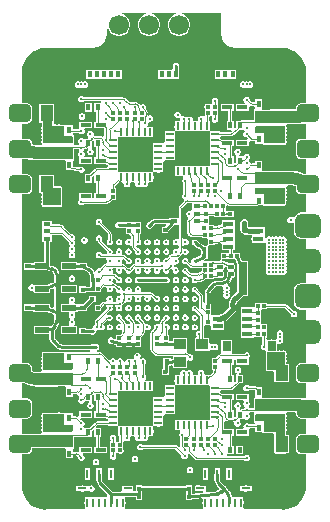
<source format=gbr>
G04*
G04 #@! TF.GenerationSoftware,Altium Limited,Altium Designer,24.8.2 (39)*
G04*
G04 Layer_Physical_Order=1*
G04 Layer_Color=255*
%FSLAX25Y25*%
%MOIN*%
G70*
G04*
G04 #@! TF.SameCoordinates,487F02F3-95FA-4862-9DB4-007DCD7F3BB9*
G04*
G04*
G04 #@! TF.FilePolarity,Positive*
G04*
G01*
G75*
%ADD17R,0.01575X0.02362*%
%ADD18R,0.02756X0.04134*%
%ADD19R,0.04134X0.02756*%
%ADD20R,0.02362X0.01575*%
%ADD21R,0.02362X0.01654*%
%ADD22R,0.03661X0.01417*%
%ADD23R,0.09843X0.01968*%
%ADD24R,0.09843X0.03937*%
%ADD25R,0.04555X0.01929*%
%ADD26R,0.04626X0.01929*%
%ADD27R,0.03543X0.01772*%
G04:AMPARAMS|DCode=28|XSize=14.33mil|YSize=19.68mil|CornerRadius=3.58mil|HoleSize=0mil|Usage=FLASHONLY|Rotation=90.000|XOffset=0mil|YOffset=0mil|HoleType=Round|Shape=RoundedRectangle|*
%AMROUNDEDRECTD28*
21,1,0.01433,0.01252,0,0,90.0*
21,1,0.00717,0.01968,0,0,90.0*
1,1,0.00717,0.00626,0.00358*
1,1,0.00717,0.00626,-0.00358*
1,1,0.00717,-0.00626,-0.00358*
1,1,0.00717,-0.00626,0.00358*
%
%ADD28ROUNDEDRECTD28*%
%ADD29R,0.03150X0.00984*%
%ADD30R,0.00984X0.03150*%
%ADD31R,0.01575X0.02126*%
%ADD32R,0.03937X0.03543*%
%ADD33R,0.03937X0.05315*%
%ADD34R,0.02126X0.01575*%
%ADD35R,0.02756X0.03543*%
%ADD71C,0.00984*%
%ADD72C,0.00394*%
%ADD73C,0.03937*%
%ADD74C,0.01772*%
%ADD75C,0.00984*%
%ADD76R,0.01276X0.01451*%
%ADD77R,0.10039X0.10039*%
%ADD78R,0.01102X0.02618*%
%ADD79R,0.02618X0.01102*%
%ADD80R,0.01193X0.01276*%
%ADD81R,0.01451X0.01276*%
%ADD82R,0.01276X0.01193*%
%ADD83C,0.01260*%
%ADD84C,0.02756*%
%ADD85R,0.06693X0.06693*%
%ADD86C,0.06693*%
%ADD87C,0.15748*%
G04:AMPARAMS|DCode=88|XSize=86.61mil|YSize=78.74mil|CornerRadius=19.68mil|HoleSize=0mil|Usage=FLASHONLY|Rotation=0.000|XOffset=0mil|YOffset=0mil|HoleType=Round|Shape=RoundedRectangle|*
%AMROUNDEDRECTD88*
21,1,0.08661,0.03937,0,0,0.0*
21,1,0.04724,0.07874,0,0,0.0*
1,1,0.03937,0.02362,-0.01968*
1,1,0.03937,-0.02362,-0.01968*
1,1,0.03937,-0.02362,0.01968*
1,1,0.03937,0.02362,0.01968*
%
%ADD88ROUNDEDRECTD88*%
G04:AMPARAMS|DCode=89|XSize=74.8mil|YSize=59.06mil|CornerRadius=14.76mil|HoleSize=0mil|Usage=FLASHONLY|Rotation=0.000|XOffset=0mil|YOffset=0mil|HoleType=Round|Shape=RoundedRectangle|*
%AMROUNDEDRECTD89*
21,1,0.07480,0.02953,0,0,0.0*
21,1,0.04528,0.05906,0,0,0.0*
1,1,0.02953,0.02264,-0.01476*
1,1,0.02953,-0.02264,-0.01476*
1,1,0.02953,-0.02264,0.01476*
1,1,0.02953,0.02264,0.01476*
%
%ADD89ROUNDEDRECTD89*%
G36*
X70227Y162205D02*
X70241Y162171D01*
X70392Y161023D01*
X70848Y159921D01*
X71574Y158976D01*
X72520Y158250D01*
X73621Y157794D01*
X74769Y157643D01*
X74803Y157629D01*
X90551D01*
X90624Y157659D01*
X92124Y157511D01*
X93635Y157053D01*
X95029Y156308D01*
X96250Y155305D01*
X97253Y154084D01*
X97997Y152691D01*
X98456Y151179D01*
X98604Y149679D01*
X98573Y149606D01*
Y139210D01*
X96949D01*
X96219Y139065D01*
X95601Y138651D01*
X95187Y138033D01*
X95042Y137303D01*
Y137134D01*
X86615D01*
X86382Y137088D01*
X84327D01*
X83957Y137402D01*
X83957Y137588D01*
Y140551D01*
X81595D01*
Y139616D01*
X80444D01*
X80340Y139658D01*
X79823Y140176D01*
Y140570D01*
X79658Y140968D01*
X79353Y141272D01*
X78956Y141437D01*
X78525D01*
X78127Y141272D01*
X77822Y140968D01*
X77658Y140570D01*
Y140139D01*
X77822Y139741D01*
X78127Y139436D01*
X78221Y139398D01*
X78121Y138898D01*
X75079D01*
Y136693D01*
X79527D01*
Y137342D01*
X79626Y137580D01*
Y138011D01*
X79620Y138026D01*
X79922Y138401D01*
X80028Y138442D01*
X80344Y138379D01*
X80444Y138337D01*
X81241D01*
X81595Y137984D01*
X81595Y137465D01*
X81300Y137088D01*
X81300Y137024D01*
Y133593D01*
X77492Y133593D01*
X77392Y133551D01*
X76955Y133464D01*
X76778Y133346D01*
X75197D01*
Y131339D01*
X74846Y131050D01*
X74410Y131237D01*
Y133346D01*
X73868D01*
Y136693D01*
X74528D01*
Y138898D01*
X70079D01*
Y136693D01*
X72589D01*
Y133346D01*
X72047D01*
Y130433D01*
X73640D01*
X73831Y129971D01*
X73478Y129618D01*
X73374Y129576D01*
X69843D01*
Y129882D01*
X66913D01*
X66496Y129882D01*
X66496Y130299D01*
Y133229D01*
X66190D01*
Y134713D01*
X66544Y135066D01*
X67080Y135066D01*
X67287Y134566D01*
X67192Y134471D01*
X67028Y134074D01*
Y133643D01*
X67192Y133245D01*
X67497Y132940D01*
X67895Y132776D01*
X68326D01*
X68723Y132940D01*
X69028Y133245D01*
X69193Y133643D01*
Y134074D01*
X69028Y134471D01*
X68933Y134566D01*
X69140Y135066D01*
X69142D01*
Y138949D01*
X69142Y138949D01*
X69070Y139449D01*
X69193Y139745D01*
Y140176D01*
X69028Y140574D01*
X68723Y140878D01*
X68326Y141043D01*
X67895D01*
X67497Y140878D01*
X67192Y140574D01*
X67028Y140176D01*
Y139745D01*
X67150Y139449D01*
X67079Y138949D01*
X66780D01*
X66579Y138949D01*
X66266D01*
X65963Y139075D01*
X65533D01*
X65230Y138949D01*
X64717D01*
Y138331D01*
X64665Y138207D01*
Y137777D01*
X64717Y137653D01*
Y135066D01*
X64717Y135066D01*
X64697Y134982D01*
X64259Y134802D01*
X64141Y134799D01*
X63798Y134941D01*
X63367D01*
X62969Y134776D01*
X62665Y134471D01*
X62500Y134074D01*
Y133729D01*
X62500Y133643D01*
X62130Y133229D01*
X61098D01*
X60728Y133643D01*
X60728Y133729D01*
Y134074D01*
X60563Y134471D01*
X60259Y134776D01*
X59861Y134941D01*
X59430D01*
X59032Y134776D01*
X58988Y134732D01*
X58661Y134516D01*
X58335Y134732D01*
X58290Y134776D01*
X57893Y134941D01*
X57462D01*
X57167Y134819D01*
X56854Y135040D01*
X56764Y135152D01*
X56791Y135218D01*
Y135648D01*
X56626Y136046D01*
X56322Y136351D01*
X55924Y136516D01*
X55493D01*
X55095Y136351D01*
X54791Y136046D01*
X54626Y135648D01*
Y135218D01*
X54791Y134820D01*
X55095Y134515D01*
X55493Y134350D01*
X55924D01*
X56218Y134472D01*
X56532Y134252D01*
X56622Y134139D01*
X56595Y134074D01*
Y133704D01*
X56595Y133643D01*
X56225Y133229D01*
X54764D01*
Y132045D01*
X54626Y131711D01*
Y131281D01*
X54764Y130947D01*
Y130299D01*
X54764Y129882D01*
X54347Y129882D01*
X53668D01*
X53335Y130019D01*
X52905D01*
X52572Y129882D01*
X51417D01*
Y127992D01*
X51417D01*
Y127914D01*
X51417D01*
Y126445D01*
X50950Y125945D01*
X50917Y125945D01*
X47539D01*
X47539Y124055D01*
X47539Y123555D01*
Y122086D01*
X47539Y122086D01*
Y122008D01*
X47539D01*
X47539Y121586D01*
Y120118D01*
X47539D01*
Y120039D01*
X47539D01*
Y118149D01*
X47539D01*
Y118071D01*
X47539D01*
Y116657D01*
X47539Y116240D01*
X47122Y116240D01*
X46130D01*
X45708Y116240D01*
Y116240D01*
X45630D01*
Y116240D01*
X43740D01*
Y116240D01*
X43661D01*
X43661Y116240D01*
X41771Y116240D01*
X41271Y116240D01*
X39803Y116240D01*
X39303Y116240D01*
X37834Y116240D01*
X37334Y116240D01*
X36279D01*
X35925Y116594D01*
X35925Y118071D01*
X35925Y118571D01*
Y120039D01*
X35925D01*
Y120118D01*
X35925D01*
Y121586D01*
X35925Y122008D01*
X35925D01*
Y122086D01*
X35925D01*
Y123555D01*
X35925Y123976D01*
X35925D01*
Y124055D01*
X35925D01*
Y125523D01*
X35925Y125945D01*
X35925D01*
Y126023D01*
X35925D01*
Y127437D01*
X35925Y127855D01*
X36342Y127855D01*
X37756D01*
Y127855D01*
X37834D01*
Y127855D01*
X39724D01*
Y127855D01*
X39803D01*
Y127855D01*
X41693D01*
Y127855D01*
X41771D01*
X41771Y127855D01*
X43661Y127855D01*
X44161Y127855D01*
X45630Y127855D01*
X46130Y127855D01*
X47598D01*
Y131260D01*
X45791Y131260D01*
X45623Y131570D01*
X45618Y131760D01*
X45800Y131942D01*
X45965Y132340D01*
Y132546D01*
X46169Y132861D01*
X46422Y132973D01*
X46672D01*
X47070Y133137D01*
X47374Y133442D01*
X47539Y133840D01*
Y134271D01*
X47374Y134668D01*
X47070Y134973D01*
X46672Y135138D01*
X46241D01*
X46137Y135095D01*
X45651Y135433D01*
X45688Y136325D01*
X45667Y136382D01*
X45668Y136385D01*
X45561Y136922D01*
X45314Y137291D01*
X45272Y137392D01*
X45272Y137392D01*
X45272Y137393D01*
X45272D01*
X45177Y137580D01*
Y138011D01*
X45012Y138409D01*
X44708Y138713D01*
X44310Y138878D01*
X43879D01*
X43481Y138713D01*
X42908Y138847D01*
X42841Y138948D01*
X42799Y139048D01*
X42799Y139048D01*
X42799Y139048D01*
X42784Y139063D01*
X42550Y139297D01*
X42549Y139298D01*
X42549Y139298D01*
X42549Y139298D01*
X42448Y139339D01*
X42426Y139354D01*
X42080Y139585D01*
X41643Y139672D01*
X41542Y139714D01*
X39598D01*
X39585Y139709D01*
X39498Y139745D01*
X39492Y139759D01*
X38445Y140783D01*
X38336Y140827D01*
X37985Y141062D01*
X37548Y141149D01*
X37447Y141190D01*
X24514D01*
X24235Y141469D01*
X23837Y141634D01*
X23407D01*
X23009Y141469D01*
X22704Y141165D01*
X22539Y140767D01*
Y140336D01*
X22704Y139938D01*
X23009Y139633D01*
X23407Y139469D01*
X23837D01*
X24235Y139633D01*
X24514Y139912D01*
X29981D01*
X30067Y139838D01*
X30248Y139412D01*
X30125Y139252D01*
X27953D01*
Y136339D01*
X28495D01*
Y132992D01*
X27835D01*
Y130787D01*
X31054D01*
Y128309D01*
X31047Y128299D01*
X30892Y128165D01*
X30554Y128045D01*
X30382Y128160D01*
X30040Y128228D01*
X29921Y128277D01*
X28048D01*
X27691Y128722D01*
Y129152D01*
X27526Y129550D01*
X27221Y129855D01*
X26823Y130020D01*
X26393D01*
X25995Y129855D01*
X25690Y129550D01*
X25525Y129152D01*
Y128722D01*
X25690Y128324D01*
X25995Y128019D01*
X25885Y127524D01*
X25839Y127441D01*
X24803Y127441D01*
X24303Y127425D01*
X24235Y127493D01*
X23837Y127657D01*
X23407D01*
X23009Y127493D01*
X22704Y127188D01*
X22539Y126790D01*
Y126359D01*
X22704Y125961D01*
X22859Y125806D01*
X22911Y125639D01*
X22628Y125166D01*
X21304D01*
X21260Y125251D01*
X21062Y125669D01*
Y125708D01*
X21095Y125787D01*
Y127930D01*
X21095Y128150D01*
X21062Y128425D01*
D01*
X20768Y128792D01*
Y129282D01*
X22730D01*
X23009Y129003D01*
X23407Y128839D01*
X23837D01*
X24235Y129003D01*
X24540Y129308D01*
X24705Y129706D01*
Y130137D01*
X24642Y130287D01*
X24940Y130787D01*
X27283D01*
Y132992D01*
X22835D01*
Y132343D01*
X22736Y132105D01*
Y131674D01*
X22835Y131437D01*
Y130787D01*
X22429Y130561D01*
X20768D01*
Y131890D01*
X18405D01*
Y131890D01*
X17953Y132004D01*
X17936Y132020D01*
X17538Y132185D01*
X17108D01*
X16732Y132030D01*
X16357Y132185D01*
X15926D01*
X15551Y132030D01*
X15176Y132185D01*
X14745D01*
X14402Y132414D01*
Y138583D01*
X14370Y138662D01*
Y138878D01*
X14280D01*
X14278Y138884D01*
X13976Y139009D01*
X10827D01*
X10525Y138884D01*
X10523Y138878D01*
X9645D01*
Y132776D01*
X10401D01*
Y131477D01*
X10335Y131318D01*
Y130887D01*
X10401Y130728D01*
Y130296D01*
X10335Y130137D01*
Y129706D01*
X10401Y129547D01*
Y129115D01*
X10335Y128955D01*
Y128525D01*
X10401Y128366D01*
Y127934D01*
X10335Y127774D01*
Y127344D01*
X10401Y127184D01*
Y126753D01*
X10335Y126593D01*
Y126163D01*
X10401Y126003D01*
Y125787D01*
X10433Y125710D01*
Y125669D01*
X10239Y125249D01*
X10195Y125163D01*
X8211D01*
X8079Y125137D01*
X7695Y125188D01*
X7320Y125467D01*
Y125492D01*
X7175Y126222D01*
X6762Y126840D01*
X6143Y127254D01*
X5413Y127399D01*
X3789D01*
Y132444D01*
X5413D01*
X6143Y132589D01*
X6762Y133002D01*
X7175Y133621D01*
X7320Y134350D01*
Y137303D01*
X7175Y138033D01*
X6762Y138651D01*
X6143Y139065D01*
X5413Y139210D01*
X3789D01*
Y149606D01*
X3759Y149679D01*
X3906Y151179D01*
X4365Y152691D01*
X5110Y154084D01*
X6112Y155305D01*
X7333Y156308D01*
X8727Y157053D01*
X10239Y157511D01*
X11738Y157659D01*
X11811Y157629D01*
X27559D01*
X27593Y157643D01*
X28741Y157794D01*
X29842Y158250D01*
X30788Y158976D01*
X31514Y159921D01*
X31970Y161023D01*
X32121Y162171D01*
X32135Y162205D01*
Y164071D01*
X32635Y164137D01*
X32696Y163911D01*
X33188Y163058D01*
X33885Y162362D01*
X34738Y161869D01*
X35689Y161614D01*
X36674D01*
X37625Y161869D01*
X38478Y162362D01*
X39174Y163058D01*
X39666Y163911D01*
X39921Y164862D01*
Y165847D01*
X39666Y166798D01*
X39174Y167651D01*
X38478Y168347D01*
X37625Y168840D01*
X37252Y168939D01*
X37318Y169439D01*
X45045D01*
X45110Y168939D01*
X44737Y168840D01*
X43885Y168347D01*
X43188Y167651D01*
X42696Y166798D01*
X42441Y165847D01*
Y164862D01*
X42696Y163911D01*
X43188Y163058D01*
X43885Y162362D01*
X44737Y161869D01*
X45689Y161614D01*
X46674D01*
X47625Y161869D01*
X48478Y162362D01*
X49174Y163058D01*
X49666Y163911D01*
X49921Y164862D01*
Y165847D01*
X49666Y166798D01*
X49174Y167651D01*
X48478Y168347D01*
X47625Y168840D01*
X47252Y168939D01*
X47318Y169439D01*
X55045D01*
X55110Y168939D01*
X54738Y168840D01*
X53885Y168347D01*
X53188Y167651D01*
X52696Y166798D01*
X52441Y165847D01*
Y164862D01*
X52696Y163911D01*
X53188Y163058D01*
X53885Y162362D01*
X54738Y161869D01*
X55689Y161614D01*
X56674D01*
X57625Y161869D01*
X58478Y162362D01*
X59174Y163058D01*
X59666Y163911D01*
X59921Y164862D01*
Y165847D01*
X59666Y166798D01*
X59174Y167651D01*
X58478Y168347D01*
X57625Y168840D01*
X57252Y168939D01*
X57318Y169439D01*
X70227D01*
Y162205D01*
D02*
G37*
G36*
X98573Y127399D02*
X96949D01*
X96219Y127254D01*
X95601Y126840D01*
X95187Y126222D01*
X95042Y125492D01*
Y122539D01*
X95187Y121810D01*
X95601Y121191D01*
X96219Y120778D01*
X96949Y120633D01*
X98573D01*
Y115588D01*
X97971D01*
X97422Y115882D01*
X95492Y116467D01*
X93485Y116665D01*
Y116661D01*
X86615D01*
X86382Y116615D01*
X84327D01*
X83957Y116929D01*
Y120079D01*
X81595D01*
Y119143D01*
X80407D01*
X80307Y119102D01*
X79823Y119507D01*
X79658Y119905D01*
X79614Y119949D01*
X79397Y120276D01*
X79614Y120602D01*
X79658Y120647D01*
X79823Y121045D01*
Y121475D01*
X79658Y121873D01*
X79353Y122178D01*
X78956Y122343D01*
X78525D01*
X78127Y122178D01*
X77822Y121873D01*
X77559Y121535D01*
X76278D01*
X76179Y122035D01*
X76367Y122114D01*
X76672Y122418D01*
X76837Y122816D01*
Y123247D01*
X76672Y123645D01*
X76367Y123949D01*
X75969Y124114D01*
X75539D01*
X75141Y123949D01*
X74836Y123645D01*
X74672Y123247D01*
Y122816D01*
X74836Y122418D01*
X75141Y122114D01*
X75330Y122035D01*
X75230Y121535D01*
X75197D01*
Y119602D01*
X74869Y119336D01*
X74410Y119531D01*
Y121535D01*
X73868D01*
Y124882D01*
X74528D01*
Y127087D01*
X70922D01*
X69843Y127425D01*
Y127914D01*
X70123Y128297D01*
X73374D01*
X73475Y128339D01*
X73912Y128426D01*
X74280Y128672D01*
X74382Y128714D01*
X76101Y130433D01*
X77381Y130433D01*
X77714Y130327D01*
X77898Y130201D01*
X78083Y129921D01*
X77867Y129595D01*
X77822Y129550D01*
X77658Y129152D01*
Y128722D01*
X77822Y128324D01*
X78127Y128019D01*
X78525Y127854D01*
X78801D01*
X79026Y127567D01*
X78812Y127087D01*
X75079D01*
Y124882D01*
X79527D01*
Y125531D01*
X79626Y125769D01*
Y126200D01*
X79592Y126282D01*
X79700Y126496D01*
X80296Y126658D01*
X80300Y126655D01*
X80737Y126568D01*
X80838Y126526D01*
X81595D01*
Y125591D01*
X83957D01*
X84148Y125486D01*
X84449Y125361D01*
X84665D01*
X84824Y125295D01*
X85255D01*
X85414Y125361D01*
X85846D01*
X86005Y125295D01*
X86436D01*
X86595Y125361D01*
X87027D01*
X87186Y125295D01*
X87617D01*
X87776Y125361D01*
X88208D01*
X88367Y125295D01*
X88798D01*
X88957Y125361D01*
X89389D01*
X89548Y125295D01*
X89979D01*
X90139Y125361D01*
X90570D01*
X90729Y125295D01*
X91160D01*
X91320Y125361D01*
X91535D01*
X91837Y125486D01*
X91962Y125787D01*
Y126003D01*
X92028Y126163D01*
Y126593D01*
X91962Y126753D01*
Y127184D01*
X92028Y127344D01*
Y127774D01*
X91962Y127934D01*
Y128366D01*
X92028Y128525D01*
Y128955D01*
X91962Y129115D01*
Y129547D01*
X92028Y129706D01*
Y130137D01*
X91962Y130296D01*
Y130728D01*
X92028Y130887D01*
Y131318D01*
X91962Y131477D01*
Y131693D01*
X91930Y131770D01*
Y131811D01*
X92123Y132231D01*
X92167Y132317D01*
X95190D01*
Y132314D01*
X95645Y132359D01*
X95809Y132336D01*
X97580Y132438D01*
X97602Y132444D01*
X98573D01*
Y127399D01*
D02*
G37*
G36*
X66020Y129823D02*
X66437Y129823D01*
X66437Y129406D01*
Y127992D01*
X66437D01*
Y127914D01*
X66437D01*
Y126024D01*
X66437D01*
Y125945D01*
X66437D01*
Y124477D01*
X66437Y124055D01*
X66437D01*
Y123977D01*
X66437D01*
Y122508D01*
X66437Y122087D01*
X66437D01*
Y122008D01*
X66437D01*
Y120540D01*
X66437Y120118D01*
X66437D01*
Y120040D01*
X66437D01*
Y118626D01*
X66437Y118209D01*
X66020Y118209D01*
X64606D01*
X64606Y118209D01*
X64528D01*
Y118209D01*
X64106Y118209D01*
X62638D01*
X62638Y118209D01*
X62559D01*
Y118209D01*
X62138Y118209D01*
X60669D01*
Y118209D01*
X60591D01*
Y118209D01*
X58701Y118209D01*
X58201Y118209D01*
X56732Y118209D01*
X56232Y118209D01*
X54764D01*
Y114803D01*
X56654Y114803D01*
X57553Y114803D01*
X57654Y114307D01*
X57654Y114303D01*
X57350Y113999D01*
X57185Y113601D01*
Y113171D01*
X57350Y112773D01*
X57629Y112494D01*
Y109160D01*
X57350Y108881D01*
X57185Y108483D01*
Y108052D01*
X57350Y107654D01*
X57654Y107350D01*
X57730Y107319D01*
X57740Y107302D01*
X57809Y106745D01*
X56471Y105406D01*
X56428Y105304D01*
X56182Y104936D01*
X56095Y104499D01*
X56054Y104398D01*
Y101024D01*
X52953D01*
Y101024D01*
X52463Y100706D01*
X50414D01*
X49937Y100712D01*
X49926Y100714D01*
X49917Y100712D01*
X49419Y100706D01*
X48953D01*
X48453Y100714D01*
Y100714D01*
X47708Y100616D01*
X47014Y100328D01*
X46424Y99875D01*
X46426Y99872D01*
X46426Y99869D01*
X46065Y99508D01*
X46044D01*
X45647Y99343D01*
X45342Y99038D01*
X45177Y98641D01*
Y98210D01*
X45342Y97812D01*
X45647Y97507D01*
X46044Y97342D01*
X46475D01*
X46873Y97507D01*
X47178Y97812D01*
X47343Y98210D01*
Y98226D01*
X47366Y98250D01*
X47711Y98581D01*
X48112Y98820D01*
X48453Y98888D01*
Y98900D01*
X49920Y98900D01*
X49922Y98887D01*
X49922Y98887D01*
X49931Y98887D01*
X49931Y98896D01*
X49935Y98900D01*
X51680D01*
X51872Y98438D01*
X51315Y97882D01*
X50355D01*
Y95819D01*
X52593D01*
Y96605D01*
X54187Y98199D01*
X54196Y98208D01*
X54221Y98243D01*
X54247Y98263D01*
X54247Y98263D01*
X54346Y98380D01*
X54466Y98581D01*
X54466Y98583D01*
X56054D01*
Y94132D01*
X55949Y94028D01*
X55554Y93841D01*
X55322Y93937D01*
X54914D01*
X54538Y93781D01*
X54250Y93493D01*
X54094Y93117D01*
Y92710D01*
X54250Y92333D01*
X54538Y92045D01*
X54914Y91890D01*
X55322D01*
X55554Y91986D01*
X55949Y91798D01*
X56054Y91694D01*
Y90983D01*
X55949Y90879D01*
X55554Y90692D01*
X55322Y90788D01*
X54914D01*
X54538Y90632D01*
X54250Y90344D01*
X54094Y89968D01*
Y89561D01*
X54191Y89328D01*
X54003Y88934D01*
X53899Y88828D01*
X53869D01*
X53768Y88787D01*
X53332Y88700D01*
X52966Y88455D01*
X52862Y88412D01*
X52088Y87638D01*
X51765D01*
X51388Y87482D01*
X51100Y87194D01*
X50945Y86818D01*
Y86524D01*
X50724Y86260D01*
X50523Y86122D01*
X50328D01*
X50069Y86290D01*
X49902Y86549D01*
Y86830D01*
X49737Y87227D01*
X49432Y87532D01*
X49034Y87697D01*
X48603D01*
X48206Y87532D01*
X47901Y87227D01*
X47736Y86830D01*
Y86399D01*
X47827Y86179D01*
X47600Y85736D01*
X47535Y85679D01*
X46888D01*
X46784Y85784D01*
X46597Y86179D01*
X46693Y86411D01*
Y86818D01*
X46537Y87194D01*
X46249Y87482D01*
X45873Y87638D01*
X45465D01*
X45089Y87482D01*
X44801Y87194D01*
X44646Y86818D01*
Y86411D01*
X44742Y86179D01*
X44554Y85784D01*
X44450Y85679D01*
X43739D01*
X43635Y85784D01*
X43448Y86179D01*
X43544Y86411D01*
Y86818D01*
X43388Y87194D01*
X43100Y87482D01*
X42724Y87638D01*
X42316D01*
X41940Y87482D01*
X41652Y87194D01*
X41497Y86818D01*
Y86411D01*
X41593Y86179D01*
X41569Y86043D01*
X41460Y85772D01*
X41353Y85627D01*
X40968Y85550D01*
X40602Y85305D01*
X40499Y85263D01*
X39680Y84444D01*
X39574Y84488D01*
X39167D01*
X39059Y84443D01*
X38231Y85265D01*
X38127Y85307D01*
X37764Y85550D01*
X37386Y85625D01*
X37269Y85785D01*
X37168Y86046D01*
X37148Y86179D01*
X37244Y86411D01*
Y86818D01*
X37175Y86984D01*
X37591Y87287D01*
X38346Y86645D01*
Y86411D01*
X38502Y86034D01*
X38790Y85746D01*
X39167Y85591D01*
X39574D01*
X39950Y85746D01*
X40238Y86034D01*
X40394Y86411D01*
Y86818D01*
X40238Y87194D01*
X39950Y87482D01*
X39574Y87638D01*
X39167D01*
X39157Y87634D01*
X38150Y88489D01*
X38014Y88533D01*
X37764Y88700D01*
X37385Y88775D01*
X37270Y88934D01*
X37168Y89195D01*
X37147Y89328D01*
X37244Y89561D01*
Y89968D01*
X37088Y90344D01*
X36800Y90632D01*
X36424Y90788D01*
X36016D01*
X35640Y90632D01*
X35352Y90344D01*
X35197Y89968D01*
Y89561D01*
X35293Y89328D01*
X35105Y88934D01*
X35001Y88828D01*
X34290D01*
X34186Y88934D01*
X33998Y89328D01*
X34095Y89561D01*
Y89968D01*
X33939Y90344D01*
X33651Y90632D01*
X33275Y90788D01*
X32951D01*
X30351Y93387D01*
X30445Y93481D01*
X30610Y93879D01*
Y94310D01*
X30445Y94708D01*
X30141Y95012D01*
X29743Y95177D01*
X29312D01*
X28914Y95012D01*
X28610Y94708D01*
X28445Y94310D01*
Y93879D01*
X28610Y93481D01*
X28914Y93177D01*
X29009Y93138D01*
X29017Y93096D01*
X29263Y92727D01*
X29305Y92625D01*
X32048Y89883D01*
Y89561D01*
X32144Y89328D01*
X31956Y88934D01*
X31852Y88828D01*
X30598D01*
X30445Y89196D01*
X30141Y89500D01*
X29743Y89665D01*
X29312D01*
X28914Y89500D01*
X28610Y89196D01*
X28445Y88798D01*
Y88367D01*
X28610Y87969D01*
X28914Y87665D01*
X29312Y87500D01*
X29743D01*
X30023Y87616D01*
X30147Y87591D01*
X30247Y87550D01*
X31852D01*
X31956Y87445D01*
X32144Y87050D01*
X32048Y86818D01*
Y86411D01*
X32144Y86179D01*
X31956Y85784D01*
X31852Y85679D01*
X31822D01*
X31722Y85637D01*
X31285Y85550D01*
X30916Y85304D01*
X30816Y85262D01*
X30816Y85262D01*
X30814Y85262D01*
X30462Y84909D01*
X29706Y84153D01*
X29312D01*
X28914Y83989D01*
X28610Y83684D01*
X28445Y83286D01*
Y83177D01*
X27945Y83078D01*
X27816Y83390D01*
X27358Y83986D01*
X26762Y84444D01*
X26662Y84485D01*
X26642Y84501D01*
X25473Y85106D01*
Y86024D01*
X22559D01*
X22209Y86201D01*
Y86201D01*
X16796D01*
Y83484D01*
X22209D01*
Y83484D01*
X22559Y83661D01*
X24333D01*
X25381Y83119D01*
X25800Y82873D01*
X26153Y82567D01*
X26295Y82353D01*
X26375Y81950D01*
X26388D01*
X26388Y81950D01*
X26388Y80461D01*
X26405Y80374D01*
Y79283D01*
X26492D01*
Y78197D01*
X26405D01*
Y78021D01*
X25047D01*
Y78189D01*
X22984D01*
Y75951D01*
X25047D01*
Y76214D01*
X26405D01*
Y76134D01*
X30288D01*
Y77293D01*
X31054Y78058D01*
X31157Y78101D01*
X31852D01*
X31956Y77996D01*
X32144Y77601D01*
X32048Y77369D01*
Y76961D01*
X32203Y76585D01*
X32491Y76297D01*
X32868Y76142D01*
X33275D01*
X33651Y76297D01*
X33939Y76585D01*
X34095Y76961D01*
Y77369D01*
X34022Y77543D01*
X34438Y77846D01*
X35138Y77249D01*
Y76950D01*
X35303Y76552D01*
X35607Y76248D01*
X36005Y76083D01*
X36286D01*
X36545Y75915D01*
X36713Y75656D01*
Y75461D01*
X36575Y75260D01*
X36310Y75040D01*
X36016D01*
X35640Y74884D01*
X35352Y74596D01*
X35197Y74220D01*
Y73813D01*
X35293Y73580D01*
X35105Y73186D01*
X35001Y73080D01*
X34355D01*
X34290Y73137D01*
X34062Y73580D01*
X34154Y73800D01*
Y74231D01*
X33989Y74629D01*
X33684Y74934D01*
X33286Y75098D01*
X32855D01*
X32458Y74934D01*
X32153Y74629D01*
X31988Y74231D01*
Y73800D01*
X32079Y73580D01*
X31851Y73137D01*
X31787Y73080D01*
X31157D01*
X31057Y73039D01*
X30620Y72952D01*
X30251Y72706D01*
X30151Y72664D01*
X30151Y72664D01*
X30149Y72663D01*
X29797Y72311D01*
X29384Y71898D01*
X28307D01*
Y69835D01*
X30288D01*
Y70994D01*
X31054Y71759D01*
X31157Y71802D01*
X31852D01*
X31956Y71697D01*
X32144Y71302D01*
X32048Y71070D01*
Y70746D01*
X28518Y67217D01*
X28476Y67115D01*
X28230Y66747D01*
X28143Y66310D01*
X28101Y66209D01*
Y65459D01*
X27822Y65180D01*
X27657Y64782D01*
Y64734D01*
X27589Y64340D01*
X27196Y64272D01*
X27147D01*
X26749Y64107D01*
X26734Y64092D01*
X25047D01*
Y64409D01*
X22984D01*
Y62171D01*
X25047D01*
Y62286D01*
X26734D01*
X26749Y62271D01*
X27147Y62106D01*
X27578D01*
X27975Y62271D01*
X28280Y62576D01*
X28445Y62974D01*
Y63022D01*
X28513Y63416D01*
X28907Y63484D01*
X28956D01*
X29353Y63649D01*
X29528Y63823D01*
X29702Y63649D01*
X30100Y63484D01*
X30530D01*
X30928Y63649D01*
X31233Y63954D01*
X31398Y64352D01*
Y64782D01*
X31233Y65180D01*
X30997Y65526D01*
X32405Y66934D01*
X32491Y66848D01*
X32868Y66693D01*
X33275D01*
X33651Y66848D01*
X33939Y67136D01*
X34095Y67513D01*
Y67920D01*
X33939Y68296D01*
X33651Y68584D01*
X33275Y68740D01*
X32868D01*
X32491Y68584D01*
X32377Y68469D01*
X32281Y68465D01*
X32064Y68955D01*
X32952Y69843D01*
X33275D01*
X33651Y69998D01*
X33939Y70286D01*
X34095Y70662D01*
Y71070D01*
X33999Y71302D01*
X34186Y71697D01*
X34290Y71802D01*
X34936D01*
X35001Y71745D01*
X35229Y71302D01*
X35138Y71082D01*
Y70651D01*
X35303Y70253D01*
X35607Y69948D01*
X36005Y69784D01*
X36436D01*
X36834Y69948D01*
X37138Y70253D01*
X37303Y70651D01*
Y71082D01*
X37147Y71458D01*
X37138Y71493D01*
X37246Y72079D01*
X37390Y72176D01*
X37492Y72219D01*
X38018Y72744D01*
X38018Y72745D01*
X38406Y73036D01*
X38743Y73098D01*
X38778Y73089D01*
X39155Y72933D01*
X39585D01*
X39983Y73098D01*
X40288Y73403D01*
X40453Y73800D01*
Y74231D01*
X40361Y74451D01*
X40589Y74894D01*
X40654Y74951D01*
X41235D01*
X41300Y74894D01*
X41528Y74451D01*
X41437Y74231D01*
Y73800D01*
X41602Y73403D01*
X41906Y73098D01*
X42304Y72933D01*
X42735D01*
X43133Y73098D01*
X43437Y73403D01*
X43602Y73800D01*
Y74231D01*
X43511Y74451D01*
X43739Y74894D01*
X43804Y74951D01*
X44450D01*
X44553Y74847D01*
X44741Y74451D01*
X44646Y74220D01*
Y73813D01*
X44801Y73436D01*
X45089Y73148D01*
X45465Y72993D01*
X45873D01*
X46249Y73148D01*
X46537Y73436D01*
X46693Y73813D01*
Y74220D01*
X46624Y74385D01*
X47040Y74689D01*
X47796Y74047D01*
Y73813D01*
X47951Y73436D01*
X48239Y73148D01*
X48616Y72993D01*
X49023D01*
X49399Y73148D01*
X49687Y73436D01*
X49843Y73813D01*
Y74220D01*
X49687Y74596D01*
X49399Y74884D01*
X49023Y75040D01*
X48616D01*
X48606Y75036D01*
X47599Y75891D01*
X47463Y75934D01*
X47213Y76101D01*
X46776Y76188D01*
X46676Y76230D01*
X43804D01*
X43740Y76287D01*
X43512Y76730D01*
X43603Y76950D01*
Y77381D01*
X43438Y77778D01*
X43133Y78083D01*
X42735Y78248D01*
X42305D01*
X41907Y78083D01*
X41602Y77778D01*
X41437Y77381D01*
Y76950D01*
X41529Y76730D01*
X41300Y76287D01*
X41236Y76230D01*
X40654D01*
X40589Y76287D01*
X40361Y76730D01*
X40453Y76950D01*
Y77381D01*
X40288Y77779D01*
X39983Y78083D01*
X39585Y78248D01*
X39155D01*
X38757Y78083D01*
X38452Y77779D01*
X38287Y77381D01*
Y77100D01*
X38120Y76841D01*
X37861Y76673D01*
X37730D01*
X37471Y76841D01*
X37303Y77100D01*
Y77381D01*
X37138Y77779D01*
X36834Y78083D01*
X36436Y78248D01*
X36005D01*
X35959Y78229D01*
X35011Y79038D01*
X34875Y79082D01*
X34622Y79251D01*
X34238Y79327D01*
X34130Y79474D01*
X34022Y79744D01*
X33999Y79879D01*
X34095Y80111D01*
Y80519D01*
X34023Y80693D01*
X34438Y80995D01*
X35138Y80398D01*
Y80100D01*
X35303Y79702D01*
X35607Y79397D01*
X36005Y79232D01*
X36436D01*
X36834Y79397D01*
X37138Y79702D01*
X37303Y80100D01*
Y80530D01*
X37138Y80928D01*
X36834Y81233D01*
X36436Y81398D01*
X36005D01*
X35959Y81379D01*
X35012Y82187D01*
X34876Y82231D01*
X34622Y82400D01*
X34238Y82477D01*
X34131Y82623D01*
X34022Y82894D01*
X33999Y83029D01*
X34095Y83261D01*
Y83668D01*
X33998Y83900D01*
X34186Y84295D01*
X34290Y84400D01*
X35001D01*
X35105Y84295D01*
X35293Y83900D01*
X35197Y83668D01*
Y83261D01*
X35352Y82884D01*
X35640Y82596D01*
X36016Y82441D01*
X36424D01*
X36800Y82596D01*
X37088Y82884D01*
X37244Y83261D01*
Y83668D01*
X37194Y83788D01*
X37617Y84073D01*
X38346Y83349D01*
Y83261D01*
X38502Y82884D01*
X38790Y82596D01*
X39167Y82441D01*
X39574D01*
X39950Y82596D01*
X40238Y82884D01*
X40394Y83261D01*
Y83349D01*
X41127Y84083D01*
X41551Y83800D01*
X41497Y83668D01*
Y83261D01*
X41652Y82884D01*
X41940Y82596D01*
X42316Y82441D01*
X42724D01*
X43100Y82596D01*
X43388Y82884D01*
X43544Y83261D01*
Y83668D01*
X43447Y83900D01*
X43635Y84295D01*
X43739Y84400D01*
X44450D01*
X44554Y84295D01*
X44742Y83900D01*
X44646Y83668D01*
Y83261D01*
X44801Y82884D01*
X45089Y82596D01*
X45465Y82441D01*
X45873D01*
X46249Y82596D01*
X46537Y82884D01*
X46693Y83261D01*
Y83668D01*
X46596Y83900D01*
X46784Y84295D01*
X46888Y84400D01*
X47600D01*
X47704Y84295D01*
X47892Y83900D01*
X47796Y83668D01*
Y83261D01*
X47951Y82884D01*
X48239Y82596D01*
X48616Y82441D01*
X49023D01*
X49399Y82596D01*
X49687Y82884D01*
X49843Y83261D01*
Y83555D01*
X50064Y83819D01*
X50264Y83957D01*
X50523D01*
X50724Y83819D01*
X50945Y83554D01*
Y83261D01*
X51100Y82884D01*
X51388Y82596D01*
X51765Y82441D01*
X52172D01*
X52548Y82596D01*
X52836Y82884D01*
X52992Y83261D01*
Y83584D01*
X53365Y83957D01*
X53673D01*
X53873Y83819D01*
X54094Y83555D01*
Y83261D01*
X54250Y82884D01*
X54538Y82596D01*
X54914Y82441D01*
X55322D01*
X55698Y82596D01*
X55986Y82884D01*
X56142Y83261D01*
Y83668D01*
X55986Y84044D01*
X55698Y84332D01*
X55322Y84488D01*
X55028D01*
X54763Y84710D01*
X54626Y84909D01*
Y85169D01*
X54763Y85369D01*
X55028Y85591D01*
X55322D01*
X55698Y85746D01*
X55986Y86034D01*
X56142Y86411D01*
Y86818D01*
X55991Y87183D01*
X55986Y87195D01*
X55976Y87269D01*
X56093Y87794D01*
X56288Y87924D01*
X56390Y87967D01*
X56915Y88492D01*
X56916Y88493D01*
X57303Y88785D01*
X57640Y88847D01*
X57676Y88837D01*
X58053Y88682D01*
X58483D01*
X58881Y88846D01*
X59186Y89151D01*
X59351Y89549D01*
Y89979D01*
X59186Y90377D01*
X58881Y90682D01*
X58483Y90847D01*
X58053D01*
X57832Y90755D01*
X57390Y90983D01*
X57332Y91048D01*
Y91629D01*
X57390Y91694D01*
X57832Y91922D01*
X58053Y91830D01*
X58483D01*
X58881Y91995D01*
X59186Y92300D01*
X59351Y92698D01*
Y93129D01*
X59186Y93526D01*
X58881Y93831D01*
X58483Y93996D01*
X58053D01*
X57832Y93904D01*
X57390Y94132D01*
X57332Y94197D01*
Y104398D01*
X57375Y104502D01*
X58884Y106011D01*
X58988Y106054D01*
X60433D01*
Y103749D01*
X60216Y103510D01*
X59933Y103415D01*
X59861Y103445D01*
X59430D01*
X59032Y103280D01*
X58728Y102975D01*
X58563Y102578D01*
Y102147D01*
X58728Y101749D01*
X59032Y101444D01*
X59097Y101417D01*
X59226Y100839D01*
X59184Y100737D01*
X58938Y100369D01*
X58851Y99932D01*
X58810Y99831D01*
Y96389D01*
X58851Y96289D01*
X58938Y95851D01*
X59186Y95481D01*
X59227Y95380D01*
X59227Y95380D01*
X59555Y95053D01*
X59657Y95011D01*
X60025Y94765D01*
X60462Y94678D01*
X60562Y94636D01*
X63807D01*
Y94244D01*
X65333D01*
X65709Y93945D01*
Y92083D01*
X65709Y91882D01*
X65333Y91583D01*
X64722D01*
X63579Y92297D01*
X63183Y92582D01*
X63019Y92692D01*
X63007Y92680D01*
X63003Y92680D01*
X62386Y93248D01*
X62285Y93493D01*
X61997Y93781D01*
X61621Y93937D01*
X61213D01*
X60837Y93781D01*
X60549Y93493D01*
X60394Y93117D01*
Y92710D01*
X60549Y92333D01*
X60837Y92045D01*
X61180Y91903D01*
X61779Y91352D01*
X61819Y91327D01*
X62178Y91051D01*
X62209Y91023D01*
X63549Y90185D01*
Y89520D01*
X63549D01*
Y89220D01*
X63549D01*
Y88623D01*
X61593Y87697D01*
X61202D01*
X60804Y87532D01*
X60499Y87227D01*
X60334Y86830D01*
Y86399D01*
X60338Y86389D01*
X59914Y86106D01*
X59292Y86729D01*
Y86818D01*
X59136Y87194D01*
X58848Y87482D01*
X58472Y87638D01*
X58065D01*
X57688Y87482D01*
X57400Y87194D01*
X57244Y86818D01*
Y86411D01*
X57400Y86034D01*
X57688Y85746D01*
X58065Y85591D01*
X58472D01*
X58578Y85635D01*
X59394Y84819D01*
X59494Y84777D01*
X59866Y84529D01*
X60303Y84442D01*
X60403Y84400D01*
X63807D01*
Y83416D01*
X62348Y82550D01*
X62348Y82550D01*
X62285Y82524D01*
X62272Y82529D01*
X60155D01*
X60051Y82571D01*
X59292Y83331D01*
Y83668D01*
X59136Y84044D01*
X58848Y84332D01*
X58472Y84488D01*
X58065D01*
X57688Y84332D01*
X57400Y84044D01*
X57244Y83668D01*
Y83261D01*
X57400Y82884D01*
X57688Y82596D01*
X58065Y82441D01*
X58374D01*
X59147Y81667D01*
X59249Y81625D01*
X59617Y81379D01*
X60054Y81292D01*
X60155Y81251D01*
X60198D01*
X60302Y81146D01*
X60489Y80751D01*
X60394Y80519D01*
Y80111D01*
X60549Y79735D01*
X60837Y79447D01*
X61213Y79292D01*
X61621D01*
X61997Y79447D01*
X62225Y79676D01*
X63297D01*
X63398Y79717D01*
X63835Y79804D01*
X64152Y80016D01*
X64273Y80062D01*
X64702Y80465D01*
X67689D01*
Y80857D01*
X68469D01*
X68569Y80898D01*
X69006Y80985D01*
X69077Y81032D01*
X69177Y81045D01*
X69217Y81068D01*
X69256Y81060D01*
X70508D01*
X70801Y81118D01*
X71050Y81285D01*
X71216Y81533D01*
X71275Y81827D01*
Y82543D01*
X71216Y82837D01*
X71050Y83086D01*
X70898Y83187D01*
X70853Y83413D01*
Y83516D01*
X70898Y83742D01*
X71050Y83844D01*
X71216Y84092D01*
X71275Y84386D01*
Y84440D01*
X71735Y84728D01*
X72032Y84579D01*
Y84386D01*
X72091Y84092D01*
X72257Y83844D01*
X72409Y83742D01*
X72454Y83516D01*
Y83413D01*
X72409Y83187D01*
X72257Y83086D01*
X72091Y82837D01*
X72032Y82543D01*
Y81974D01*
X72030Y81961D01*
Y81426D01*
X72018D01*
X71937Y81023D01*
X71730Y80712D01*
X71545Y80522D01*
X71355Y80337D01*
X71044Y80130D01*
X70641Y80050D01*
Y80037D01*
X68926D01*
Y80044D01*
X68181Y79946D01*
X67486Y79659D01*
X66896Y79206D01*
X66899Y79203D01*
X66899Y79199D01*
X65682Y77983D01*
X65679Y77983D01*
X65676Y77986D01*
X65223Y77396D01*
X64936Y76701D01*
X64838Y75956D01*
X64845D01*
Y72862D01*
X64722Y72754D01*
X64222Y72981D01*
X64222Y74185D01*
X64222Y74673D01*
X64222Y74673D01*
X64222Y74673D01*
X64222D01*
X64180Y74774D01*
X64093Y75211D01*
X63846Y75582D01*
X63804Y75682D01*
X63804Y75682D01*
X63804Y75682D01*
X63804Y75682D01*
X62441Y77046D01*
Y77369D01*
X62285Y77745D01*
X61997Y78033D01*
X61621Y78189D01*
X61213D01*
X60837Y78033D01*
X60549Y77745D01*
X60394Y77369D01*
Y76961D01*
X60549Y76585D01*
X60837Y76297D01*
X61213Y76142D01*
X61537D01*
X62900Y74778D01*
X62913Y74773D01*
X62949Y74686D01*
X62944Y74673D01*
X62944Y71389D01*
X62985Y71289D01*
X63038Y71021D01*
X62602Y70723D01*
X62441Y70844D01*
Y71070D01*
X62285Y71446D01*
X61997Y71734D01*
X61621Y71890D01*
X61213D01*
X60837Y71734D01*
X60549Y71446D01*
X60394Y71070D01*
Y70662D01*
X60549Y70286D01*
X60837Y69998D01*
X61213Y69843D01*
X61537D01*
X63294Y68086D01*
X63337Y67981D01*
X63337Y63692D01*
X62837Y63287D01*
X62676D01*
X62278Y63123D01*
X61973Y62818D01*
X61808Y62420D01*
Y61989D01*
X61973Y61591D01*
X62041Y61524D01*
X61834Y61024D01*
X61614D01*
Y56693D01*
X66338D01*
X66338Y56693D01*
Y56693D01*
X66822Y56791D01*
X67252D01*
X67628Y56947D01*
X68003Y56791D01*
X68433D01*
X68831Y56956D01*
X69136Y57261D01*
X69301Y57659D01*
Y58089D01*
X69136Y58487D01*
X68831Y58792D01*
X68433Y58957D01*
X68003D01*
X67628Y58801D01*
X67252Y58957D01*
X66822D01*
X66338Y59298D01*
Y61024D01*
X64615D01*
X64615Y64857D01*
X65115Y65315D01*
X66349D01*
X66785Y65081D01*
X66791Y64820D01*
Y64647D01*
X66890Y64409D01*
Y63583D01*
X71221D01*
Y64409D01*
X71319Y64647D01*
Y65078D01*
X71221Y65315D01*
Y66459D01*
X71495Y66573D01*
X71613Y66603D01*
X71955Y66770D01*
X72020Y66819D01*
X72118Y66859D01*
X72606Y67234D01*
X72647Y67262D01*
X72647Y67262D01*
X72651Y67264D01*
X73001Y67614D01*
X74938Y69551D01*
X75221Y69974D01*
X75320Y70474D01*
Y71761D01*
X75311Y71807D01*
X75474Y72624D01*
X75936Y73316D01*
X75974Y73342D01*
X77435Y74803D01*
X79134D01*
Y76794D01*
X79168Y76968D01*
Y84449D01*
X79134Y84623D01*
Y86614D01*
X77815D01*
X77578Y86713D01*
X77147D01*
X77049Y86672D01*
X76443Y88060D01*
Y88404D01*
X76351Y88627D01*
Y89220D01*
X75699D01*
X75576Y89272D01*
X75145D01*
X75022Y89220D01*
X74098D01*
Y90158D01*
X74764D01*
Y92716D01*
Y95275D01*
Y97834D01*
Y100394D01*
X70433D01*
Y98887D01*
X68820Y98286D01*
X68820Y98287D01*
X68781Y98272D01*
X68768Y98277D01*
X67947D01*
Y98669D01*
X66559D01*
X66189Y98982D01*
Y101622D01*
X67940D01*
Y101331D01*
X71708D01*
X71832Y101279D01*
X72263D01*
X72386Y101331D01*
X74448D01*
Y103394D01*
X72386D01*
X72263Y103445D01*
X71956D01*
X71824Y103889D01*
X71823Y103907D01*
Y104918D01*
X72301Y105196D01*
X72323Y105194D01*
X72739Y105112D01*
X72840Y105069D01*
X81739D01*
X82185Y105069D01*
X82260Y105101D01*
X82340Y105089D01*
X82380Y105118D01*
X83957Y105118D01*
X84444Y105088D01*
X84449Y105086D01*
X91535D01*
X91614Y105118D01*
X91634D01*
Y105126D01*
X91837Y105210D01*
X91962Y105512D01*
Y106515D01*
X92028Y106674D01*
Y107105D01*
X91962Y107264D01*
Y107696D01*
X92028Y107855D01*
Y108286D01*
X91962Y108446D01*
Y108877D01*
X92028Y109037D01*
Y109467D01*
X91962Y109627D01*
Y110058D01*
X92028Y110218D01*
Y110648D01*
X91962Y110808D01*
Y111024D01*
X91930Y111339D01*
D01*
X91929Y111344D01*
X92389Y111844D01*
X93485D01*
X93617Y111871D01*
X94911Y111700D01*
X95042Y111646D01*
Y110728D01*
X95187Y109999D01*
X95601Y109380D01*
X96219Y108967D01*
X96949Y108822D01*
X98573D01*
Y102802D01*
X96850D01*
X95929Y102619D01*
X95147Y102097D01*
X94625Y101315D01*
X94625Y101314D01*
X94082Y101149D01*
X93984Y101248D01*
X93586Y101412D01*
X93156D01*
X92758Y101248D01*
X92453Y100943D01*
X92289Y100545D01*
Y100114D01*
X92453Y99716D01*
X92758Y99412D01*
X93156Y99247D01*
X93586D01*
X93942Y99394D01*
X94157Y99317D01*
X94442Y99162D01*
Y96457D01*
X94625Y95535D01*
X95147Y94754D01*
X95929Y94231D01*
X96850Y94048D01*
X98573D01*
Y79180D01*
X96850D01*
X95929Y78997D01*
X95147Y78475D01*
X94625Y77693D01*
X94442Y76772D01*
Y72835D01*
X94625Y71913D01*
X95147Y71132D01*
X95929Y70609D01*
X96850Y70426D01*
X98573D01*
Y52596D01*
X96949D01*
X96219Y52451D01*
X95601Y52037D01*
X95187Y51419D01*
X95042Y50689D01*
Y47736D01*
X95187Y47007D01*
X95601Y46388D01*
X96219Y45975D01*
X96949Y45829D01*
X98573D01*
Y40785D01*
X97677D01*
X96314Y40973D01*
X96070Y40959D01*
X94903Y41074D01*
Y41074D01*
X94403Y41071D01*
X86615Y41071D01*
X86382Y41025D01*
X84327D01*
X83957Y41339D01*
X83957Y41525D01*
Y44488D01*
X82429D01*
X82428Y44489D01*
X81614Y44824D01*
X81502Y44823D01*
X81172Y44889D01*
X81072Y44930D01*
X79632D01*
X79353Y45209D01*
X78956Y45374D01*
X78525D01*
X78127Y45209D01*
X77822Y44905D01*
X77658Y44507D01*
Y44076D01*
X77822Y43678D01*
X78127Y43374D01*
X78525Y43209D01*
X78956D01*
X79353Y43374D01*
X79632Y43652D01*
X81072D01*
X81085Y43657D01*
X81127Y43640D01*
X81128Y43641D01*
X81595Y43449D01*
X81595Y41402D01*
X81300Y41025D01*
X81300Y40961D01*
Y37530D01*
X79696D01*
X79658Y37621D01*
X79503Y37776D01*
X79405Y38091D01*
X79503Y38405D01*
X79658Y38560D01*
X79823Y38958D01*
Y39389D01*
X79667Y39765D01*
X79528Y40236D01*
X79528Y40236D01*
X79527Y40236D01*
Y40886D01*
X79626Y41123D01*
Y41554D01*
X79527Y41791D01*
Y42441D01*
X75079D01*
Y40236D01*
X77565D01*
X77714Y39976D01*
X77802Y39736D01*
X77658Y39389D01*
Y38958D01*
X77822Y38560D01*
X77977Y38405D01*
X78075Y38091D01*
X77977Y37776D01*
X77822Y37621D01*
X77784Y37529D01*
X77703Y37518D01*
X77580Y37447D01*
X77349Y37401D01*
X76980Y37155D01*
X76878Y37113D01*
X76766Y37001D01*
X76584Y37031D01*
X76521Y37159D01*
X76459Y37560D01*
X76672Y37773D01*
X76837Y38170D01*
Y38601D01*
X76672Y38999D01*
X76367Y39304D01*
X75969Y39469D01*
X75539D01*
X75141Y39304D01*
X74836Y38999D01*
X74672Y38601D01*
Y38170D01*
X74836Y37773D01*
X75141Y37468D01*
X75330Y37390D01*
X75230Y36890D01*
X75197D01*
Y34956D01*
X74869Y34691D01*
X74410Y34885D01*
Y36890D01*
X73868D01*
Y40236D01*
X74528D01*
Y42441D01*
X70943D01*
X69843Y42716D01*
X69843Y43268D01*
X70123Y43652D01*
X73374D01*
X73475Y43694D01*
X73912Y43780D01*
X74280Y44026D01*
X74382Y44069D01*
X76101Y45787D01*
X77559D01*
Y48701D01*
X76311D01*
X76212Y49201D01*
X76401Y49279D01*
X76705Y49584D01*
X76870Y49981D01*
Y50412D01*
X76705Y50810D01*
X76401Y51115D01*
X76003Y51279D01*
X75572D01*
X75174Y51115D01*
X74870Y50810D01*
X74705Y50412D01*
Y49981D01*
X74870Y49584D01*
X75174Y49279D01*
X75363Y49201D01*
X75264Y48701D01*
X75197D01*
Y46694D01*
X74846Y46405D01*
X74410Y46591D01*
Y48701D01*
X73868D01*
X73867Y52047D01*
X74528D01*
Y53769D01*
X74803Y53928D01*
X75079Y53769D01*
Y52047D01*
X79527D01*
Y52697D01*
X79626Y52934D01*
Y53365D01*
X79527Y53603D01*
Y54252D01*
X79639Y54485D01*
X79658Y54505D01*
X79823Y54903D01*
Y55334D01*
X79658Y55731D01*
X79353Y56036D01*
X78956Y56201D01*
X78525D01*
X78127Y56036D01*
X77848Y55757D01*
X74176D01*
X73819Y56102D01*
X73819Y56257D01*
Y60433D01*
X72500D01*
X72263Y60532D01*
X71832D01*
X71594Y60433D01*
X70275D01*
Y56219D01*
X70275Y56102D01*
X70100Y55675D01*
X69867Y55629D01*
X69575Y55434D01*
X69446Y55388D01*
X68251Y54304D01*
X67079D01*
Y50421D01*
X67471D01*
Y49766D01*
X67476Y49753D01*
X67441Y49667D01*
X67429Y49662D01*
X66441Y48674D01*
X66337Y48632D01*
X65905D01*
X65788Y48583D01*
X65035D01*
X64665Y48997D01*
X64665Y49083D01*
Y49428D01*
X64500Y49826D01*
X64196Y50130D01*
X63798Y50295D01*
X63367D01*
X62969Y50130D01*
X62665Y49826D01*
X62500Y49428D01*
Y49083D01*
X62500Y48997D01*
X62130Y48583D01*
X61098D01*
X60728Y48997D01*
X60728Y49083D01*
Y49428D01*
X60563Y49826D01*
X60259Y50130D01*
X59861Y50295D01*
X59430D01*
X59032Y50130D01*
X58988Y50086D01*
X58661Y49870D01*
X58335Y50086D01*
X58290Y50130D01*
X57946Y50273D01*
X57893Y50295D01*
X57912Y50787D01*
X58858D01*
Y53273D01*
X58978Y53382D01*
X59358Y53556D01*
X59627Y53445D01*
X60058D01*
X60456Y53610D01*
X60760Y53914D01*
X60925Y54312D01*
Y54743D01*
X60760Y55141D01*
X60456Y55445D01*
X60058Y55610D01*
X59627D01*
X59590Y55595D01*
X59128Y55997D01*
X58994Y56042D01*
X58768Y56193D01*
X58764Y56229D01*
X58858Y56693D01*
X58858D01*
Y61024D01*
X54134D01*
Y60064D01*
X53914Y59973D01*
X53900Y59958D01*
X53000D01*
Y61981D01*
X52607D01*
Y63675D01*
X52886Y63954D01*
X53051Y64352D01*
Y64782D01*
X52886Y65180D01*
X52582Y65485D01*
X52184Y65650D01*
X51753D01*
X51390Y66040D01*
X51364Y66208D01*
X51790Y66634D01*
X52184D01*
X52582Y66799D01*
X52886Y67103D01*
X53051Y67501D01*
Y67932D01*
X52886Y68330D01*
X52582Y68634D01*
X52184Y68799D01*
X51753D01*
X51355Y68634D01*
X51051Y68330D01*
X50886Y67932D01*
Y67538D01*
X50172Y66824D01*
X50131Y66724D01*
X49883Y66353D01*
X49796Y65916D01*
X49755Y65816D01*
Y65786D01*
X49650Y65683D01*
X49255Y65495D01*
X49023Y65591D01*
X48616D01*
X48239Y65435D01*
X47951Y65147D01*
X47796Y64771D01*
Y64363D01*
X47799Y64356D01*
X46946Y63358D01*
X46902Y63222D01*
X46733Y62969D01*
X46647Y62532D01*
X46605Y62432D01*
Y57216D01*
X46647Y57115D01*
X46733Y56678D01*
X46979Y56310D01*
X47022Y56208D01*
X47744Y55486D01*
X47846Y55444D01*
X48214Y55198D01*
X48651Y55111D01*
X48751Y55069D01*
X54134D01*
Y54305D01*
X53798Y54062D01*
X53347Y54263D01*
Y54409D01*
X50984D01*
Y51496D01*
X51000D01*
Y50638D01*
X50552D01*
Y48575D01*
X52789D01*
Y49665D01*
X52807Y49752D01*
Y51496D01*
X53347D01*
Y51786D01*
X53740Y52042D01*
X53758Y52045D01*
X54134Y51715D01*
Y50787D01*
X57442D01*
X57462Y50295D01*
X57408Y50273D01*
X57064Y50130D01*
X56759Y49826D01*
X56595Y49428D01*
Y49058D01*
X56595Y48997D01*
X56225Y48583D01*
X54764D01*
Y47399D01*
X54626Y47066D01*
Y46635D01*
X54764Y46302D01*
Y45653D01*
X54764Y45236D01*
X54347Y45236D01*
X53668D01*
X53335Y45374D01*
X52905D01*
X52572Y45236D01*
X51417D01*
Y43346D01*
X51417D01*
Y43268D01*
X51417D01*
Y41799D01*
X50955Y41304D01*
X50917Y41300D01*
X47539D01*
Y39410D01*
X47539Y39410D01*
Y39331D01*
X47539D01*
X47539Y38910D01*
Y37441D01*
X47539D01*
Y37363D01*
X47539D01*
Y35473D01*
X47539D01*
Y35394D01*
X47539D01*
Y33504D01*
X47539D01*
Y33426D01*
X47539D01*
Y32011D01*
X47539Y31594D01*
X47122Y31594D01*
X46130D01*
X45708Y31594D01*
Y31594D01*
X45630D01*
Y31594D01*
X43740D01*
Y31594D01*
X43661D01*
X43661Y31594D01*
X41771Y31594D01*
X41271Y31594D01*
X39803Y31594D01*
X39303Y31594D01*
X37834Y31594D01*
X37334Y31594D01*
X36342D01*
X35925Y31594D01*
X35925Y32011D01*
Y33426D01*
X35925D01*
Y33504D01*
X35925D01*
Y35394D01*
X35925D01*
Y35473D01*
X35925D01*
Y36941D01*
X35925Y37363D01*
X35925D01*
Y37441D01*
X35925D01*
Y38910D01*
X35925Y39331D01*
X35925D01*
Y39410D01*
X35925D01*
Y40878D01*
X35925Y41300D01*
X35925D01*
Y41378D01*
X35925D01*
Y42792D01*
X35925Y43209D01*
X36342Y43209D01*
X37756D01*
X37756Y43209D01*
X37834D01*
Y43209D01*
X38256Y43209D01*
X39724D01*
X39724Y43209D01*
X39803D01*
Y43209D01*
X40224Y43209D01*
X41693D01*
Y43209D01*
X41771D01*
Y43209D01*
X43661Y43209D01*
X44161Y43209D01*
X45630Y43209D01*
X46130Y43209D01*
X47598D01*
Y46614D01*
X45708Y46614D01*
X44809Y46614D01*
X44708Y47110D01*
X44708Y47114D01*
X45012Y47418D01*
X45177Y47816D01*
Y48247D01*
X45012Y48645D01*
X44734Y48923D01*
Y52258D01*
X45012Y52536D01*
X45177Y52934D01*
Y53365D01*
X45012Y53763D01*
X44708Y54067D01*
X44310Y54232D01*
X43879D01*
X43481Y54067D01*
X43178Y54442D01*
X43241Y54505D01*
X43406Y54903D01*
Y55334D01*
X43241Y55731D01*
X42936Y56036D01*
X42538Y56201D01*
X42107D01*
X41710Y56036D01*
X41405Y55731D01*
X41240Y55334D01*
Y54903D01*
X41311Y54732D01*
X41144Y54287D01*
X41033Y54195D01*
X40725Y54067D01*
X40681Y54023D01*
X40354Y53807D01*
X40028Y54023D01*
X39983Y54067D01*
X39585Y54232D01*
X39155D01*
X38757Y54067D01*
X38452Y53763D01*
X38287Y53365D01*
Y52934D01*
X38044Y52789D01*
X37697Y53156D01*
Y53365D01*
X37532Y53763D01*
X37227Y54067D01*
X36830Y54232D01*
X36399D01*
X36001Y54067D01*
X35696Y53763D01*
X35170D01*
X34865Y54067D01*
X34467Y54232D01*
X34037D01*
X33639Y54067D01*
X33334Y53763D01*
X32765Y53695D01*
X30529Y55930D01*
X30529Y55930D01*
X30529Y55930D01*
X30429Y55972D01*
X30058Y56219D01*
X29621Y56306D01*
X29521Y56348D01*
X28995D01*
X28895Y56848D01*
X29157Y56956D01*
X29461Y57261D01*
X29626Y57659D01*
Y58089D01*
X29461Y58487D01*
X29157Y58792D01*
X28759Y58957D01*
X28328D01*
X27953Y58801D01*
X27578Y58957D01*
X27147D01*
X26749Y58792D01*
X26734Y58777D01*
X17154D01*
Y58790D01*
X16813Y58857D01*
X16412Y59096D01*
X16064Y59426D01*
X15347Y60143D01*
X15017Y60491D01*
X14778Y60892D01*
X14710Y61233D01*
X14698D01*
Y63681D01*
X15420Y64403D01*
X15423Y64403D01*
X15426Y64400D01*
X15879Y64991D01*
X16167Y65685D01*
X16265Y66430D01*
X16258D01*
Y69149D01*
X16258Y69149D01*
X16258Y69149D01*
Y79394D01*
X16257Y82118D01*
X16259Y82120D01*
X16264Y82120D01*
X16167Y82858D01*
X15879Y83553D01*
X15421Y84149D01*
X14825Y84606D01*
X14131Y84894D01*
X14006Y84911D01*
X13974Y84924D01*
X13090Y85108D01*
Y86201D01*
X13058D01*
Y92913D01*
X13730D01*
Y95227D01*
X16959D01*
X17063Y95184D01*
X19113Y93134D01*
X19136Y93125D01*
X19145Y93102D01*
X19390Y92868D01*
Y92501D01*
X19555Y92103D01*
X19710Y91948D01*
X19808Y91634D01*
X19710Y91319D01*
X19555Y91164D01*
X19390Y90767D01*
Y90336D01*
X19555Y89938D01*
X19599Y89894D01*
X19815Y89567D01*
X19599Y89240D01*
X19555Y89196D01*
X19390Y88798D01*
Y88367D01*
X19555Y87969D01*
X19859Y87665D01*
X20257Y87500D01*
X20688D01*
X21086Y87665D01*
X21390Y87969D01*
X21555Y88367D01*
Y88798D01*
X21390Y89196D01*
X21346Y89240D01*
X21130Y89567D01*
X21346Y89894D01*
X21390Y89938D01*
X21555Y90336D01*
Y90767D01*
X21390Y91164D01*
X21235Y91319D01*
X21137Y91634D01*
X21235Y91948D01*
X21390Y92103D01*
X21555Y92501D01*
Y92932D01*
X21390Y93330D01*
X21118Y93602D01*
X21390Y93875D01*
X21555Y94273D01*
Y94704D01*
X21390Y95101D01*
X21086Y95406D01*
X20688Y95571D01*
X20294D01*
X17766Y98098D01*
X17413Y98451D01*
Y98451D01*
X17412Y98452D01*
X17412D01*
X17412Y98452D01*
X17312Y98493D01*
X16943Y98739D01*
X16506Y98826D01*
X16406Y98868D01*
X13730D01*
Y100000D01*
X10581D01*
Y98137D01*
X10581Y97638D01*
X10581D01*
Y97637D01*
X10581D01*
Y92913D01*
X11252D01*
Y86201D01*
X7747D01*
Y86201D01*
X7362Y86024D01*
X4449D01*
Y83661D01*
X7362D01*
X7747Y83484D01*
Y83484D01*
X12028D01*
X13124Y83256D01*
X13598Y83124D01*
D01*
X14024Y82929D01*
X14130Y82858D01*
X14323Y82569D01*
X14438Y82116D01*
D01*
X14451Y81637D01*
X14451Y79777D01*
X14093Y79428D01*
X13693Y79190D01*
X13615Y79174D01*
X13623Y79145D01*
X12021Y78721D01*
X7747D01*
X7747Y78721D01*
Y78721D01*
X7275Y78838D01*
X7274Y78839D01*
X6843D01*
X6445Y78674D01*
X6141Y78369D01*
X5976Y77971D01*
Y77540D01*
X6141Y77143D01*
X6445Y76838D01*
X6843Y76673D01*
X7274D01*
X7747Y76328D01*
Y76004D01*
X13090D01*
Y77135D01*
X13951Y77363D01*
X14366Y77142D01*
X14451Y77065D01*
Y71434D01*
X14426Y71378D01*
X14350Y71289D01*
X13954Y71064D01*
X13763Y71112D01*
X13090Y71290D01*
Y72421D01*
X7747D01*
Y72421D01*
X7362Y72244D01*
X4449D01*
Y69882D01*
X7362D01*
X7747Y69705D01*
Y69705D01*
X12021D01*
X13175Y69399D01*
X13650Y69242D01*
X14094Y69061D01*
X14256Y68953D01*
X14451Y68534D01*
Y66430D01*
X14439D01*
X14371Y66089D01*
X14132Y65688D01*
X13803Y65340D01*
X13421Y64958D01*
X12204D01*
X12117Y64941D01*
X7747D01*
Y62225D01*
X12892D01*
Y61233D01*
X12885D01*
X12983Y60488D01*
X13270Y59794D01*
X13723Y59203D01*
X13726Y59206D01*
X13729Y59206D01*
X15127Y57808D01*
X15127Y57805D01*
X15124Y57802D01*
X15714Y57349D01*
X16409Y57062D01*
X17154Y56964D01*
Y56971D01*
X26537D01*
X26662Y56848D01*
X26458Y56348D01*
X20177D01*
X20102Y56317D01*
X20022Y56329D01*
X19982Y56299D01*
X18405Y56299D01*
X17918Y56330D01*
X17913Y56332D01*
X10827D01*
X10748Y56299D01*
X10728D01*
Y56291D01*
X10525Y56207D01*
X10401Y55905D01*
Y54902D01*
X10335Y54743D01*
Y54312D01*
X10401Y54153D01*
Y53721D01*
X10335Y53562D01*
Y53131D01*
X10401Y52972D01*
Y52540D01*
X10335Y52381D01*
Y51950D01*
X10401Y51791D01*
Y51359D01*
X10335Y51200D01*
Y50769D01*
X10401Y50610D01*
Y50394D01*
X10433Y50078D01*
D01*
X10433Y50073D01*
X9973Y49573D01*
X9234D01*
X9103Y49547D01*
X7808Y49717D01*
X7389Y49891D01*
X7377Y49898D01*
X7320Y49919D01*
Y50689D01*
X7175Y51419D01*
X6762Y52037D01*
X6143Y52451D01*
X5413Y52596D01*
X3789D01*
Y108822D01*
X5413D01*
X6143Y108967D01*
X6762Y109380D01*
X7175Y109999D01*
X7320Y110728D01*
Y113681D01*
X7175Y114411D01*
X6762Y115029D01*
X6143Y115443D01*
X5413Y115588D01*
X3789D01*
Y120633D01*
X4706D01*
X7240Y120392D01*
X7472Y120416D01*
X8211Y120343D01*
Y120346D01*
X15747D01*
X15980Y120393D01*
X18035D01*
X18405Y120079D01*
X18405Y119893D01*
Y116929D01*
X19982D01*
X20022Y116900D01*
X20066Y116906D01*
X20105Y116885D01*
X22672Y116591D01*
X22704Y116513D01*
X23009Y116208D01*
X23407Y116043D01*
X23837D01*
X24235Y116208D01*
X24540Y116513D01*
X24705Y116911D01*
Y117341D01*
X24540Y117739D01*
X24235Y118044D01*
X23837Y118209D01*
X23407D01*
X23009Y118044D01*
X22825Y117860D01*
X20768Y118096D01*
X20768Y120015D01*
X21062Y120393D01*
X21062Y120457D01*
Y123887D01*
X22666D01*
X22704Y123796D01*
X22859Y123641D01*
X22957Y123327D01*
X22859Y123012D01*
X22704Y122857D01*
X22539Y122459D01*
Y122029D01*
X22695Y121652D01*
X22835Y121181D01*
X22835Y121181D01*
X22835Y121181D01*
Y120532D01*
X22736Y120294D01*
Y119863D01*
X22835Y119626D01*
Y118976D01*
X27283D01*
Y121181D01*
X24797D01*
X24648Y121441D01*
X24561Y121681D01*
X24705Y122029D01*
Y122459D01*
X24540Y122857D01*
X24385Y123012D01*
X24287Y123327D01*
X24385Y123641D01*
X24540Y123796D01*
X24597Y123933D01*
X25014Y124016D01*
X25388Y124266D01*
X25487Y124307D01*
X25596Y124417D01*
X25778Y124386D01*
X25842Y124258D01*
X25903Y123857D01*
X25690Y123645D01*
X25525Y123247D01*
Y122816D01*
X25690Y122418D01*
X25995Y122114D01*
X26393Y121949D01*
X26823D01*
X27221Y122114D01*
X27526Y122418D01*
X27691Y122816D01*
Y123247D01*
X27526Y123645D01*
X27221Y123949D01*
X27033Y124028D01*
X27132Y124528D01*
X27165D01*
Y126461D01*
X27494Y126726D01*
X27953Y126532D01*
Y124528D01*
X28495D01*
Y121181D01*
X27835D01*
Y118976D01*
X31440D01*
X32520Y118638D01*
X32520Y118149D01*
X32239Y117765D01*
X28988D01*
X28887Y117724D01*
X28450Y117637D01*
X28082Y117391D01*
X27981Y117349D01*
X27981Y117349D01*
X27980Y117349D01*
X27627Y116996D01*
X26261Y115630D01*
X24803D01*
Y112716D01*
X27165D01*
Y114724D01*
X27516Y115013D01*
X27953Y114826D01*
Y112716D01*
X28495D01*
Y109370D01*
X27835D01*
Y107648D01*
X27559Y107489D01*
X27283Y107648D01*
Y109370D01*
X22835D01*
Y108721D01*
X22736Y108483D01*
Y108052D01*
X22835Y107815D01*
Y107165D01*
X22724Y106932D01*
X22704Y106913D01*
X22539Y106515D01*
Y106084D01*
X22704Y105686D01*
X23009Y105381D01*
X23407Y105217D01*
X23837D01*
X24235Y105381D01*
X24514Y105660D01*
X31958D01*
X32058Y105702D01*
X32495Y105789D01*
X32784Y105981D01*
X32914Y106028D01*
X34111Y107114D01*
X35283D01*
Y110996D01*
X34891D01*
Y111652D01*
X34886Y111665D01*
X34921Y111750D01*
X34934Y111755D01*
X35921Y112743D01*
X36025Y112786D01*
X36457D01*
X36574Y112835D01*
X37327D01*
X37697Y112420D01*
X37697Y112335D01*
Y111989D01*
X37862Y111591D01*
X38166Y111287D01*
X38564Y111122D01*
X38995D01*
X39393Y111287D01*
X39697Y111591D01*
X39862Y111989D01*
Y112335D01*
X39862Y112420D01*
X40232Y112835D01*
X41264D01*
X41634Y112420D01*
X41634Y112335D01*
Y111989D01*
X41799Y111591D01*
X42103Y111287D01*
X42501Y111122D01*
X42932D01*
X43330Y111287D01*
X43374Y111331D01*
X43701Y111548D01*
X44027Y111331D01*
X44072Y111287D01*
X44470Y111122D01*
X44900D01*
X45298Y111287D01*
X45603Y111591D01*
X45768Y111989D01*
Y112359D01*
X45768Y112420D01*
X46137Y112835D01*
X47598D01*
Y114018D01*
X47736Y114352D01*
Y114782D01*
X47598Y115115D01*
Y115764D01*
X47598Y116181D01*
X48015Y116181D01*
X48708D01*
X49031Y116048D01*
X49462D01*
X49785Y116181D01*
X50945D01*
Y117649D01*
X50945Y118071D01*
X50945D01*
Y118149D01*
X50945D01*
Y119618D01*
X51408Y120113D01*
X51445Y120118D01*
X54823D01*
Y122008D01*
X54823Y122008D01*
Y122087D01*
X54823D01*
X54823Y122508D01*
Y123977D01*
X54823Y123977D01*
Y124055D01*
X54823D01*
X54823Y124477D01*
Y125945D01*
X54823D01*
Y126024D01*
X54823D01*
Y127914D01*
X54823D01*
Y127992D01*
X54823D01*
Y129406D01*
X54823Y129823D01*
X55240Y129823D01*
X56232D01*
X56654Y129823D01*
Y129823D01*
X56732D01*
Y129823D01*
X58622D01*
Y129823D01*
X58701D01*
X58701Y129823D01*
X60591Y129823D01*
X61091Y129823D01*
X62559Y129823D01*
X63059Y129823D01*
X64528Y129823D01*
X65028Y129823D01*
X66020D01*
D02*
G37*
G36*
X91535Y125787D02*
X84449D01*
Y129331D01*
X81693D01*
Y131693D01*
X91535D01*
Y125787D01*
D02*
G37*
G36*
X13976Y131496D02*
X17913D01*
Y128150D01*
X20669D01*
Y125787D01*
X10827D01*
Y138583D01*
X13976D01*
Y131496D01*
D02*
G37*
G36*
X58584Y113004D02*
X58559Y112972D01*
X58537Y112938D01*
X58518Y112902D01*
X58501Y112863D01*
X58488Y112823D01*
X58478Y112780D01*
X58470Y112735D01*
X58466Y112689D01*
X58465Y112639D01*
X58071D01*
X58069Y112689D01*
X58065Y112735D01*
X58058Y112780D01*
X58047Y112823D01*
X58034Y112863D01*
X58018Y112902D01*
X57999Y112938D01*
X57976Y112972D01*
X57951Y113004D01*
X57923Y113034D01*
X58612D01*
X58584Y113004D01*
D02*
G37*
G36*
X58466Y108965D02*
X58470Y108918D01*
X58478Y108873D01*
X58488Y108831D01*
X58501Y108790D01*
X58518Y108752D01*
X58537Y108715D01*
X58559Y108681D01*
X58584Y108649D01*
X58612Y108619D01*
X57923D01*
X57951Y108649D01*
X57976Y108681D01*
X57999Y108715D01*
X58018Y108752D01*
X58034Y108790D01*
X58047Y108831D01*
X58058Y108873D01*
X58065Y108918D01*
X58069Y108965D01*
X58071Y109014D01*
X58465D01*
X58466Y108965D01*
D02*
G37*
G36*
X91535Y105512D02*
X84449D01*
Y108858D01*
X81693D01*
Y111024D01*
X91535D01*
Y105512D01*
D02*
G37*
G36*
X70433Y92200D02*
Y90158D01*
X72819D01*
Y89575D01*
X72468Y89220D01*
X72020D01*
Y89220D01*
X70039D01*
Y87190D01*
X70039Y87157D01*
X69960Y86690D01*
X67608D01*
X67508Y86649D01*
X67071Y86562D01*
X66969Y86494D01*
X66854Y86475D01*
X66838Y86465D01*
X64493D01*
X64389Y86965D01*
X64696Y87157D01*
X65787D01*
Y89220D01*
X65787D01*
Y89520D01*
X65787D01*
Y91382D01*
X65787Y91583D01*
X66163Y91882D01*
X67947D01*
Y91926D01*
X68300Y92287D01*
X70056Y92529D01*
X70433Y92200D01*
D02*
G37*
G36*
X75590Y85500D02*
Y84623D01*
X75556Y84449D01*
Y76968D01*
X75590Y76794D01*
Y76648D01*
X74129Y75187D01*
X74128Y75187D01*
X74117Y75198D01*
X73346Y74193D01*
X72860Y73020D01*
X72695Y71761D01*
X72711D01*
Y71014D01*
X70894Y69197D01*
X70471Y68954D01*
X70044Y68817D01*
X69565Y68726D01*
X69055Y68726D01*
X68929Y68701D01*
X67279D01*
X66890Y68701D01*
X66780Y69155D01*
Y71118D01*
X66831Y71241D01*
Y71672D01*
X66780Y71796D01*
Y72414D01*
X66651D01*
Y75956D01*
X66664D01*
X66731Y76297D01*
X66970Y76698D01*
X67300Y77046D01*
X67836Y77582D01*
X68183Y77911D01*
X68585Y78150D01*
X68926Y78218D01*
Y78231D01*
X70165D01*
X70641Y78223D01*
X70964Y77776D01*
X70965Y77762D01*
Y77344D01*
X71120Y76968D01*
X70965Y76593D01*
Y76163D01*
X71120Y75787D01*
X70965Y75412D01*
Y74981D01*
X71129Y74584D01*
X71434Y74279D01*
X71832Y74114D01*
X72263D01*
X72660Y74279D01*
X72965Y74584D01*
X73130Y74981D01*
Y75412D01*
X72974Y75787D01*
X73130Y76163D01*
Y76593D01*
X72974Y76968D01*
X73130Y77344D01*
Y77774D01*
X72965Y78172D01*
X72691Y78447D01*
X72659Y78503D01*
X72656Y78567D01*
X72671Y79062D01*
X73005Y79396D01*
D01*
X73021Y79416D01*
X73458Y79986D01*
X73745Y80681D01*
X73795Y81060D01*
X74051D01*
X74345Y81118D01*
X74593Y81285D01*
X74760Y81533D01*
X74818Y81827D01*
Y82543D01*
X74760Y82837D01*
X74593Y83086D01*
X74441Y83187D01*
X74397Y83413D01*
Y83516D01*
X74441Y83742D01*
X74593Y83844D01*
X74760Y84092D01*
X74818Y84386D01*
Y85102D01*
X74760Y85396D01*
X74593Y85645D01*
X74345Y85811D01*
X74051Y85869D01*
X72799D01*
X72701Y85849D01*
X71165Y86548D01*
X71113Y86550D01*
X71109Y86552D01*
X70594Y86655D01*
X70508Y86690D01*
X70587Y87157D01*
X72020D01*
Y87157D01*
X72468D01*
Y87157D01*
X74866D01*
X75590Y85500D01*
D02*
G37*
G36*
X44411Y52768D02*
X44386Y52736D01*
X44364Y52702D01*
X44344Y52666D01*
X44328Y52627D01*
X44315Y52587D01*
X44305Y52544D01*
X44297Y52499D01*
X44293Y52452D01*
X44291Y52403D01*
X43898D01*
X43896Y52452D01*
X43892Y52499D01*
X43884Y52544D01*
X43874Y52587D01*
X43861Y52627D01*
X43845Y52666D01*
X43825Y52702D01*
X43803Y52736D01*
X43778Y52768D01*
X43750Y52798D01*
X44439D01*
X44411Y52768D01*
D02*
G37*
G36*
X17913Y52559D02*
X20669D01*
Y50394D01*
X10827D01*
Y55905D01*
X17913D01*
Y52559D01*
D02*
G37*
G36*
X44293Y48729D02*
X44297Y48682D01*
X44305Y48637D01*
X44315Y48595D01*
X44328Y48554D01*
X44344Y48516D01*
X44364Y48479D01*
X44386Y48445D01*
X44411Y48413D01*
X44439Y48383D01*
X43750D01*
X43778Y48413D01*
X43803Y48445D01*
X43825Y48479D01*
X43845Y48516D01*
X43861Y48554D01*
X43874Y48595D01*
X43884Y48637D01*
X43892Y48682D01*
X43896Y48729D01*
X43898Y48778D01*
X44291D01*
X44293Y48729D01*
D02*
G37*
G36*
X66437Y44824D02*
X66437Y43346D01*
X66437Y42846D01*
Y41378D01*
X66437D01*
Y41299D01*
X66437D01*
Y39831D01*
X66437Y39409D01*
X66437D01*
Y39331D01*
X66437D01*
Y37862D01*
X66437Y37441D01*
X66437D01*
Y37362D01*
X66437D01*
Y35894D01*
X66437Y35472D01*
X66437D01*
Y35394D01*
X66437D01*
Y33980D01*
X66437Y33563D01*
X66020Y33563D01*
X64606D01*
Y33563D01*
X64528D01*
Y33563D01*
X62638D01*
Y33563D01*
X62559D01*
Y33563D01*
X60669D01*
Y33563D01*
X60591D01*
X60591Y33563D01*
X58701Y33563D01*
X58201Y33563D01*
X56732Y33563D01*
X56232Y33563D01*
X54764D01*
Y30157D01*
X56366Y30157D01*
X56669Y29834D01*
X56669Y29657D01*
X56366Y29353D01*
X56201Y28956D01*
Y28525D01*
X56366Y28127D01*
X56644Y27848D01*
Y25061D01*
X56655Y25035D01*
X56602Y24856D01*
X56283Y24460D01*
X56187Y24442D01*
X55801Y24828D01*
X55801Y24828D01*
X55801Y24828D01*
X55700Y24869D01*
X55330Y25117D01*
X54892Y25204D01*
X54792Y25245D01*
X44199D01*
X43920Y25524D01*
X43522Y25689D01*
X43092D01*
X42694Y25524D01*
X42389Y25220D01*
X42224Y24822D01*
Y24391D01*
X42389Y23993D01*
X42694Y23688D01*
X43092Y23524D01*
X43522D01*
X43920Y23688D01*
X44199Y23967D01*
X54792D01*
X54805Y23972D01*
X54891Y23937D01*
X54897Y23924D01*
X56988Y21832D01*
Y21438D01*
X57153Y21040D01*
X57458Y20736D01*
X57855Y20571D01*
X58286D01*
X58684Y20736D01*
X58989Y21040D01*
X59153Y21438D01*
Y21869D01*
X59038Y22148D01*
X59071Y22191D01*
X59683Y22250D01*
X61289Y20643D01*
X61391Y20601D01*
X61759Y20356D01*
X62195Y20269D01*
X62296Y20227D01*
X77848D01*
X78127Y19948D01*
X78525Y19783D01*
X78956D01*
X79353Y19948D01*
X79658Y20253D01*
X79823Y20651D01*
Y21081D01*
X79658Y21479D01*
X79353Y21784D01*
X78956Y21949D01*
X78525D01*
X78127Y21784D01*
X77848Y21505D01*
X72381D01*
X72296Y21579D01*
X72114Y22005D01*
X72237Y22165D01*
X74410D01*
Y25079D01*
X73868D01*
Y28425D01*
X74528D01*
Y30630D01*
X71308D01*
X71308Y33110D01*
X71443Y33235D01*
X71808Y33372D01*
X71980Y33257D01*
X72322Y33189D01*
X72441Y33140D01*
X74314D01*
X74672Y32696D01*
Y32265D01*
X74836Y31867D01*
X75141Y31563D01*
X75539Y31398D01*
X75969D01*
X76367Y31563D01*
X76672Y31867D01*
X76837Y32265D01*
Y32696D01*
X76672Y33094D01*
X76367Y33398D01*
X76478Y33894D01*
X76523Y33976D01*
X77559Y33976D01*
X78059Y33992D01*
X78127Y33925D01*
X78525Y33760D01*
X78956D01*
X79353Y33925D01*
X79658Y34229D01*
X79823Y34627D01*
Y35058D01*
X79658Y35456D01*
X79503Y35611D01*
X79451Y35778D01*
X79734Y36252D01*
X81059D01*
X81102Y36167D01*
X81300Y35748D01*
X81267Y35630D01*
X81267Y35262D01*
X81267Y33487D01*
X81267Y33268D01*
X81300Y32992D01*
D01*
X81595Y32625D01*
Y32135D01*
X79632D01*
X79353Y32414D01*
X78956Y32579D01*
X78525D01*
X78127Y32414D01*
X77822Y32109D01*
X77658Y31711D01*
Y31281D01*
X77720Y31130D01*
X77422Y30630D01*
X75079D01*
Y28425D01*
X79527D01*
Y29075D01*
X79626Y29312D01*
Y29743D01*
X79527Y29980D01*
Y30630D01*
X79934Y30857D01*
X81595D01*
Y29528D01*
X83957D01*
X84148Y29423D01*
X84449Y29298D01*
X84665D01*
X84824Y29232D01*
X85255D01*
X85414Y29298D01*
X85846D01*
X86005Y29232D01*
X86436D01*
X86595Y29298D01*
X87027D01*
X87186Y29232D01*
X87617D01*
X87960Y28833D01*
Y22835D01*
X87992Y22756D01*
Y22539D01*
X88082D01*
X88085Y22533D01*
X88386Y22409D01*
X91535D01*
X91837Y22533D01*
X91839Y22539D01*
X92716D01*
Y28642D01*
X91962D01*
Y29940D01*
X92027Y30100D01*
Y30530D01*
X91962Y30690D01*
Y31121D01*
X92027Y31281D01*
Y31711D01*
X91962Y31871D01*
Y32302D01*
X92027Y32462D01*
Y32893D01*
X91962Y33052D01*
Y33484D01*
X92027Y33643D01*
Y34074D01*
X91962Y34233D01*
Y34665D01*
X92027Y34824D01*
Y35255D01*
X91962Y35414D01*
Y35630D01*
X91930Y35707D01*
Y35748D01*
X92123Y36168D01*
X92167Y36254D01*
X94903Y36254D01*
X95042Y35925D01*
X95187Y35195D01*
X95601Y34577D01*
X96219Y34164D01*
X96949Y34018D01*
X98573D01*
Y28974D01*
X96949D01*
X96219Y28828D01*
X95601Y28415D01*
X95187Y27797D01*
X95042Y27067D01*
Y24114D01*
X95187Y23384D01*
X95601Y22766D01*
X96219Y22353D01*
X96949Y22208D01*
X98573D01*
Y11811D01*
X98604Y11738D01*
X98456Y10239D01*
X97997Y8727D01*
X97253Y7333D01*
X96250Y6112D01*
X95029Y5110D01*
X93635Y4365D01*
X92124Y3906D01*
X90624Y3759D01*
X90551Y3789D01*
X78023D01*
X77666Y4134D01*
X77666Y4289D01*
Y5457D01*
X77698Y5489D01*
X77863Y5887D01*
Y6318D01*
X77698Y6716D01*
X77666Y6748D01*
Y8071D01*
X75894D01*
Y8071D01*
X75697D01*
Y8071D01*
X74238D01*
X73925Y8071D01*
X73695Y8476D01*
X73655Y8780D01*
X73368Y9474D01*
X72910Y10070D01*
X72910Y10070D01*
X72554Y10417D01*
X72146Y10825D01*
Y10845D01*
X71981Y11243D01*
X71676Y11548D01*
X71278Y11713D01*
X71258D01*
X70475Y12495D01*
X70130Y12858D01*
X69938Y13146D01*
X69823Y13598D01*
D01*
X69809Y14077D01*
X69809Y15551D01*
X69792Y15638D01*
Y17519D01*
X68020D01*
Y15638D01*
X68003Y15551D01*
X68003Y13595D01*
X68000Y13592D01*
X67997Y13592D01*
X68094Y12857D01*
X68381Y12163D01*
X68839Y11566D01*
X68844Y11572D01*
X68844Y11572D01*
X69536Y10880D01*
Y10749D01*
X69480Y10554D01*
X69213Y10173D01*
X69213Y10173D01*
X69203Y10143D01*
X68569Y9839D01*
X68559Y9859D01*
X68182Y9762D01*
X68184Y9738D01*
X68184Y9738D01*
X65556Y9549D01*
X65296Y10031D01*
Y11713D01*
X63279D01*
X63074Y11918D01*
X62676Y12083D01*
X62246D01*
X61848Y11918D01*
X61642Y11713D01*
X61359D01*
Y9941D01*
X62189D01*
X62246Y9917D01*
X62676D01*
X62733Y9941D01*
X64132D01*
X64164Y9441D01*
X61659Y9115D01*
X61655Y9145D01*
X61521Y9119D01*
X61027Y9106D01*
X60352D01*
Y9612D01*
X60480D01*
Y11850D01*
X58417D01*
Y11634D01*
X43945D01*
Y11850D01*
X41882D01*
Y9961D01*
X41447Y9805D01*
X41004Y10062D01*
Y11713D01*
X39680D01*
X39648Y11745D01*
X39250Y11909D01*
X38820D01*
X38422Y11745D01*
X38390Y11713D01*
X37067D01*
Y9941D01*
X36641Y9761D01*
X33839D01*
X30760Y12841D01*
X30760Y12858D01*
X30520Y13259D01*
X30452Y13602D01*
X30439D01*
Y14468D01*
X30439Y15551D01*
X30422Y15638D01*
Y17519D01*
X28650D01*
Y15638D01*
X28633Y15551D01*
X28633Y14468D01*
Y13602D01*
X28626D01*
X28724Y12857D01*
X29011Y12163D01*
X29467Y11568D01*
X29472Y11573D01*
X29473Y11573D01*
X32230Y8816D01*
X32179Y8160D01*
X32070Y8071D01*
X30922D01*
X30618Y8071D01*
Y8071D01*
X30422D01*
X30422Y8071D01*
X28953D01*
X28650Y8071D01*
X28150Y8071D01*
X26681D01*
Y8071D01*
X26485D01*
Y8071D01*
X24713D01*
Y6748D01*
X24681Y6716D01*
X24516Y6318D01*
Y5887D01*
X24681Y5489D01*
X24713Y5457D01*
Y4289D01*
X24713Y4134D01*
X24356Y3789D01*
X11811D01*
X11738Y3759D01*
X10239Y3906D01*
X8727Y4365D01*
X7333Y5110D01*
X6112Y6112D01*
X5110Y7333D01*
X4365Y8727D01*
X3906Y10239D01*
X3759Y11738D01*
X3789Y11811D01*
Y22208D01*
X5413D01*
X6143Y22353D01*
X6762Y22766D01*
X7175Y23384D01*
X7320Y24114D01*
Y24262D01*
X7731Y24279D01*
X7841Y24306D01*
X7953Y24283D01*
X15747Y24284D01*
X15980Y24330D01*
X18035D01*
X18405Y24016D01*
X18405Y23830D01*
Y20866D01*
X20768D01*
Y21802D01*
X21918D01*
X21931Y21807D01*
X22017Y21771D01*
X22023Y21758D01*
X22539Y21242D01*
Y20848D01*
X22704Y20450D01*
X23009Y20145D01*
X23407Y19980D01*
X23837D01*
X24235Y20145D01*
X24540Y20450D01*
X24705Y20848D01*
Y21278D01*
X24540Y21676D01*
X24235Y21981D01*
X24141Y22020D01*
X24241Y22520D01*
X27283D01*
Y24724D01*
X22835D01*
Y24075D01*
X22736Y23837D01*
Y23407D01*
X22742Y23392D01*
X22440Y23016D01*
X22335Y22976D01*
X22018Y23039D01*
X21918Y23080D01*
X21121D01*
X20768Y23434D01*
X20768Y23952D01*
X21062Y24330D01*
X21062Y24394D01*
Y27824D01*
X24843D01*
X24943Y27866D01*
X25380Y27953D01*
X25460Y28006D01*
X25565Y28021D01*
X25650Y28071D01*
X27165D01*
Y30078D01*
X27516Y30367D01*
X27953Y30180D01*
Y28071D01*
X28495D01*
Y24724D01*
X27835D01*
Y22520D01*
X32283D01*
Y24724D01*
X29773D01*
Y28071D01*
X30315D01*
Y30984D01*
X28723D01*
X28531Y31446D01*
X28884Y31799D01*
X28988Y31841D01*
X32520D01*
Y31536D01*
X35449D01*
X35866Y31536D01*
X35866Y31119D01*
Y28189D01*
X36172D01*
Y26704D01*
X35818Y26351D01*
X35282Y26351D01*
X35075Y26851D01*
X35170Y26946D01*
X35335Y27344D01*
Y27774D01*
X35170Y28172D01*
X34865Y28477D01*
X34467Y28642D01*
X34037D01*
X33639Y28477D01*
X33334Y28172D01*
X33169Y27774D01*
Y27344D01*
X33334Y26946D01*
X33429Y26851D01*
X33222Y26351D01*
X33220D01*
Y22468D01*
X33220Y22468D01*
X33292Y21968D01*
X33169Y21672D01*
Y21241D01*
X33334Y20843D01*
X33639Y20539D01*
X34037Y20374D01*
X34467D01*
X34865Y20539D01*
X35170Y20843D01*
X35335Y21241D01*
Y21672D01*
X35212Y21968D01*
X35283Y22468D01*
X35583D01*
X35783Y22468D01*
X36096D01*
X36399Y22343D01*
X36830D01*
X37132Y22468D01*
X37646D01*
Y23086D01*
X37697Y23210D01*
Y23641D01*
X37646Y23764D01*
Y26351D01*
X37646Y26351D01*
X37665Y26435D01*
X38103Y26615D01*
X38221Y26618D01*
X38564Y26476D01*
X38995D01*
X39393Y26641D01*
X39697Y26946D01*
X39862Y27344D01*
Y27689D01*
X39862Y27774D01*
X40232Y28189D01*
X41264D01*
X41634Y27774D01*
X41634Y27689D01*
Y27344D01*
X41799Y26946D01*
X42103Y26641D01*
X42501Y26476D01*
X42932D01*
X43330Y26641D01*
X43374Y26686D01*
X43701Y26902D01*
X44027Y26686D01*
X44072Y26641D01*
X44470Y26476D01*
X44900D01*
X45298Y26641D01*
X45603Y26946D01*
X45768Y27344D01*
Y27713D01*
X45768Y27774D01*
X46137Y28189D01*
X47598D01*
Y29373D01*
X47736Y29706D01*
Y30137D01*
X47598Y30470D01*
Y31119D01*
X47598Y31536D01*
X48015Y31536D01*
X48694D01*
X49027Y31398D01*
X49458D01*
X49790Y31536D01*
X50945D01*
Y33426D01*
X50945D01*
Y33504D01*
X50945D01*
Y34973D01*
X51412Y35472D01*
X51445Y35472D01*
X54823D01*
X54823Y37362D01*
X54823Y37862D01*
Y39331D01*
X54823Y39331D01*
Y39409D01*
X54823D01*
X54823Y39831D01*
Y41299D01*
X54823D01*
Y41378D01*
X54823D01*
Y43268D01*
X54823D01*
Y43346D01*
X54823D01*
Y44760D01*
X54823Y45177D01*
X55240Y45177D01*
X56232D01*
X56654Y45177D01*
Y45177D01*
X56732D01*
Y45177D01*
X58622D01*
Y45177D01*
X58701D01*
X58701Y45177D01*
X60591Y45177D01*
X61091Y45177D01*
X62559Y45177D01*
X63059Y45177D01*
X64528Y45177D01*
X65028Y45177D01*
X66084D01*
X66437Y44824D01*
D02*
G37*
G36*
X5731Y45371D02*
X5953Y45337D01*
X7227Y44950D01*
X9234Y44753D01*
Y44756D01*
X15747D01*
X15980Y44802D01*
X18035D01*
X18405Y44488D01*
Y41339D01*
X20768D01*
Y42274D01*
X21971D01*
X22071Y42316D01*
X22539Y41911D01*
X22704Y41513D01*
X22749Y41468D01*
X22965Y41142D01*
X22749Y40815D01*
X22704Y40771D01*
X22539Y40373D01*
Y39942D01*
X22704Y39544D01*
X23009Y39240D01*
X23407Y39075D01*
X23837D01*
X24235Y39240D01*
X24540Y39544D01*
X24803Y39882D01*
X26084D01*
X26184Y39382D01*
X25995Y39304D01*
X25690Y38999D01*
X25525Y38601D01*
Y38170D01*
X25690Y37773D01*
X25995Y37468D01*
X26393Y37303D01*
X26823D01*
X27221Y37468D01*
X27526Y37773D01*
X27691Y38170D01*
Y38601D01*
X27526Y38999D01*
X27221Y39304D01*
X27033Y39382D01*
X27132Y39882D01*
X27165D01*
Y41815D01*
X27494Y42081D01*
X27953Y41886D01*
Y39882D01*
X28495D01*
Y36535D01*
X27835D01*
Y34331D01*
X31440D01*
X32520Y33992D01*
Y33504D01*
X32239Y33120D01*
X28988D01*
X28887Y33078D01*
X28450Y32991D01*
X28082Y32745D01*
X27981Y32703D01*
X27981Y32703D01*
X27980Y32703D01*
X27627Y32350D01*
X26261Y30984D01*
X24982Y30984D01*
X24648Y31091D01*
X24464Y31216D01*
X24279Y31496D01*
X24496Y31823D01*
X24540Y31867D01*
X24705Y32265D01*
Y32696D01*
X24540Y33094D01*
X24235Y33398D01*
X23837Y33563D01*
X23561D01*
X23336Y33850D01*
X23550Y34331D01*
X27283D01*
Y36535D01*
X22835D01*
Y35886D01*
X22736Y35648D01*
Y35218D01*
X22769Y35139D01*
X22661Y34923D01*
X22066Y34760D01*
X22062Y34763D01*
X21625Y34850D01*
X21524Y34891D01*
X20768D01*
Y35827D01*
X18405D01*
X18215Y35931D01*
X17913Y36056D01*
X17698D01*
X17538Y36122D01*
X17108D01*
X16948Y36056D01*
X16517D01*
X16357Y36122D01*
X15926D01*
X15767Y36056D01*
X15335D01*
X15176Y36122D01*
X14745D01*
X14586Y36056D01*
X14154D01*
X13995Y36122D01*
X13564D01*
X13405Y36056D01*
X12973D01*
X12814Y36122D01*
X12383D01*
X12224Y36056D01*
X11792D01*
X11633Y36122D01*
X11202D01*
X11043Y36056D01*
X10827D01*
X10525Y35931D01*
X10401Y35630D01*
Y35414D01*
X10335Y35255D01*
Y34824D01*
X10401Y34665D01*
Y34233D01*
X10335Y34074D01*
Y33643D01*
X10401Y33484D01*
Y33052D01*
X10335Y32893D01*
Y32462D01*
X10401Y32302D01*
Y31871D01*
X10335Y31711D01*
Y31281D01*
X10401Y31121D01*
Y30690D01*
X10335Y30530D01*
Y30100D01*
X10401Y29940D01*
Y29724D01*
X10433Y29647D01*
Y29606D01*
X10239Y29186D01*
X10195Y29100D01*
X8453Y29100D01*
X7953Y29104D01*
X7534Y29092D01*
X7458Y29089D01*
X4823Y28981D01*
X4792Y28974D01*
X3789D01*
Y34018D01*
X5413D01*
X6143Y34164D01*
X6762Y34577D01*
X7175Y35195D01*
X7320Y35925D01*
Y38878D01*
X7175Y39608D01*
X6762Y40226D01*
X6143Y40639D01*
X5413Y40785D01*
X3789D01*
Y45829D01*
X4470D01*
X5731Y45371D01*
D02*
G37*
G36*
X17913Y32087D02*
X20669D01*
Y29724D01*
X10827Y29724D01*
Y35630D01*
X17913D01*
Y32087D01*
D02*
G37*
G36*
X91535Y22835D02*
X88386D01*
Y29724D01*
X84449D01*
Y33268D01*
X81693D01*
X81693Y35630D01*
X91535Y35630D01*
Y22835D01*
D02*
G37*
G36*
X58417Y9612D02*
X58546D01*
Y9089D01*
X58417D01*
Y6851D01*
X60480D01*
Y7300D01*
X61521D01*
X61521Y7292D01*
X61892Y7324D01*
X62005Y7338D01*
X62005Y7339D01*
X62005Y7339D01*
X63697Y7559D01*
X64069Y7235D01*
X64079Y6744D01*
X64051Y6716D01*
X63886Y6318D01*
Y5887D01*
X64051Y5489D01*
X64083Y5457D01*
Y4289D01*
X64083Y4134D01*
X63726Y3789D01*
X38653D01*
X38296Y4134D01*
X38296Y4289D01*
Y5457D01*
X38328Y5489D01*
X38493Y5887D01*
Y6318D01*
X38328Y6716D01*
X38296Y6748D01*
Y7955D01*
X41882D01*
Y6851D01*
X43945D01*
Y9089D01*
X43817D01*
Y9612D01*
X43945D01*
Y9828D01*
X58417D01*
Y9612D01*
D02*
G37*
%LPC*%
G36*
X32284Y150443D02*
X31784Y150443D01*
X28059D01*
X27560Y150443D01*
X27060Y150443D01*
X25197D01*
Y147293D01*
X27559Y147293D01*
X28059Y147293D01*
X31784D01*
X32283Y147293D01*
X32783Y147293D01*
X37008D01*
Y150443D01*
X32284Y150443D01*
D02*
G37*
G36*
X72835D02*
X72335Y150443D01*
X68110D01*
Y147293D01*
X72335D01*
X72834Y147293D01*
X73334Y147293D01*
X75197D01*
Y150443D01*
X72835Y150443D01*
D02*
G37*
G36*
X55334Y152657D02*
X54903D01*
X54505Y152493D01*
X54200Y152188D01*
X54035Y151790D01*
Y151359D01*
X54200Y150961D01*
X54215Y150947D01*
Y150828D01*
X53937Y150443D01*
X53437Y150443D01*
X49212D01*
Y147293D01*
X53437D01*
X53937Y147293D01*
X54437Y147293D01*
X56300D01*
Y150443D01*
X56021D01*
Y150947D01*
X56036Y150961D01*
X56201Y151359D01*
Y151790D01*
X56036Y152188D01*
X55731Y152493D01*
X55334Y152657D01*
D02*
G37*
G36*
X80137Y146555D02*
X79706D01*
X79331Y146400D01*
X78956Y146555D01*
X78525D01*
X78150Y146400D01*
X77774Y146555D01*
X77344D01*
X76946Y146390D01*
X76641Y146086D01*
X76476Y145688D01*
Y145257D01*
X76641Y144859D01*
X76946Y144555D01*
X77344Y144390D01*
X77774D01*
X78150Y144545D01*
X78525Y144390D01*
X78956D01*
X79331Y144545D01*
X79706Y144390D01*
X80137D01*
X80534Y144555D01*
X80839Y144859D01*
X81004Y145257D01*
Y145688D01*
X80839Y146086D01*
X80534Y146390D01*
X80137Y146555D01*
D02*
G37*
G36*
X25019D02*
X24588D01*
X24213Y146400D01*
X23837Y146555D01*
X23407D01*
X23031Y146400D01*
X22656Y146555D01*
X22226D01*
X21828Y146390D01*
X21523Y146086D01*
X21358Y145688D01*
Y145257D01*
X21523Y144859D01*
X21828Y144555D01*
X22226Y144390D01*
X22656D01*
X23031Y144545D01*
X23407Y144390D01*
X23837D01*
X24213Y144545D01*
X24588Y144390D01*
X25019D01*
X25416Y144555D01*
X25721Y144859D01*
X25886Y145257D01*
Y145688D01*
X25721Y146086D01*
X25416Y146390D01*
X25019Y146555D01*
D02*
G37*
G36*
X27165Y139252D02*
X24803D01*
Y136339D01*
X27165D01*
Y139252D01*
D02*
G37*
G36*
X24034Y135925D02*
X23604D01*
X23206Y135760D01*
X22901Y135456D01*
X22736Y135058D01*
Y134627D01*
X22901Y134229D01*
X23206Y133925D01*
X23604Y133760D01*
X24034D01*
X24432Y133925D01*
X24737Y134229D01*
X24902Y134627D01*
Y135058D01*
X24737Y135456D01*
X24432Y135760D01*
X24034Y135925D01*
D02*
G37*
G36*
X14370Y115256D02*
X9646D01*
Y109153D01*
X10335D01*
Y109037D01*
X10401Y108877D01*
Y108446D01*
X10335Y108286D01*
Y107855D01*
X10401Y107696D01*
Y107264D01*
X10335Y107105D01*
Y106674D01*
X10401Y106515D01*
Y106083D01*
X10335Y105924D01*
Y105493D01*
X10401Y105334D01*
Y105118D01*
X10525Y104817D01*
X10827Y104692D01*
X11043D01*
X11202Y104626D01*
X11633D01*
X11792Y104692D01*
X12224D01*
X12383Y104626D01*
X12814D01*
X12973Y104692D01*
X13405D01*
X13564Y104626D01*
X13995D01*
X14154Y104692D01*
X14586D01*
X14745Y104626D01*
X15176D01*
X15335Y104692D01*
X15767D01*
X15926Y104626D01*
X16357D01*
X16517Y104692D01*
X16732D01*
X17034Y104817D01*
X17158Y105118D01*
Y105334D01*
X17224Y105493D01*
Y105924D01*
X17158Y106083D01*
Y106515D01*
X17224Y106674D01*
Y107105D01*
X17158Y107264D01*
Y107696D01*
X17224Y107855D01*
Y108286D01*
X17158Y108446D01*
Y108877D01*
X17224Y109037D01*
Y109467D01*
X17158Y109627D01*
Y110058D01*
X17224Y110218D01*
Y110648D01*
X17158Y110808D01*
Y111024D01*
X17034Y111325D01*
X16732Y111450D01*
X16516D01*
X16357Y111516D01*
X15926D01*
X15767Y111450D01*
X15335D01*
X15176Y111516D01*
X14745D01*
X14370Y111887D01*
Y115256D01*
D02*
G37*
G36*
X36239Y99705D02*
X35808D01*
X35410Y99540D01*
X35106Y99235D01*
X34941Y98837D01*
Y98407D01*
X35106Y98009D01*
X35410Y97704D01*
X35808Y97539D01*
X36239D01*
X36637Y97704D01*
X36652Y97719D01*
X38339D01*
Y95696D01*
X39492D01*
X40264Y94893D01*
X40276Y94888D01*
X40311Y94803D01*
X40306Y94790D01*
Y94198D01*
X40249Y94133D01*
X39806Y93905D01*
X39585Y93996D01*
X39155D01*
X38757Y93831D01*
X38452Y93527D01*
X38287Y93129D01*
Y92698D01*
X38452Y92300D01*
X38757Y91996D01*
X39155Y91831D01*
X39585D01*
X39806Y91922D01*
X40276Y91680D01*
X40318Y91634D01*
X40347Y91564D01*
X40434Y91127D01*
X40680Y90759D01*
X40723Y90657D01*
X41437Y89942D01*
Y89548D01*
X41602Y89151D01*
X41906Y88846D01*
X42304Y88681D01*
X42735D01*
X43133Y88846D01*
X43437Y89151D01*
X43602Y89548D01*
Y89979D01*
X43437Y90377D01*
X43133Y90682D01*
X42735Y90847D01*
X42341D01*
X41915Y91273D01*
X41941Y91440D01*
X42304Y91831D01*
X42735D01*
X43133Y91996D01*
X43437Y92300D01*
X43602Y92698D01*
Y93129D01*
X43437Y93527D01*
X43159Y93805D01*
Y95696D01*
X43551D01*
Y99579D01*
X41488D01*
Y99492D01*
X40402D01*
Y99579D01*
X38339D01*
Y99525D01*
X36652D01*
X36637Y99540D01*
X36239Y99705D01*
D02*
G37*
G36*
X24822Y94587D02*
X24391D01*
X23993Y94422D01*
X23688Y94117D01*
X23524Y93719D01*
Y93289D01*
X23688Y92891D01*
X23993Y92586D01*
X24391Y92421D01*
X24822D01*
X25220Y92586D01*
X25524Y92891D01*
X25689Y93289D01*
Y93719D01*
X25524Y94117D01*
X25220Y94422D01*
X24822Y94587D01*
D02*
G37*
G36*
X52172Y93937D02*
X51765D01*
X51388Y93781D01*
X51100Y93493D01*
X50945Y93117D01*
Y92710D01*
X51100Y92333D01*
X51388Y92045D01*
X51765Y91890D01*
X52172D01*
X52548Y92045D01*
X52836Y92333D01*
X52992Y92710D01*
Y93117D01*
X52836Y93493D01*
X52548Y93781D01*
X52172Y93937D01*
D02*
G37*
G36*
X49023D02*
X48616D01*
X48239Y93781D01*
X47951Y93493D01*
X47796Y93117D01*
Y92710D01*
X47951Y92333D01*
X48239Y92045D01*
X48616Y91890D01*
X49023D01*
X49399Y92045D01*
X49687Y92333D01*
X49843Y92710D01*
Y93117D01*
X49687Y93493D01*
X49399Y93781D01*
X49023Y93937D01*
D02*
G37*
G36*
X45873D02*
X45465D01*
X45089Y93781D01*
X44801Y93493D01*
X44646Y93117D01*
Y92710D01*
X44801Y92333D01*
X45089Y92045D01*
X45465Y91890D01*
X45873D01*
X46249Y92045D01*
X46537Y92333D01*
X46693Y92710D01*
Y93117D01*
X46537Y93493D01*
X46249Y93781D01*
X45873Y93937D01*
D02*
G37*
G36*
X36424D02*
X36016D01*
X35640Y93781D01*
X35352Y93493D01*
X35197Y93117D01*
Y92710D01*
X35352Y92333D01*
X35640Y92045D01*
X36016Y91890D01*
X36424D01*
X36800Y92045D01*
X37088Y92333D01*
X37244Y92710D01*
Y93117D01*
X37088Y93493D01*
X36800Y93781D01*
X36424Y93937D01*
D02*
G37*
G36*
X29743Y100689D02*
X29312D01*
X28914Y100524D01*
X28610Y100220D01*
X28445Y99822D01*
Y99391D01*
X28610Y98993D01*
X28914Y98689D01*
X29312Y98524D01*
X29706D01*
X32388Y95841D01*
X32401Y95836D01*
X32437Y95749D01*
X32432Y95737D01*
Y93721D01*
X32203Y93493D01*
X32048Y93117D01*
Y92710D01*
X32203Y92333D01*
X32491Y92045D01*
X32868Y91890D01*
X33275D01*
X33651Y92045D01*
X33939Y92333D01*
X34095Y92710D01*
Y93117D01*
X33939Y93493D01*
X33710Y93721D01*
Y95737D01*
X33669Y95837D01*
X33582Y96274D01*
X33334Y96645D01*
X33292Y96745D01*
X33292Y96745D01*
X33292Y96745D01*
X33292Y96745D01*
X30610Y99428D01*
Y99822D01*
X30445Y100220D01*
X30141Y100524D01*
X29743Y100689D01*
D02*
G37*
G36*
X52172Y90788D02*
X51765D01*
X51388Y90632D01*
X51100Y90344D01*
X50945Y89968D01*
Y89561D01*
X51100Y89184D01*
X51388Y88896D01*
X51765Y88741D01*
X52172D01*
X52548Y88896D01*
X52836Y89184D01*
X52992Y89561D01*
Y89968D01*
X52836Y90344D01*
X52548Y90632D01*
X52172Y90788D01*
D02*
G37*
G36*
X45873D02*
X45465D01*
X45089Y90632D01*
X44801Y90344D01*
X44646Y89968D01*
Y89561D01*
X44801Y89184D01*
X45089Y88896D01*
X45465Y88741D01*
X45873D01*
X46249Y88896D01*
X46537Y89184D01*
X46693Y89561D01*
Y89968D01*
X46537Y90344D01*
X46249Y90632D01*
X45873Y90788D01*
D02*
G37*
G36*
X49034Y90847D02*
X48603D01*
X48206Y90682D01*
X47901Y90377D01*
X47736Y89979D01*
Y89548D01*
X47901Y89151D01*
X48206Y88846D01*
X48603Y88681D01*
X49034D01*
X49432Y88846D01*
X49737Y89151D01*
X49902Y89548D01*
Y89979D01*
X49737Y90377D01*
X49432Y90682D01*
X49034Y90847D01*
D02*
G37*
G36*
X39585D02*
X39155D01*
X38757Y90682D01*
X38452Y90377D01*
X38287Y89979D01*
Y89548D01*
X38452Y89151D01*
X38757Y88846D01*
X39155Y88681D01*
X39585D01*
X39983Y88846D01*
X40288Y89151D01*
X40453Y89548D01*
Y89979D01*
X40288Y90377D01*
X39983Y90682D01*
X39585Y90847D01*
D02*
G37*
G36*
X77953Y100616D02*
X77454Y100516D01*
X77030Y100233D01*
X76748Y99810D01*
X76648Y99311D01*
Y96949D01*
X76687Y96754D01*
X76709Y96557D01*
X76736Y96506D01*
X76748Y96450D01*
X76858Y96284D01*
X76953Y96110D01*
X76998Y96074D01*
X77030Y96026D01*
X77195Y95916D01*
X77350Y95792D01*
X77353Y95790D01*
X77407Y95774D01*
X77454Y95744D01*
X77518Y95731D01*
X78317Y95400D01*
X79576Y95234D01*
Y95250D01*
X80354D01*
Y94449D01*
X80256Y94212D01*
Y93781D01*
X80354Y93543D01*
Y92716D01*
X84638D01*
X84685Y92716D01*
X85138Y92603D01*
Y92304D01*
X85293Y91929D01*
X85138Y91554D01*
Y91123D01*
X85293Y90748D01*
X85138Y90373D01*
Y89942D01*
X85293Y89567D01*
X85138Y89192D01*
Y88761D01*
X85293Y88386D01*
X85138Y88011D01*
Y87580D01*
X85293Y87205D01*
X85138Y86830D01*
Y86399D01*
X85293Y86024D01*
X85138Y85648D01*
Y85218D01*
X85293Y84842D01*
X85138Y84467D01*
Y84037D01*
X85293Y83661D01*
X85138Y83286D01*
Y82855D01*
X85303Y82458D01*
X85607Y82153D01*
X86005Y81988D01*
X86436D01*
X86811Y82144D01*
X87186Y81988D01*
X87617D01*
X87992Y82144D01*
X88367Y81988D01*
X88798D01*
X89173Y82144D01*
X89548Y81988D01*
X89979D01*
X90354Y82144D01*
X90729Y81988D01*
X91160D01*
X91558Y82153D01*
X91863Y82458D01*
X92027Y82855D01*
Y83286D01*
X91872Y83661D01*
X92027Y84037D01*
Y84467D01*
X91872Y84842D01*
X92027Y85218D01*
Y85648D01*
X91872Y86024D01*
X92027Y86399D01*
Y86830D01*
X91872Y87205D01*
X92027Y87580D01*
Y88011D01*
X91872Y88386D01*
X92027Y88761D01*
Y89192D01*
X91872Y89567D01*
X92027Y89942D01*
Y90373D01*
X91872Y90748D01*
X92027Y91123D01*
Y91554D01*
X91872Y91929D01*
X92027Y92304D01*
Y92735D01*
X91872Y93110D01*
X92027Y93485D01*
Y93916D01*
X91863Y94314D01*
X91558Y94619D01*
X91160Y94784D01*
X90729D01*
X90354Y94628D01*
X89979Y94784D01*
X89548D01*
X89173Y94628D01*
X88798Y94784D01*
X88367D01*
X87992Y94628D01*
X87617Y94784D01*
X87186D01*
X86811Y94628D01*
X86436Y94784D01*
X86005D01*
X85607Y94619D01*
X85303Y94314D01*
X84821Y94458D01*
X84685Y94573D01*
Y97835D01*
X82645D01*
X82520Y97860D01*
X81634Y97860D01*
X79576D01*
X79257Y98224D01*
Y99311D01*
X79158Y99810D01*
X78875Y100233D01*
X78452Y100516D01*
X77953Y100616D01*
D02*
G37*
G36*
X52184Y81398D02*
X51753D01*
X51355Y81233D01*
X51340Y81218D01*
X49447D01*
X49432Y81233D01*
X49034Y81398D01*
X48604D01*
X48206Y81233D01*
X48191Y81218D01*
X46163D01*
X45873Y81339D01*
X45465D01*
X45175Y81218D01*
X43014D01*
X42724Y81339D01*
X42316D01*
X41940Y81183D01*
X41652Y80895D01*
X41497Y80519D01*
Y80111D01*
X41652Y79735D01*
X41940Y79447D01*
X42316Y79292D01*
X42724D01*
X43014Y79412D01*
X45175D01*
X45465Y79292D01*
X45873D01*
X46163Y79412D01*
X48191D01*
X48206Y79397D01*
X48604Y79233D01*
X49034D01*
X49432Y79397D01*
X49447Y79412D01*
X51340D01*
X51355Y79397D01*
X51753Y79233D01*
X52184D01*
X52581Y79397D01*
X52886Y79702D01*
X53051Y80100D01*
Y80531D01*
X52886Y80928D01*
X52581Y81233D01*
X52184Y81398D01*
D02*
G37*
G36*
X20688Y81791D02*
X20257D01*
X19859Y81626D01*
X19555Y81322D01*
X19390Y80924D01*
Y80493D01*
X19555Y80095D01*
X19859Y79791D01*
X20257Y79626D01*
X20688D01*
X21086Y79791D01*
X21390Y80095D01*
X21555Y80493D01*
Y80924D01*
X21390Y81322D01*
X21086Y81626D01*
X20688Y81791D01*
D02*
G37*
G36*
X58483Y81398D02*
X58053D01*
X57655Y81233D01*
X57350Y80928D01*
X57185Y80531D01*
Y80100D01*
X57350Y79702D01*
X57655Y79397D01*
X58053Y79233D01*
X58483D01*
X58881Y79397D01*
X59186Y79702D01*
X59351Y80100D01*
Y80531D01*
X59186Y80928D01*
X58881Y81233D01*
X58483Y81398D01*
D02*
G37*
G36*
X55334Y81398D02*
X54903D01*
X54505Y81233D01*
X54200Y80928D01*
X54035Y80530D01*
Y80100D01*
X54200Y79702D01*
X54505Y79397D01*
X54903Y79232D01*
X55334D01*
X55731Y79397D01*
X56036Y79702D01*
X56201Y80100D01*
Y80530D01*
X56036Y80928D01*
X55731Y81233D01*
X55334Y81398D01*
D02*
G37*
G36*
X39585D02*
X39155D01*
X38757Y81233D01*
X38452Y80928D01*
X38287Y80530D01*
Y80100D01*
X38452Y79702D01*
X38757Y79397D01*
X39155Y79232D01*
X39585D01*
X39983Y79397D01*
X40288Y79702D01*
X40453Y80100D01*
Y80530D01*
X40288Y80928D01*
X39983Y81233D01*
X39585Y81398D01*
D02*
G37*
G36*
X55334Y78248D02*
X54903D01*
X54505Y78083D01*
X54200Y77779D01*
X54035Y77381D01*
Y76950D01*
X54200Y76552D01*
X54505Y76248D01*
X54903Y76083D01*
X55334D01*
X55731Y76248D01*
X56036Y76552D01*
X56201Y76950D01*
Y77381D01*
X56036Y77779D01*
X55731Y78083D01*
X55334Y78248D01*
D02*
G37*
G36*
X58483Y78248D02*
X58053D01*
X57655Y78083D01*
X57350Y77778D01*
X57185Y77381D01*
Y76950D01*
X57350Y76552D01*
X57655Y76247D01*
X58053Y76082D01*
X58483D01*
X58881Y76247D01*
X59186Y76552D01*
X59351Y76950D01*
Y77381D01*
X59186Y77778D01*
X58881Y78083D01*
X58483Y78248D01*
D02*
G37*
G36*
X22209Y78721D02*
X16796D01*
Y76004D01*
X22209D01*
Y78721D01*
D02*
G37*
G36*
X61621Y75040D02*
X61213D01*
X60837Y74884D01*
X60549Y74596D01*
X60394Y74220D01*
Y73813D01*
X60549Y73436D01*
X60837Y73148D01*
X61213Y72993D01*
X61621D01*
X61997Y73148D01*
X62285Y73436D01*
X62441Y73813D01*
Y74220D01*
X62285Y74596D01*
X61997Y74884D01*
X61621Y75040D01*
D02*
G37*
G36*
X52172D02*
X51765D01*
X51388Y74884D01*
X51100Y74596D01*
X50945Y74220D01*
Y73813D01*
X51100Y73436D01*
X51388Y73148D01*
X51765Y72993D01*
X52172D01*
X52548Y73148D01*
X52836Y73436D01*
X52992Y73813D01*
Y74220D01*
X52836Y74596D01*
X52548Y74884D01*
X52172Y75040D01*
D02*
G37*
G36*
X58483Y75099D02*
X58053D01*
X57655Y74934D01*
X57350Y74629D01*
X57185Y74231D01*
Y73801D01*
X57350Y73403D01*
X57655Y73098D01*
X58053Y72934D01*
X58483D01*
X58881Y73098D01*
X59186Y73403D01*
X59351Y73801D01*
Y74231D01*
X59186Y74629D01*
X58881Y74934D01*
X58483Y75099D01*
D02*
G37*
G36*
X55334Y75098D02*
X54903D01*
X54505Y74934D01*
X54200Y74629D01*
X54035Y74231D01*
Y73800D01*
X54200Y73403D01*
X54505Y73098D01*
X54903Y72933D01*
X55334D01*
X55731Y73098D01*
X56036Y73403D01*
X56201Y73800D01*
Y74231D01*
X56036Y74629D01*
X55731Y74934D01*
X55334Y75098D01*
D02*
G37*
G36*
X28385Y75047D02*
X26147D01*
Y74255D01*
X24189Y72244D01*
X22559D01*
X22209Y72421D01*
Y72421D01*
X21510D01*
X21303Y72921D01*
X21390Y73009D01*
X21555Y73407D01*
Y73837D01*
X21390Y74235D01*
X21086Y74540D01*
X20688Y74705D01*
X20257D01*
X19859Y74540D01*
X19555Y74235D01*
X19390Y73837D01*
Y73407D01*
X19555Y73009D01*
X19642Y72921D01*
X19435Y72421D01*
X16796D01*
Y69705D01*
X19435D01*
X19642Y69205D01*
X19555Y69117D01*
X19390Y68719D01*
Y68289D01*
X19555Y67891D01*
X19859Y67586D01*
Y67060D01*
X19555Y66755D01*
X19390Y66357D01*
Y65926D01*
X19555Y65528D01*
X19642Y65441D01*
X19435Y64941D01*
X16796D01*
Y62225D01*
X22209D01*
Y64941D01*
X21510D01*
X21303Y65441D01*
X21390Y65528D01*
X21555Y65926D01*
Y66357D01*
X21390Y66755D01*
X21086Y67060D01*
Y67586D01*
X21390Y67891D01*
X21555Y68289D01*
Y68719D01*
X21390Y69117D01*
X21303Y69205D01*
X21510Y69705D01*
X22209D01*
Y69705D01*
X22559Y69882D01*
X25473D01*
Y70973D01*
X27431Y72984D01*
X28385D01*
Y75047D01*
D02*
G37*
G36*
X52172Y71890D02*
X51765D01*
X51388Y71734D01*
X51100Y71446D01*
X50945Y71070D01*
Y70662D01*
X51100Y70286D01*
X51388Y69998D01*
X51765Y69843D01*
X52172D01*
X52548Y69998D01*
X52836Y70286D01*
X52992Y70662D01*
Y71070D01*
X52836Y71446D01*
X52548Y71734D01*
X52172Y71890D01*
D02*
G37*
G36*
X49023D02*
X48616D01*
X48239Y71734D01*
X47951Y71446D01*
X47796Y71070D01*
Y70662D01*
X47951Y70286D01*
X48239Y69998D01*
X48616Y69843D01*
X49023D01*
X49399Y69998D01*
X49687Y70286D01*
X49843Y70662D01*
Y71070D01*
X49687Y71446D01*
X49399Y71734D01*
X49023Y71890D01*
D02*
G37*
G36*
X55334Y71949D02*
X54903D01*
X54505Y71784D01*
X54200Y71479D01*
X54035Y71082D01*
Y70651D01*
X54200Y70253D01*
X54505Y69948D01*
X54903Y69784D01*
X55334D01*
X55731Y69948D01*
X56036Y70253D01*
X56201Y70651D01*
Y71082D01*
X56036Y71479D01*
X55731Y71784D01*
X55334Y71949D01*
D02*
G37*
G36*
X45885D02*
X45454D01*
X45056Y71784D01*
X44751Y71479D01*
X44587Y71082D01*
Y70651D01*
X44751Y70253D01*
X45056Y69948D01*
X45454Y69784D01*
X45885D01*
X46283Y69948D01*
X46587Y70253D01*
X46752Y70651D01*
Y71082D01*
X46587Y71479D01*
X46283Y71784D01*
X45885Y71949D01*
D02*
G37*
G36*
X42735D02*
X42304D01*
X41906Y71784D01*
X41602Y71479D01*
X41437Y71082D01*
Y70651D01*
X41602Y70253D01*
X41906Y69948D01*
X42304Y69784D01*
X42735D01*
X43133Y69948D01*
X43437Y70253D01*
X43602Y70651D01*
Y71082D01*
X43437Y71479D01*
X43133Y71784D01*
X42735Y71949D01*
D02*
G37*
G36*
X39585D02*
X39155D01*
X38757Y71784D01*
X38452Y71479D01*
X38287Y71082D01*
Y70651D01*
X38452Y70253D01*
X38757Y69948D01*
X39155Y69784D01*
X39585D01*
X39983Y69948D01*
X40288Y70253D01*
X40453Y70651D01*
Y71082D01*
X40288Y71479D01*
X39983Y71784D01*
X39585Y71949D01*
D02*
G37*
G36*
X85406Y72685D02*
X81523D01*
Y71546D01*
X81142Y71260D01*
X76811D01*
Y68701D01*
Y66142D01*
Y63583D01*
Y61024D01*
X81142D01*
Y61024D01*
X81266Y61173D01*
X83810D01*
Y58963D01*
X83531Y58684D01*
X83366Y58286D01*
Y57855D01*
X83531Y57458D01*
X83836Y57153D01*
X84233Y56988D01*
X84664D01*
X84736Y57018D01*
X85236Y56684D01*
Y56378D01*
X85204Y56299D01*
Y56083D01*
X85138Y55924D01*
Y55493D01*
X85204Y55334D01*
Y54902D01*
X85138Y54743D01*
Y54312D01*
X85204Y54153D01*
Y53721D01*
X85138Y53562D01*
Y53131D01*
X85204Y52972D01*
Y52540D01*
X85138Y52381D01*
Y51950D01*
X85204Y51791D01*
Y51359D01*
X85138Y51200D01*
Y50769D01*
X85204Y50610D01*
Y50394D01*
X85329Y50092D01*
X85630Y49968D01*
X85846D01*
X86005Y49902D01*
X86436D01*
X86595Y49968D01*
X87027D01*
X87186Y49902D01*
X87617D01*
X87992Y49530D01*
Y46161D01*
X92716D01*
Y52264D01*
X92028D01*
Y52381D01*
X91962Y52540D01*
Y52972D01*
X92028Y53131D01*
Y53562D01*
X91962Y53721D01*
Y54153D01*
X92028Y54312D01*
Y54743D01*
X91962Y54902D01*
Y55334D01*
X92028Y55493D01*
Y55924D01*
X91962Y56083D01*
Y56299D01*
X91837Y56600D01*
X91535Y56725D01*
X91320D01*
X91160Y56791D01*
X90729D01*
X90570Y56725D01*
X90139D01*
X89979Y56791D01*
X89548D01*
X89389Y56725D01*
X88957D01*
X88798Y56791D01*
X88780D01*
Y58785D01*
X88900Y58894D01*
X89280Y59068D01*
X89548Y58957D01*
X89979D01*
X90377Y59122D01*
X90682Y59426D01*
X90847Y59824D01*
Y60255D01*
X90691Y60630D01*
X90847Y61005D01*
Y61436D01*
X90691Y61811D01*
X90847Y62186D01*
Y62617D01*
X90682Y63015D01*
X90377Y63319D01*
X89979Y63484D01*
X89548D01*
X89151Y63319D01*
X88846Y63015D01*
X88681Y62617D01*
Y62186D01*
X88836Y61811D01*
X88681Y61436D01*
Y61005D01*
X88711Y60933D01*
X88380Y60433D01*
X87461D01*
X87223Y60532D01*
X86793D01*
X86555Y60433D01*
X85594D01*
X85302Y60933D01*
X85438Y61173D01*
X85663D01*
Y63236D01*
X85663D01*
X85406Y63630D01*
Y64129D01*
X85498Y64352D01*
Y64782D01*
X85406Y65005D01*
Y65598D01*
X84755D01*
X84631Y65650D01*
X84200D01*
X84077Y65598D01*
X83880D01*
X83504Y65898D01*
Y67760D01*
X83504Y68245D01*
X83504Y68260D01*
X83504D01*
Y70323D01*
X83880Y70622D01*
X85406D01*
Y71014D01*
X91406D01*
X91419Y71020D01*
X91505Y70984D01*
X91511Y70971D01*
X93405Y69076D01*
Y68682D01*
X93570Y68284D01*
X93875Y67980D01*
X94273Y67815D01*
X94704D01*
X95101Y67980D01*
X95406Y68284D01*
X95571Y68682D01*
Y69113D01*
X95406Y69511D01*
X95101Y69815D01*
X94704Y69980D01*
X94310D01*
X92415Y71875D01*
X92314Y71917D01*
X91944Y72164D01*
X91507Y72251D01*
X91406Y72293D01*
X85406D01*
Y72685D01*
D02*
G37*
G36*
X61621Y68740D02*
X61213D01*
X60837Y68584D01*
X60549Y68296D01*
X60394Y67920D01*
Y67513D01*
X60549Y67136D01*
X60837Y66848D01*
X61213Y66693D01*
X61621D01*
X61997Y66848D01*
X62285Y67136D01*
X62441Y67513D01*
Y67920D01*
X62285Y68296D01*
X61997Y68584D01*
X61621Y68740D01*
D02*
G37*
G36*
X55334Y68799D02*
X54903D01*
X54505Y68634D01*
X54200Y68330D01*
X54035Y67932D01*
Y67501D01*
X54200Y67103D01*
X54505Y66799D01*
X54903Y66634D01*
X55334D01*
X55731Y66799D01*
X56036Y67103D01*
X56201Y67501D01*
Y67932D01*
X56036Y68330D01*
X55731Y68634D01*
X55334Y68799D01*
D02*
G37*
G36*
X49034D02*
X48603D01*
X48206Y68634D01*
X47901Y68330D01*
X47736Y67932D01*
Y67501D01*
X47901Y67103D01*
X48206Y66799D01*
X48603Y66634D01*
X49034D01*
X49432Y66799D01*
X49737Y67103D01*
X49902Y67501D01*
Y67932D01*
X49737Y68330D01*
X49432Y68634D01*
X49034Y68799D01*
D02*
G37*
G36*
X45885D02*
X45454D01*
X45056Y68634D01*
X44751Y68330D01*
X44587Y67932D01*
Y67501D01*
X44751Y67103D01*
X45056Y66799D01*
X45454Y66634D01*
X45885D01*
X46283Y66799D01*
X46587Y67103D01*
X46752Y67501D01*
Y67932D01*
X46587Y68330D01*
X46283Y68634D01*
X45885Y68799D01*
D02*
G37*
G36*
X58483Y68799D02*
X58053D01*
X57655Y68634D01*
X57350Y68329D01*
X57185Y67931D01*
Y67501D01*
X57350Y67103D01*
X57655Y66798D01*
X58053Y66633D01*
X58483D01*
X58881Y66798D01*
X59186Y67103D01*
X59351Y67501D01*
Y67931D01*
X59186Y68329D01*
X58881Y68634D01*
X58483Y68799D01*
D02*
G37*
G36*
X42735Y68799D02*
X42304D01*
X41906Y68634D01*
X41602Y68330D01*
X41437Y67932D01*
Y67501D01*
X41602Y67103D01*
X41906Y66799D01*
X42304Y66634D01*
X42603D01*
X43200Y65934D01*
X42898Y65519D01*
X42724Y65591D01*
X42316D01*
X42084Y65495D01*
X41949Y65518D01*
X41678Y65627D01*
X41532Y65734D01*
X41456Y66119D01*
X41287Y66371D01*
X41243Y66507D01*
X40433Y67455D01*
X40453Y67501D01*
Y67932D01*
X40288Y68330D01*
X39983Y68634D01*
X39585Y68799D01*
X39155D01*
X38757Y68634D01*
X38452Y68330D01*
X38287Y67932D01*
Y67501D01*
X38452Y67103D01*
X38757Y66799D01*
X39155Y66634D01*
X39453D01*
X39966Y66033D01*
X39664Y65617D01*
X39585Y65650D01*
X39155D01*
X38934Y65558D01*
X38821Y65563D01*
X38658Y65608D01*
X38509Y65688D01*
X38368Y65803D01*
X38306Y66118D01*
X38058Y66489D01*
X38017Y66589D01*
X38017Y66589D01*
X38017Y66589D01*
X37245Y67361D01*
X37303Y67501D01*
Y67932D01*
X37138Y68330D01*
X36834Y68634D01*
X36436Y68799D01*
X36005D01*
X35607Y68634D01*
X35303Y68330D01*
X35138Y67932D01*
Y67501D01*
X35303Y67103D01*
X35607Y66799D01*
X36005Y66634D01*
X36164D01*
X36837Y65961D01*
X36554Y65537D01*
X36424Y65591D01*
X36016D01*
X35640Y65435D01*
X35352Y65147D01*
X35197Y64771D01*
Y64363D01*
X35352Y63987D01*
X35640Y63699D01*
X36016Y63544D01*
X36424D01*
X36656Y63640D01*
X37051Y63452D01*
X37156Y63348D01*
Y62850D01*
X37161Y62837D01*
X37126Y62752D01*
X37114Y62746D01*
X36348Y61981D01*
X35189D01*
Y60855D01*
X34784Y60561D01*
X34325Y60710D01*
X34078Y60957D01*
X33680Y61122D01*
X33249D01*
X32851Y60957D01*
X32547Y60653D01*
X32382Y60255D01*
Y59824D01*
X32547Y59426D01*
X32851Y59122D01*
X33249Y58957D01*
X33680D01*
X33766Y58992D01*
X35189Y58531D01*
Y58098D01*
X37252D01*
Y58185D01*
X38339D01*
Y58098D01*
X40402D01*
Y58185D01*
X41488D01*
Y58098D01*
X43551D01*
Y61082D01*
X44337Y61900D01*
X44383Y62016D01*
X44605Y62349D01*
X44692Y62786D01*
X44734Y62887D01*
Y63348D01*
X44839Y63452D01*
X45234Y63640D01*
X45465Y63544D01*
X45873D01*
X46249Y63699D01*
X46537Y63987D01*
X46693Y64363D01*
Y64771D01*
X46537Y65147D01*
X46249Y65435D01*
X45873Y65591D01*
X45465D01*
X45234Y65495D01*
X45098Y65518D01*
X44827Y65627D01*
X44682Y65734D01*
X44605Y66119D01*
X44436Y66372D01*
X44392Y66507D01*
X43583Y67455D01*
X43602Y67501D01*
Y67932D01*
X43437Y68330D01*
X43133Y68634D01*
X42735Y68799D01*
D02*
G37*
G36*
X61621Y65591D02*
X61213D01*
X60837Y65435D01*
X60549Y65147D01*
X60394Y64771D01*
Y64363D01*
X60549Y63987D01*
X60837Y63699D01*
X61213Y63544D01*
X61621D01*
X61997Y63699D01*
X62285Y63987D01*
X62441Y64363D01*
Y64771D01*
X62285Y65147D01*
X61997Y65435D01*
X61621Y65591D01*
D02*
G37*
G36*
X33275D02*
X32868D01*
X32491Y65435D01*
X32203Y65147D01*
X32048Y64771D01*
Y64363D01*
X32203Y63987D01*
X32491Y63699D01*
X32868Y63544D01*
X33275D01*
X33651Y63699D01*
X33939Y63987D01*
X34095Y64363D01*
Y64771D01*
X33939Y65147D01*
X33651Y65435D01*
X33275Y65591D01*
D02*
G37*
G36*
X58483Y65650D02*
X58052D01*
X57654Y65485D01*
X57350Y65180D01*
X57185Y64782D01*
Y64352D01*
X57350Y63954D01*
X57654Y63649D01*
X58052Y63484D01*
X58483D01*
X58881Y63649D01*
X59186Y63954D01*
X59350Y64352D01*
Y64782D01*
X59186Y65180D01*
X58881Y65485D01*
X58483Y65650D01*
D02*
G37*
G36*
X55334D02*
X54903D01*
X54505Y65485D01*
X54200Y65180D01*
X54035Y64782D01*
Y64352D01*
X54200Y63954D01*
X54505Y63649D01*
X54903Y63484D01*
X55334D01*
X55731Y63649D01*
X56036Y63954D01*
X56201Y64352D01*
Y64782D01*
X56036Y65180D01*
X55731Y65485D01*
X55334Y65650D01*
D02*
G37*
%LPD*%
G36*
X16732Y105118D02*
X10827D01*
Y111024D01*
X16732D01*
Y105118D01*
D02*
G37*
G36*
X91535Y50394D02*
X85630D01*
Y56299D01*
X91535D01*
Y50394D01*
D02*
G37*
%LPC*%
G36*
X77559Y25079D02*
X75197D01*
Y22165D01*
X77559D01*
Y25079D01*
D02*
G37*
G36*
X41671Y21635D02*
X41241D01*
X40843Y21470D01*
X40538Y21165D01*
X40373Y20767D01*
Y20337D01*
X40538Y19939D01*
X40843Y19634D01*
X41241Y19469D01*
X41671D01*
X42069Y19634D01*
X42374Y19939D01*
X42539Y20337D01*
Y20767D01*
X42374Y21165D01*
X42069Y21470D01*
X41671Y21635D01*
D02*
G37*
G36*
X28759Y20768D02*
X28328D01*
X27930Y20603D01*
X27626Y20298D01*
X27461Y19900D01*
Y19470D01*
X27626Y19072D01*
X27930Y18767D01*
X28328Y18602D01*
X28759D01*
X29157Y18767D01*
X29461Y19072D01*
X29626Y19470D01*
Y19900D01*
X29461Y20298D01*
X29157Y20603D01*
X28759Y20768D01*
D02*
G37*
G36*
X60058Y18012D02*
X59627D01*
X59229Y17847D01*
X58925Y17542D01*
X58760Y17144D01*
Y16714D01*
X58925Y16316D01*
X59229Y16011D01*
X59627Y15846D01*
X60058D01*
X60456Y16011D01*
X60760Y16316D01*
X60925Y16714D01*
Y17144D01*
X60760Y17542D01*
X60456Y17847D01*
X60058Y18012D01*
D02*
G37*
G36*
X73729Y17519D02*
X71957D01*
Y16196D01*
X71925Y16164D01*
X71760Y15766D01*
Y15335D01*
X71925Y14938D01*
X71957Y14906D01*
Y13582D01*
X73729D01*
Y14906D01*
X73761Y14938D01*
X73926Y15335D01*
Y15766D01*
X73761Y16164D01*
X73729Y16196D01*
Y17519D01*
D02*
G37*
G36*
X65855D02*
X64083D01*
Y13582D01*
X65855D01*
Y17519D01*
D02*
G37*
G36*
X34359D02*
X32587D01*
Y16196D01*
X32555Y16164D01*
X32390Y15766D01*
Y15335D01*
X32555Y14938D01*
X32587Y14906D01*
Y13582D01*
X34359D01*
Y14906D01*
X34391Y14938D01*
X34556Y15335D01*
Y15766D01*
X34391Y16164D01*
X34359Y16196D01*
Y17519D01*
D02*
G37*
G36*
X26485D02*
X24713D01*
Y13582D01*
X26485D01*
Y17519D01*
D02*
G37*
G36*
X27184Y11909D02*
X26753D01*
X26404Y11765D01*
X25926Y11713D01*
X25925Y11713D01*
X25925Y11713D01*
X24602D01*
X24570Y11745D01*
X24172Y11909D01*
X23742D01*
X23344Y11745D01*
X23312Y11713D01*
X21989D01*
Y9941D01*
X23312D01*
X23344Y9909D01*
X23742Y9744D01*
X24172D01*
X24570Y9909D01*
X24602Y9941D01*
X25925D01*
X25926Y9941D01*
X26404Y9889D01*
X26753Y9744D01*
X27184D01*
X27582Y9909D01*
X27886Y10214D01*
X28051Y10611D01*
Y11042D01*
X27886Y11440D01*
X27582Y11745D01*
X27184Y11909D01*
D02*
G37*
G36*
X78620D02*
X78190D01*
X77792Y11745D01*
X77760Y11713D01*
X76437D01*
Y9941D01*
X77760D01*
X77792Y9909D01*
X78190Y9744D01*
X78620D01*
X79018Y9909D01*
X79050Y9941D01*
X80374D01*
Y11713D01*
X79050D01*
X79018Y11745D01*
X78620Y11909D01*
D02*
G37*
%LPD*%
D17*
X26378Y148868D02*
D03*
X28741D02*
D03*
X31102D02*
D03*
X33465D02*
D03*
X35827D02*
D03*
X38189D02*
D03*
X50393D02*
D03*
X52755D02*
D03*
X55119D02*
D03*
X57481D02*
D03*
X69291D02*
D03*
X71653D02*
D03*
X74016D02*
D03*
X76378D02*
D03*
X82776Y127165D02*
D03*
X85335D02*
D03*
X87894D02*
D03*
X90453D02*
D03*
Y138976D02*
D03*
X87894D02*
D03*
X85335D02*
D03*
X82776D02*
D03*
Y118504D02*
D03*
X85335D02*
D03*
X87894D02*
D03*
X90453D02*
D03*
Y106693D02*
D03*
X87894D02*
D03*
X85335D02*
D03*
X82776D02*
D03*
Y42913D02*
D03*
X85335D02*
D03*
X87894D02*
D03*
X90453D02*
D03*
Y31102D02*
D03*
X87894D02*
D03*
X85335D02*
D03*
X82776D02*
D03*
X19587Y22441D02*
D03*
X17028D02*
D03*
X14469D02*
D03*
X11909D02*
D03*
Y34252D02*
D03*
X14469D02*
D03*
X17028D02*
D03*
X19587D02*
D03*
Y54724D02*
D03*
X17028D02*
D03*
X14469D02*
D03*
X11909D02*
D03*
Y42913D02*
D03*
X14469D02*
D03*
X17028D02*
D03*
X19587D02*
D03*
Y118504D02*
D03*
X17028D02*
D03*
X14469D02*
D03*
X11909D02*
D03*
Y130315D02*
D03*
X14469D02*
D03*
X17028D02*
D03*
X19587D02*
D03*
D18*
X41929Y154281D02*
D03*
X22638D02*
D03*
X46654D02*
D03*
X61221D02*
D03*
X65551D02*
D03*
X80118D02*
D03*
D19*
X6742Y90354D02*
D03*
Y104921D02*
D03*
D20*
X12155Y94094D02*
D03*
Y96456D02*
D03*
Y98819D02*
D03*
Y101181D02*
D03*
D21*
X54528Y104921D02*
D03*
Y102362D02*
D03*
Y99803D02*
D03*
X62008D02*
D03*
Y102362D02*
D03*
Y104921D02*
D03*
D22*
X72303Y137795D02*
D03*
X77303D02*
D03*
Y125984D02*
D03*
X72303D02*
D03*
Y114173D02*
D03*
X77303D02*
D03*
X25059Y23622D02*
D03*
X30059D02*
D03*
Y35433D02*
D03*
X25059D02*
D03*
Y47244D02*
D03*
X30059D02*
D03*
Y108268D02*
D03*
X25059D02*
D03*
Y120079D02*
D03*
X30059D02*
D03*
Y131890D02*
D03*
X25059D02*
D03*
X77303Y53150D02*
D03*
X72303D02*
D03*
Y41339D02*
D03*
X77303D02*
D03*
Y29528D02*
D03*
X72303D02*
D03*
D23*
X86615Y130433D02*
D03*
Y109961D02*
D03*
Y34370D02*
D03*
X15747Y30984D02*
D03*
Y51456D02*
D03*
Y127047D02*
D03*
D24*
X86615Y134725D02*
D03*
Y114253D02*
D03*
Y38662D02*
D03*
X15747Y26692D02*
D03*
Y47164D02*
D03*
Y122755D02*
D03*
D25*
X10419Y84842D02*
D03*
Y81102D02*
D03*
Y77362D02*
D03*
Y63583D02*
D03*
Y67323D02*
D03*
Y71063D02*
D03*
D26*
X19503Y77362D02*
D03*
Y84842D02*
D03*
Y71063D02*
D03*
Y63583D02*
D03*
D27*
X72599Y91437D02*
D03*
Y93996D02*
D03*
Y96555D02*
D03*
Y99114D02*
D03*
X82520D02*
D03*
Y96555D02*
D03*
Y93996D02*
D03*
Y91437D02*
D03*
X69055Y69980D02*
D03*
Y67421D02*
D03*
Y64862D02*
D03*
Y62303D02*
D03*
X78976D02*
D03*
Y64862D02*
D03*
Y67421D02*
D03*
Y69980D02*
D03*
D28*
X73425Y82185D02*
D03*
X69882Y84744D02*
D03*
Y82185D02*
D03*
X73425Y84744D02*
D03*
D29*
X63327Y10827D02*
D03*
X78405D02*
D03*
X39035D02*
D03*
X23957D02*
D03*
D30*
X64969Y6103D02*
D03*
X66937D02*
D03*
X68906D02*
D03*
X70874D02*
D03*
X72843D02*
D03*
X74811D02*
D03*
X76780D02*
D03*
Y15551D02*
D03*
X74811D02*
D03*
X72843D02*
D03*
X70874D02*
D03*
X68906D02*
D03*
X66937D02*
D03*
X64969D02*
D03*
X25599D02*
D03*
X27567D02*
D03*
X29536D02*
D03*
X31504D02*
D03*
X33473D02*
D03*
X35441D02*
D03*
X37410D02*
D03*
Y6103D02*
D03*
X35441D02*
D03*
X33473D02*
D03*
X31504D02*
D03*
X29536D02*
D03*
X27567D02*
D03*
X25599D02*
D03*
D31*
X29134Y114173D02*
D03*
X25984D02*
D03*
X29134Y137795D02*
D03*
X25984D02*
D03*
X29134Y125984D02*
D03*
X25984D02*
D03*
X73228Y120079D02*
D03*
X76378D02*
D03*
X73228Y131890D02*
D03*
X76378D02*
D03*
X73228Y108268D02*
D03*
X76378D02*
D03*
Y23622D02*
D03*
X73228D02*
D03*
X76378Y35433D02*
D03*
X73228D02*
D03*
X76378Y47244D02*
D03*
X73228D02*
D03*
X25984Y53150D02*
D03*
X29134D02*
D03*
X25984Y41339D02*
D03*
X29134D02*
D03*
X25984Y29528D02*
D03*
X29134D02*
D03*
X52165Y52953D02*
D03*
X49016D02*
D03*
D32*
X56496Y52952D02*
D03*
X63976D02*
D03*
Y58859D02*
D03*
X56496D02*
D03*
D33*
X82874Y49213D02*
D03*
X90354D02*
D03*
X82874Y25591D02*
D03*
X90354D02*
D03*
X12007Y135827D02*
D03*
X19488D02*
D03*
X12008Y112205D02*
D03*
X19488D02*
D03*
D34*
X24016Y71063D02*
D03*
Y67913D02*
D03*
Y84842D02*
D03*
Y81693D02*
D03*
X5906Y71063D02*
D03*
Y67913D02*
D03*
Y84842D02*
D03*
Y81693D02*
D03*
D35*
X82874Y76968D02*
D03*
X77362D02*
D03*
X81496Y58268D02*
D03*
X87008D02*
D03*
X77559D02*
D03*
X72047D02*
D03*
X82874Y84449D02*
D03*
X77362D02*
D03*
D71*
X14903Y69600D02*
G03*
X14015Y70111I-1392J-1392D01*
G01*
X68906Y13595D02*
G03*
X69483Y12210I1969J7D01*
G01*
X69613Y9338D02*
G03*
X70151Y9718I-850J1775D01*
G01*
X64413Y8561D02*
G03*
X64363Y8556I64J-883D01*
G01*
X33473Y8676D02*
G03*
X33465Y8849I-1969J-0D01*
G01*
X13854Y78271D02*
G03*
X14739Y78779I-503J1903D01*
G01*
X14781Y65042D02*
G03*
X15354Y66430I-1396J1388D01*
G01*
X15766Y58447D02*
G03*
X17154Y57874I1388J1396D01*
G01*
X13795Y61233D02*
G03*
X14368Y59845I1969J0D01*
G01*
X53656Y98963D02*
G03*
X53740Y99172I-1780J840D01*
G01*
X62391Y92016D02*
G03*
X62687Y91789I1340J1442D01*
G01*
X53740Y52953D02*
G03*
X54921Y53347I0J1969D01*
G01*
X66321Y77344D02*
G03*
X65748Y75956I1396J-1388D01*
G01*
X70641Y79134D02*
G03*
X72029Y79707I0J1969D01*
G01*
X68248Y8837D02*
G03*
X68959Y9025I-140J1964D01*
G01*
X72360Y80037D02*
G03*
X72933Y81426I-1396J1388D01*
G01*
X27291Y81950D02*
G03*
X26227Y83699I-1969J0D01*
G01*
X54928Y53344D02*
G03*
X55020Y53309I745J1822D01*
G01*
X48453Y99803D02*
G03*
X47065Y99230I0J-1969D01*
G01*
X54528Y99803D02*
G03*
X53923Y99526I506J-1902D01*
G01*
X29536Y13602D02*
G03*
X30112Y12211I1969J0D01*
G01*
X68926Y79134D02*
G03*
X67537Y78561I0J-1969D01*
G01*
X49935Y99803D02*
G03*
X49920Y99803I-9J-1969D01*
G01*
X15354Y82118D02*
G03*
X13790Y84040I-1969J-5D01*
G01*
X61521Y8203D02*
G03*
X61775Y8219I0J1969D01*
G01*
X72843Y8035D02*
G03*
X72267Y9426I-1969J-0D01*
G01*
X15354Y82118D02*
X15354Y79394D01*
X14903Y69600D02*
X15354Y69149D01*
X42913Y8858D02*
Y10731D01*
Y7970D02*
Y8858D01*
X69483Y12210D02*
X71063Y10630D01*
X59449Y8057D02*
X59595Y8203D01*
X42913Y10731D02*
X59449D01*
X68906Y14468D02*
X68906Y13595D01*
X59449Y8057D02*
Y10731D01*
X33473Y7186D02*
X33473Y6103D01*
X72843Y8035D02*
X72843Y7186D01*
X33465Y8858D02*
X42913D01*
X59449Y7970D02*
Y8057D01*
X33465Y8858D02*
X33465Y8849D01*
X10419Y84842D02*
X11683D01*
X12204Y84370D02*
X13790Y84040D01*
X12204Y70590D02*
X13889Y70144D01*
X17154Y57874D02*
X28543D01*
X12204Y77835D02*
X13854Y78271D01*
X14368Y59845D02*
X15766Y58447D01*
X11683Y84842D02*
X12155Y85315D01*
X13795Y64055D02*
X14781Y65042D01*
X13795Y61233D02*
Y64055D01*
X12155Y85315D02*
Y94094D01*
X46260Y98425D02*
X47065Y99230D01*
X20472Y71063D02*
X23445D01*
X13889Y70144D02*
X14015Y70111D01*
X27291Y77118D02*
X27395Y77165D01*
X11683Y84842D02*
X12204Y84370D01*
X71063Y10630D02*
X72267Y9426D01*
X51474Y96850D02*
X51707Y96996D01*
X48453Y99803D02*
X49920Y99803D01*
X15354Y66430D02*
Y69149D01*
X42520Y80315D02*
X51968D01*
X29536Y13602D02*
Y14468D01*
X36024Y98622D02*
X39224D01*
X61417Y92913D02*
X62391Y92016D01*
X36220Y59088D02*
X42520D01*
X27291Y80461D02*
X27395Y80315D01*
X64435Y90697D02*
X64668Y90551D01*
X24016Y84842D02*
X24587Y84547D01*
X55020Y53309D02*
X56496Y52952D01*
X72933Y81426D02*
Y81961D01*
X66321Y77344D02*
X67537Y78561D01*
X52165Y52953D02*
X53740D01*
X54921D02*
Y53347D01*
X24161Y77118D02*
X27291D01*
X51968Y59088D02*
X52114Y59055D01*
X39224Y98622D02*
X39370Y98589D01*
X72933Y81961D02*
X73425Y82185D01*
X68959Y9025D02*
X69613Y9338D01*
X51671Y49606D02*
X51904Y49752D01*
X27291Y81950D02*
X27291Y80461D01*
X23445Y84842D02*
X24016Y84842D01*
X55020Y59055D02*
X56496Y58859D01*
X65748Y71423D02*
Y75956D01*
X64435Y88043D02*
X64668Y88189D01*
X24016Y77070D02*
X24161Y77118D01*
X36075Y59193D02*
X36220Y59088D01*
X20472Y84842D02*
X23445D01*
X24587Y84547D02*
X26227Y83699D01*
X51904Y52382D02*
X52165Y52953D01*
X48819Y59088D02*
X51968D01*
X24587Y71358D02*
X27033Y73870D01*
X29536Y15551D02*
X29536Y14468D01*
X72843Y7186D02*
X72843Y6103D01*
X30112Y12211D02*
X33465Y8858D01*
X51904Y49752D02*
Y52382D01*
X68926Y79134D02*
X70641D01*
X64668Y88189D02*
Y90551D01*
X62687Y91789D02*
X64435Y90697D01*
X68906Y15551D02*
X68906Y14468D01*
X59595Y8203D02*
X61521D01*
X33465Y60039D02*
X36075Y59193D01*
X54921Y53347D02*
X54928Y53344D01*
X53557Y98846D02*
X53656Y98963D01*
X49935Y99803D02*
X53543D01*
X51707Y96996D02*
X53557Y98846D01*
X24161Y63189D02*
X27362D01*
X53543Y99803D02*
X53839Y99469D01*
X27033Y73870D02*
X27266Y74016D01*
X24016Y63290D02*
X24161Y63189D01*
X75361Y88148D02*
Y88189D01*
X76476Y85728D02*
X77362Y85630D01*
X53543Y99803D02*
X53740Y99172D01*
X53839Y99469D02*
X53923Y99526D01*
X53543Y99803D02*
Y99803D01*
X24016Y71063D02*
X24587Y71358D01*
X23445Y71063D02*
X24016Y71063D01*
X70151Y9718D02*
X71063Y10630D01*
X27395Y77165D02*
Y80315D01*
X33473Y8676D02*
X33473Y7186D01*
X61775Y8219D02*
X64363Y8556D01*
X52114Y59055D02*
X55020D01*
X61417Y86614D02*
X64435Y88043D01*
X19503Y71063D02*
X20472Y71063D01*
X64413Y8561D02*
X68248Y8837D01*
X72029Y79707D02*
X72360Y80037D01*
X5906Y71063D02*
X6476Y71063D01*
X15354Y69149D02*
Y79394D01*
X12204Y64055D02*
X13795D01*
X5906Y84842D02*
X6476Y84842D01*
X10419Y77362D02*
X12204Y77835D01*
X10419Y63583D02*
X12204Y64055D01*
X6476Y71063D02*
X8633D01*
X14739Y78779D02*
X15354Y79394D01*
X10419Y71063D02*
X12204Y70590D01*
X8633Y71063D02*
X10419Y71063D01*
X8633Y84842D02*
X10419Y84842D01*
X6476Y84842D02*
X8633D01*
X55118Y149557D02*
X55119Y148868D01*
X55118Y149557D02*
Y151575D01*
X39370Y98589D02*
X42520D01*
X19503Y84842D02*
X20472Y84842D01*
X75361Y88148D02*
X75465Y88043D01*
X76476Y85728D01*
D72*
X16962Y97999D02*
G03*
X16406Y98229I-556J-558D01*
G01*
X17515Y95636D02*
G03*
X16959Y95866I-556J-558D01*
G01*
X19565Y93586D02*
G03*
X19587Y93564I907J903D01*
G01*
X39811Y96287D02*
G03*
X39813Y96285I569J544D01*
G01*
X40945Y91665D02*
G03*
X41175Y91109I787J0D01*
G01*
X40945Y94790D02*
G03*
X40725Y95336I-787J0D01*
G01*
X32610Y67716D02*
G03*
X32054Y67487I0J-787D01*
G01*
X30545Y65978D02*
G03*
X30315Y65422I558J-556D01*
G01*
X33071Y67716D02*
G03*
X33051Y67716I-24J-787D01*
G01*
X28970Y66765D02*
G03*
X28740Y66209I558J-556D01*
G01*
X71653Y35304D02*
G03*
X71423Y35861I-787J0D01*
G01*
X64495Y70151D02*
G03*
X65051Y69921I556J558D01*
G01*
X71653Y119294D02*
G03*
X71883Y118738I787J0D01*
G01*
X30709Y41467D02*
G03*
X30938Y40912I787J0D01*
G01*
X30709Y126769D02*
G03*
X30478Y127326I-787J0D01*
G01*
X81371Y44232D02*
G03*
X81072Y44291I-299J-728D01*
G01*
X34481Y112207D02*
G03*
X34252Y111652I558J-556D01*
G01*
X37998Y140326D02*
G03*
X37447Y140551I-551J-563D01*
G01*
X69358Y126907D02*
G03*
X69356Y126908I-235J-751D01*
G01*
X33004Y119156D02*
G03*
X33110Y119131I235J751D01*
G01*
X67881Y49210D02*
G03*
X68110Y49766I-558J556D01*
G01*
X33004Y34511D02*
G03*
X33110Y34485I235J751D01*
G01*
X65483Y106476D02*
G03*
X64940Y106693I-543J-571D01*
G01*
X61531Y27861D02*
G03*
X61614Y28213I-704J353D01*
G01*
X40832Y133557D02*
G03*
X40748Y133204I704J-353D01*
G01*
X37566Y73196D02*
G03*
X37795Y73751I-558J556D01*
G01*
X48816Y74019D02*
G03*
X48819Y74016I514J597D01*
G01*
X31157Y72441D02*
G03*
X30602Y72211I0J-787D01*
G01*
X47185Y75403D02*
G03*
X46676Y75590I-510J-600D01*
G01*
X36485Y72441D02*
G03*
X37040Y72671I0J787D01*
G01*
X73374Y128937D02*
G03*
X73930Y129166I0J787D01*
G01*
X42098Y138845D02*
G03*
X41542Y139075I-556J-558D01*
G01*
X76781Y116259D02*
G03*
X77342Y116025I560J553D01*
G01*
X39370Y83464D02*
G03*
X39826Y83685I-98J781D01*
G01*
X37736Y88002D02*
G03*
X37226Y88189I-510J-600D01*
G01*
X74674Y118425D02*
G03*
X75230Y118655I0J787D01*
G01*
X34597Y81701D02*
G03*
X34085Y81890I-512J-598D01*
G01*
X66337Y47992D02*
G03*
X66893Y48222I0J787D01*
G01*
X72020Y118602D02*
G03*
X72441Y118425I421J414D01*
G01*
X39370Y86614D02*
G03*
X39369Y86615I-510J-600D01*
G01*
X22081Y34021D02*
G03*
X21524Y34252I-557J-557D01*
G01*
X42717Y27559D02*
G03*
X42717Y27569I-787J10D01*
G01*
X23661Y124527D02*
G03*
X23622Y124526I0J-787D01*
G01*
X59846Y85271D02*
G03*
X60403Y85039I557J556D01*
G01*
X58727Y86390D02*
G03*
X58275Y86613I-557J-557D01*
G01*
X42520Y67716D02*
G03*
X42523Y67713I602J508D01*
G01*
X31958Y106299D02*
G03*
X32485Y106501I-0J787D01*
G01*
X65307Y113698D02*
G03*
X65077Y114254I-787J0D01*
G01*
X69023Y112846D02*
G03*
X69252Y113401I-558J556D01*
G01*
X59599Y82119D02*
G03*
X60155Y81890I556J558D01*
G01*
X24476Y124527D02*
G03*
X25035Y124759I0J787D01*
G01*
X70901Y85966D02*
G03*
X70508Y86051I-393J-864D01*
G01*
X38780Y27562D02*
G03*
X38780Y27567I-787J4D01*
G01*
X57677Y133854D02*
G03*
X57677Y133857I-787J0D01*
G01*
X91963Y71423D02*
G03*
X91406Y71653I-557J-557D01*
G01*
X23622Y124409D02*
G03*
X23213Y124527I-413J-670D01*
G01*
X23807Y48936D02*
G03*
X24362Y49166I0J787D01*
G01*
X69023Y30562D02*
G03*
X69252Y31118I-558J556D01*
G01*
X30709Y126113D02*
G03*
X30938Y125557I787J0D01*
G01*
X55383Y88189D02*
G03*
X55938Y88419I0J787D01*
G01*
X78697Y37002D02*
G03*
X78687Y37001I93J-782D01*
G01*
X39417Y47523D02*
G03*
X39589Y47032I787J0D01*
G01*
X61417Y80315D02*
G03*
X61434Y80315I18J787D01*
G01*
X33110Y36772D02*
G03*
X33108Y36773I-295J-730D01*
G01*
X56923Y104954D02*
G03*
X56693Y104398I558J-556D01*
G01*
X77492Y132954D02*
G03*
X77005Y132785I0J-787D01*
G01*
X42249Y138695D02*
G03*
X42237Y138706I-910J-899D01*
G01*
X40945Y65581D02*
G03*
X40756Y66092I-787J0D01*
G01*
X41506Y85039D02*
G03*
X40951Y84811I0J-787D01*
G01*
X61741Y21095D02*
G03*
X62296Y20866I555J558D01*
G01*
X28988Y117126D02*
G03*
X28432Y116897I0J-787D01*
G01*
X29690Y88421D02*
G03*
X30247Y88189I558J556D01*
G01*
X37781Y84811D02*
G03*
X37226Y85039I-555J-559D01*
G01*
X21971Y42913D02*
G03*
X22488Y43107I0J787D01*
G01*
X58270Y83461D02*
G03*
X58348Y83370I635J465D01*
G01*
X31822Y85039D02*
G03*
X31266Y84810I0J-787D01*
G01*
X67608Y86051D02*
G03*
X67192Y85932I0J-787D01*
G01*
X70404Y55118D02*
G03*
X69876Y54914I0J-787D01*
G01*
X62272Y81890D02*
G03*
X62674Y82000I0J787D01*
G01*
X63976Y67981D02*
G03*
X63746Y68538I-787J-0D01*
G01*
X59646Y133843D02*
G03*
X59646Y133854I-787J0D01*
G01*
X78525Y36980D02*
G03*
X78513Y36978I92J-782D01*
G01*
X73374Y44291D02*
G03*
X73930Y44521I0J787D01*
G01*
X63583Y49199D02*
G03*
X63583Y49211I-787J0D01*
G01*
X68106Y92913D02*
G03*
X68213Y92921I0J787D01*
G01*
X30336Y127467D02*
G03*
X29921Y127638I-415J-420D01*
G01*
X79888Y139206D02*
G03*
X80444Y138976I556J558D01*
G01*
X55349Y24376D02*
G03*
X54792Y24606I-557J-557D01*
G01*
X71653Y34648D02*
G03*
X71883Y34093I787J0D01*
G01*
X31971Y37231D02*
G03*
X31677Y37289I-295J-730D01*
G01*
X39045Y139302D02*
G03*
X39598Y139075I553J560D01*
G01*
X31157Y81890D02*
G03*
X30602Y81660I0J-787D01*
G01*
X33340Y130855D02*
G03*
X33110Y130299I558J-556D01*
G01*
X57284Y25061D02*
G03*
X57515Y24504I787J0D01*
G01*
X33056Y89779D02*
G03*
X33068Y89767I553J560D01*
G01*
X29528Y93633D02*
G03*
X29757Y93077I787J0D01*
G01*
X58267Y23624D02*
G03*
X58070Y23949I-752J-234D01*
G01*
X33071Y95737D02*
G03*
X32840Y96293I-787J0D01*
G01*
X69249Y24311D02*
G03*
X69157Y24421I-649J-446D01*
G01*
X22475Y22210D02*
G03*
X21918Y22441I-557J-557D01*
G01*
X31555Y121570D02*
G03*
X32021Y121418I466J635D01*
G01*
X36025Y113425D02*
G03*
X35469Y113195I0J-787D01*
G01*
X30077Y55478D02*
G03*
X29521Y55709I-557J-557D01*
G01*
X67034Y114377D02*
G03*
X67519Y114173I530J582D01*
G01*
X57677Y49208D02*
G03*
X57677Y49212I-787J0D01*
G01*
X42527Y138318D02*
G03*
X42347Y138596I-737J-278D01*
G01*
X67409Y23740D02*
G03*
X67253Y23963I-713J-333D01*
G01*
X63583Y74673D02*
G03*
X63352Y75230I-787J-0D01*
G01*
X28988Y32481D02*
G03*
X28432Y32251I0J-787D01*
G01*
X72020Y33956D02*
G03*
X72441Y33779I421J414D01*
G01*
X35860Y47014D02*
G03*
X35304Y47244I-557J-557D01*
G01*
X31157Y78740D02*
G03*
X30602Y78510I0J-787D01*
G01*
X59678Y100387D02*
G03*
X59449Y99831I558J-556D01*
G01*
X70669Y118965D02*
G03*
X70439Y119522I-787J0D01*
G01*
X58708Y55515D02*
G03*
X58191Y55709I-517J-594D01*
G01*
X36220Y67715D02*
G03*
X36442Y67260I781J99D01*
G01*
X59842Y54528D02*
G03*
X59841Y54528I-517J-594D01*
G01*
X40715Y62294D02*
G03*
X40945Y62850I-558J556D01*
G01*
X33811Y136390D02*
G03*
X33810Y136392I-687J-384D01*
G01*
X30709Y42123D02*
G03*
X30478Y42680I-787J0D01*
G01*
X68768Y97638D02*
G03*
X69043Y97687I0J787D01*
G01*
X66055Y105924D02*
G03*
X65995Y105990I-465J-365D01*
G01*
X68469Y81496D02*
G03*
X68860Y81600I0J787D01*
G01*
X78743Y37006D02*
G03*
X79153Y36891I411J672D01*
G01*
X43876Y62343D02*
G03*
X44094Y62887I-569J544D01*
G01*
X72282Y105942D02*
G03*
X72840Y105709I559J554D01*
G01*
X53869Y88189D02*
G03*
X53314Y87960I0J-787D01*
G01*
X63297Y80315D02*
G03*
X63836Y80528I0J787D01*
G01*
X43260Y136390D02*
G03*
X43259Y136393I-736J-280D01*
G01*
X31693Y127098D02*
G03*
X31925Y126540I787J0D01*
G01*
X25129Y41339D02*
G03*
X24574Y41109I0J-787D01*
G01*
X42946Y133375D02*
G03*
X42716Y132819I558J-556D01*
G01*
X32997Y134720D02*
G03*
X33555Y134488I558J556D01*
G01*
X48196Y55938D02*
G03*
X48751Y55709I555J558D01*
G01*
X71653Y119950D02*
G03*
X71423Y120506I-787J0D01*
G01*
X63583Y133844D02*
G03*
X63583Y133857I-787J0D01*
G01*
X37795Y65580D02*
G03*
X37565Y66137I-787J0D01*
G01*
X80282Y127395D02*
G03*
X80838Y127165I556J558D01*
G01*
X30336Y42822D02*
G03*
X29921Y42992I-415J-420D01*
G01*
X58988Y106693D02*
G03*
X58432Y106463I0J-787D01*
G01*
X50624Y66372D02*
G03*
X50394Y65816I557J-557D01*
G01*
X39370Y67716D02*
G03*
X39371Y67715I600J510D01*
G01*
X77198Y111450D02*
G03*
X76968Y110894I558J-556D01*
G01*
X59449Y96389D02*
G03*
X59679Y95832I787J0D01*
G01*
X44685Y112205D02*
G03*
X44685Y112218I-787J14D01*
G01*
X76121Y116919D02*
G03*
X75761Y117124I-557J-557D01*
G01*
X36331Y46419D02*
G03*
X36138Y46736I-750J-240D01*
G01*
X27688Y127638D02*
G03*
X27133Y127408I0J-787D01*
G01*
X45049Y136352D02*
G03*
X44820Y136941I-787J33D01*
G01*
X37055Y47720D02*
G03*
X37287Y47162I787J0D01*
G01*
X67258Y95276D02*
G03*
X67382Y95285I0J787D01*
G01*
X56463Y88944D02*
G03*
X56693Y89499I-558J556D01*
G01*
X77785Y36884D02*
G03*
X77330Y36661I101J-781D01*
G01*
X47244Y57216D02*
G03*
X47474Y56660I787J0D01*
G01*
X34596Y78552D02*
G03*
X34084Y78740I-511J-599D01*
G01*
X50175Y62343D02*
G03*
X50394Y62887I-569J544D01*
G01*
X25552Y45202D02*
G03*
X25038Y45393I-514J-597D01*
G01*
X59416Y28043D02*
G03*
X59646Y28598I-558J556D01*
G01*
X44685Y27559D02*
G03*
X44685Y27573I-787J14D01*
G01*
X44928Y133458D02*
G03*
X44929Y133469I-590J33D01*
G01*
X24843Y28464D02*
G03*
X25241Y28572I0J787D01*
G01*
X25164Y49967D02*
G03*
X25394Y50523I-558J556D01*
G01*
X68108Y22244D02*
X68108Y22245D01*
X63583Y71389D02*
G03*
X63812Y70833I787J0D01*
G01*
X62945Y113894D02*
G03*
X62773Y114385I-787J0D01*
G01*
X31693Y42452D02*
G03*
X31925Y41895I787J0D01*
G01*
X78555Y112481D02*
G03*
X78000Y112252I0J-787D01*
G01*
X38818Y83782D02*
G03*
X39037Y83625I561J552D01*
G01*
X77233Y120079D02*
G03*
X77789Y120308I0J787D01*
G01*
X70669Y34319D02*
G03*
X70439Y34876I-787J0D01*
G01*
X44095Y137793D02*
G03*
X44287Y137473I752J235D01*
G01*
X59646Y49198D02*
G03*
X59646Y49209I-787J0D01*
G01*
X74674Y33779D02*
G03*
X75230Y34009I0J787D01*
G01*
X35348Y138023D02*
G03*
X35202Y138225I-703J-355D01*
G01*
X61970Y115391D02*
G03*
X61968Y115393I-617J-489D01*
G01*
X44094Y65581D02*
G03*
X43906Y66092I-787J0D01*
G01*
X36214Y77170D02*
G03*
X36220Y77165I513J597D01*
G01*
X47433Y62943D02*
G03*
X47244Y62432I599J-511D01*
G01*
X60007Y95505D02*
G03*
X60562Y95276I556J558D01*
G01*
X33340Y48571D02*
G03*
X33110Y48016I558J-556D01*
G01*
X59646Y23517D02*
G03*
X59875Y22961I787J0D01*
G01*
X32875Y138064D02*
G03*
X32744Y138237I-687J-384D01*
G01*
X80407Y118504D02*
G03*
X79851Y118274I0J-787D01*
G01*
X42717Y112208D02*
G03*
X42717Y112213I-787J4D01*
G01*
X31996Y138985D02*
G03*
X31698Y139172I-557J-557D01*
G01*
X27688Y42992D02*
G03*
X27133Y42763I0J-787D01*
G01*
X78740Y117323D02*
G03*
X79107Y117530I-189J764D01*
G01*
X37566Y62294D02*
G03*
X37795Y62850I-558J556D01*
G01*
X59646Y24158D02*
G03*
X59415Y24714I-787J0D01*
G01*
X39813Y96285D02*
X40725Y95336D01*
X41175Y91109D02*
X42520Y89764D01*
X40945Y91665D02*
Y94790D01*
X13140Y95866D02*
X16959D01*
X17515Y95636D02*
X19565Y93586D01*
X19587Y93564D02*
X20472Y92716D01*
X12155Y96456D02*
X13140Y95866D01*
Y98229D02*
X16406D01*
X16962Y97999D02*
X20472Y94488D01*
X12155Y98819D02*
X13140Y98229D01*
X30545Y65978D02*
X32054Y67487D01*
X32610Y67716D02*
X33051D01*
X30315Y64567D02*
Y65422D01*
X28740Y64567D02*
Y66209D01*
X28970Y66765D02*
X33071Y70866D01*
X76968Y132756D02*
X77005Y132785D01*
X61417Y70866D02*
X63746Y68538D01*
X55349Y24376D02*
X58071Y21654D01*
X43307Y24606D02*
X54792D01*
X29528Y83071D02*
X31266Y84810D01*
X39037Y83625D02*
X39370Y83464D01*
X81739Y105709D02*
X82185Y105709D01*
X57284Y25061D02*
Y28740D01*
X39826Y83685D02*
X40951Y84811D01*
X29298Y70866D02*
X29697Y71307D01*
X37040Y72671D02*
X37566Y73196D01*
X29697Y71307D02*
X30602Y72211D01*
X37795Y75590D02*
X46676D01*
X48819Y74016D02*
X48819D01*
X47185Y75403D02*
X48816Y74019D01*
X37795Y73751D02*
Y75590D01*
X31157Y72441D02*
X36485D01*
X57677Y46880D02*
X57677Y47992D01*
X78740Y37008D02*
X78743Y37006D01*
X57677Y133857D02*
X57677Y133858D01*
X78525Y36980D02*
X78687Y37001D01*
X69252Y38032D02*
X71423Y35861D01*
X23622Y40157D02*
X24574Y41109D01*
X31157Y81890D02*
X34085D01*
X29298Y80315D02*
X29697Y80756D01*
X30602Y81660D01*
X34597Y81701D02*
X36220Y80315D01*
X19587Y54724D02*
X20177Y55709D01*
X58708Y55515D02*
X59841Y54528D01*
X47433Y62943D02*
X48819Y64567D01*
X47244Y57216D02*
Y62432D01*
X68110Y27329D02*
X68551Y26929D01*
X70669Y25394D01*
X63827Y25027D02*
X64370Y23622D01*
X63386Y25427D02*
X63827Y25027D01*
X37992Y137795D02*
X38535Y136390D01*
X38976Y135990D01*
X39598Y139075D02*
X41542D01*
X42249Y138695D02*
X42347Y138596D01*
X43260Y136390D02*
X43701Y135990D01*
X42527Y138318D02*
X43259Y136393D01*
X37998Y140326D02*
X39045Y139302D01*
X59679Y95832D02*
X60007Y95505D01*
X62008Y102362D02*
X64717D01*
X65158Y102261D02*
X68531D01*
X68931Y102362D01*
X59449Y96389D02*
Y99831D01*
X56693Y89499D02*
Y104398D01*
X58988Y106693D02*
X64940D01*
X51968Y86614D02*
X53314Y87960D01*
X67409Y23740D02*
X68108Y22245D01*
X65748Y25427D02*
X66189Y25027D01*
X59102D02*
X59415Y24714D01*
X59875Y22961D02*
X61741Y21095D01*
X34254Y139173D02*
X35202Y138225D01*
X35348Y138023D02*
X36173Y136390D01*
X32875Y138064D02*
X33810Y136392D01*
X19587Y130315D02*
X20177Y129921D01*
X23622D01*
X31693Y139173D02*
X31698Y139172D01*
X31996Y138985D02*
X32744Y138237D01*
X60562Y95276D02*
X64797D01*
X84449Y61764D02*
X84545Y62205D01*
X84449Y58071D02*
Y61764D01*
X41339Y135990D02*
Y137795D01*
X58268Y108268D02*
Y113386D01*
X47474Y56660D02*
X48196Y55938D01*
X44882Y132555D02*
X44928Y133458D01*
X44094Y137795D02*
X44095Y137793D01*
X44287Y137473D02*
X44820Y136941D01*
X44094Y48031D02*
Y53150D01*
X51968Y83464D02*
X53543Y85039D01*
X39370Y83464D02*
X39441D01*
X37781Y84811D02*
X38818Y83782D01*
X39370Y83464D02*
X39370Y83464D01*
X44685Y112218D02*
Y113425D01*
X44685Y114537D01*
X68110Y137959D02*
Y139961D01*
X49242Y38386D02*
X50354Y38386D01*
X62891Y60433D02*
Y62205D01*
Y60433D02*
X63976Y58859D01*
Y60433D01*
X70833Y102362D02*
Y104921D01*
X66055Y105924D02*
X66496Y105362D01*
X53869Y88189D02*
X55383D01*
X55938Y88419D02*
X56463Y88944D01*
X65483Y106476D02*
X65995Y105990D01*
X66496Y105362D02*
X66896Y104921D01*
X56923Y104954D02*
X58432Y106463D01*
X70833Y102362D02*
X73329D01*
X84416Y71653D02*
X91406D01*
X91963Y71423D02*
X94488Y68898D01*
X52008Y38386D02*
X53120Y38386D01*
X82514Y69291D02*
Y71653D01*
X80551Y69691D02*
X82114D01*
X82514Y69291D01*
X78976Y69980D02*
X80551Y69691D01*
X81856Y67370D02*
X82385Y66929D01*
X78976Y67421D02*
X80551Y67370D01*
X81856D01*
X82114Y64862D02*
X82514Y64567D01*
X78976Y64862D02*
X82114D01*
X81856Y62303D02*
X82385Y62205D01*
X78976Y62303D02*
X81856D01*
X62008Y104921D02*
X62992Y104921D01*
X64994D01*
X71030Y88189D02*
X73458D01*
X72599Y91437D02*
X73458Y90748D01*
Y88189D02*
Y90748D01*
X61023Y101732D02*
X62008Y102362D01*
X59678Y100387D02*
X61023Y101732D01*
X62008Y99803D02*
X64717D01*
X65158Y100101D01*
X64717Y102362D02*
X65158Y102261D01*
X69043Y97687D02*
X71024Y98425D01*
X66828Y97638D02*
X68768D01*
X71024Y93307D02*
X72599Y93996D01*
X66828Y92913D02*
X68106D01*
X68213Y92921D02*
X71024Y93307D01*
X67382Y95285D02*
X71024Y95866D01*
X72599Y96555D01*
X66699Y95276D02*
X67258D01*
X71024Y98425D02*
X72599Y99114D01*
X76968Y109134D02*
Y110894D01*
X76121Y116919D02*
X76781Y116259D01*
X65905Y115393D02*
X67034Y114377D01*
X65051Y69921D02*
X65307D01*
X63583Y74673D02*
X63583Y71389D01*
X61417Y77165D02*
X63352Y75230D01*
X63812Y70833D02*
X64495Y70151D01*
X65307Y69921D02*
X65748Y69521D01*
Y66434D02*
Y69521D01*
X60403Y85039D02*
X64397D01*
X58727Y86390D02*
X59846Y85271D01*
X58268Y86614D02*
X58275Y86613D01*
X64397Y81055D02*
X64797Y81496D01*
X61434Y80315D02*
X63297D01*
X63836Y80528D02*
X64397Y81055D01*
Y85039D02*
X64797Y85433D01*
X64397Y83024D02*
X64797Y83465D01*
X60155Y81890D02*
X62272D01*
X58348Y83370D02*
X59599Y82119D01*
X62674Y82000D02*
X64397Y83024D01*
X58268Y83464D02*
X58270Y83461D01*
X72799Y85102D02*
X73425Y84744D01*
X66699Y85433D02*
X67099Y85874D01*
X67192Y85932D01*
X70901Y85966D02*
X72799Y85102D01*
X67608Y86051D02*
X70508D01*
X69256Y84386D02*
X69882Y84744D01*
X66699Y83465D02*
X67099Y83906D01*
X69256Y84386D01*
X68860Y81600D02*
X69256Y81827D01*
X69882Y82185D01*
X66699Y81496D02*
X68469D01*
X48751Y55709D02*
X58191D01*
X49260Y61390D02*
X50175Y62343D01*
X50394Y62887D02*
Y65816D01*
X50624Y66372D02*
X51968Y67716D01*
X51968Y67716D01*
Y67716D01*
X48819Y60990D02*
X49260Y61390D01*
X51968D02*
Y64567D01*
X51968Y64567D01*
X51968Y61390D02*
X51968Y60990D01*
X39370Y96687D02*
X39811Y96287D01*
X42520Y96687D02*
X42520Y96287D01*
Y92913D02*
Y96287D01*
X61024Y23622D02*
Y25427D01*
X63976Y67981D02*
X63976Y60433D01*
X42717Y27559D02*
X42717Y27559D01*
X42716Y29892D02*
X42716Y28779D01*
X42717Y27569D01*
X39370Y51745D02*
Y53150D01*
X41339Y51345D02*
Y53150D01*
X36614Y51345D02*
Y53150D01*
X29697Y77606D02*
X30602Y78510D01*
X34596Y78552D02*
X36214Y77170D01*
X31157Y78740D02*
X34084D01*
X29298Y77165D02*
X29697Y77606D01*
X42523Y67713D02*
X43906Y66092D01*
X42961Y61390D02*
X43876Y62343D01*
X44094Y62887D02*
Y65581D01*
X42520Y60990D02*
X42961Y61390D01*
X42520Y67716D02*
X42520Y67716D01*
X40945Y62850D02*
Y65581D01*
X39371Y67715D02*
X40756Y66092D01*
X39370Y67716D02*
X39370Y67716D01*
X39370Y60990D02*
X39811Y61390D01*
X40715Y62294D01*
X36220Y60990D02*
X36661Y61390D01*
X37795Y62850D02*
Y65580D01*
X36661Y61390D02*
X37566Y62294D01*
X36442Y67260D02*
X37565Y66137D01*
X36220Y67716D02*
X36220Y67715D01*
X39370Y83464D02*
X39441D01*
X31822Y85039D02*
X37226D01*
X41506D02*
X50394D01*
X29528Y88583D02*
X29690Y88421D01*
X30247Y88189D02*
X37226D01*
X37736Y88002D02*
X39369Y86615D01*
X33068Y89767D02*
X33071Y89764D01*
X29757Y93077D02*
X33056Y89779D01*
X29528Y93633D02*
Y94095D01*
X33071Y92913D02*
Y95737D01*
X29528Y99606D02*
X32840Y96293D01*
X23622Y106299D02*
X31958D01*
X23622Y140551D02*
X37447D01*
X42098Y138845D02*
X42237Y138706D01*
X44929Y133469D02*
X45049Y136352D01*
X42520Y92913D02*
X42520Y92913D01*
X59646Y132638D02*
Y133843D01*
Y132638D02*
X59646Y131526D01*
X59646Y133858D02*
X59646Y133854D01*
X72303Y137795D02*
X73228Y137284D01*
X63583Y132638D02*
Y133844D01*
X57677Y132638D02*
X57677Y133854D01*
X57677Y131526D02*
X57677Y132638D01*
X61024Y108268D02*
Y110073D01*
X38779Y113425D02*
X38780Y112205D01*
X38779Y114537D02*
X38779Y113425D01*
X29134Y108780D02*
Y113307D01*
X34252Y110006D02*
Y111652D01*
X36025Y113425D02*
X36457D01*
X36811Y114537D01*
X34481Y112207D02*
X35469Y113195D01*
X31693Y119567D02*
X33004Y119156D01*
X30059Y120079D02*
X31693Y119567D01*
X29134Y120590D02*
Y125984D01*
Y120590D02*
X30059Y120079D01*
X33110Y119131D02*
X34222Y119094D01*
X30938Y125557D02*
X33110Y123386D01*
X43260Y133688D02*
X43701Y134088D01*
X42716Y129557D02*
Y132819D01*
X42946Y133375D02*
X43260Y133688D01*
X40898Y133688D02*
X41339Y134088D01*
X40832Y133557D02*
X40898Y133688D01*
X40748Y129557D02*
Y133204D01*
X38779Y129557D02*
Y133688D01*
X38976Y134088D01*
X33110Y125355D02*
X34222Y125000D01*
X31693Y127098D02*
Y131378D01*
X31925Y126540D02*
X33110Y125355D01*
X30059Y131890D02*
X31693Y131378D01*
X29134Y132402D02*
Y137795D01*
Y132402D02*
X30059Y131890D01*
X25035Y124759D02*
X25394Y125118D01*
X27688Y127638D02*
X29921D01*
X30709Y126113D02*
Y126769D01*
X25984Y125984D02*
X26575Y126850D01*
X25394Y125118D02*
X25984Y125984D01*
X26575Y126850D02*
X27133Y127408D01*
X20472Y124527D02*
X23213D01*
X33340Y130855D02*
X36173Y133688D01*
X33110Y127323D02*
Y130299D01*
X36173Y133688D02*
X36614Y134088D01*
X33110Y127323D02*
X34222Y126968D01*
X25984Y114449D02*
X28432Y116897D01*
X28988Y117126D02*
X34222D01*
X25984Y114173D02*
Y114449D01*
X23622Y124409D02*
Y124526D01*
X42716Y113425D02*
X42717Y112213D01*
X42717Y112208D02*
X42717Y112205D01*
X42716Y114537D02*
X42716Y113425D01*
X29134Y108780D02*
X30059Y108268D01*
X29134Y113307D02*
Y114173D01*
X15747Y122755D02*
X20472Y124527D01*
X20177Y117520D02*
X23622Y117126D01*
X19587Y118504D02*
X20177Y117520D01*
X36173Y136390D02*
X36614Y135990D01*
X23661Y124527D02*
X24476D01*
X33110Y123386D02*
X34222Y123031D01*
X30336Y127467D02*
X30478Y127326D01*
X36457Y129921D02*
X36811Y129557D01*
X34843Y129921D02*
X36457D01*
X32021Y121418D02*
X33110D01*
X30906Y122047D02*
X31555Y121570D01*
X31693Y136024D02*
X32997Y134720D01*
X33811Y134488D02*
X34252Y134088D01*
X33555Y134488D02*
X33811D01*
X32485Y106501D02*
X33811Y107704D01*
X34252Y108104D01*
X33110Y121418D02*
X34222Y121063D01*
X33811Y136390D02*
X34252Y135990D01*
X69249Y24311D02*
X70669Y22244D01*
X70404Y55118D02*
X78740D01*
X68551Y53713D02*
X69876Y54914D01*
X68110Y53313D02*
X68551Y53713D01*
X66893Y48222D02*
X67881Y49210D01*
X65551Y46880D02*
X65905Y47992D01*
X66337D01*
X68110Y49766D02*
Y51411D01*
Y25427D02*
X68551Y25027D01*
X78740Y31496D02*
X82185D01*
X82776Y31102D01*
X68551Y25027D02*
X69157Y24421D01*
X68140Y40354D02*
X69252Y40000D01*
X71457Y39370D01*
X68140Y34449D02*
X69252Y34095D01*
X66189Y27729D02*
X69023Y30562D01*
X65905Y31496D02*
X67520D01*
X65748Y27329D02*
X66189Y27729D01*
X69252Y31118D02*
Y34095D01*
X65551Y31860D02*
X65905Y31496D01*
X75230Y34009D02*
X75787Y34567D01*
X81890Y36891D02*
X86615Y38662D01*
X72441Y33779D02*
X74674D01*
X71653Y34648D02*
Y35304D01*
X76968Y36299D02*
X77330Y36661D01*
X77785Y36884D02*
X78513Y36978D01*
X68140Y44291D02*
X73374D01*
X75787Y46378D02*
X76378Y47244D01*
X73930Y44521D02*
X75787Y46378D01*
X66189Y25027D02*
X67253Y23963D01*
X81371Y44232D02*
X82185Y43898D01*
X82776Y42913D01*
X78740Y44291D02*
X81072D01*
X68140Y38386D02*
X69252Y38032D01*
X76378Y35433D02*
X76968Y36299D01*
X63583Y47992D02*
Y49199D01*
X63583Y49213D02*
X63583Y49211D01*
X73228Y52638D02*
X73228Y48110D01*
X72716Y41339D02*
X73228Y40827D01*
Y35433D02*
Y40827D01*
X69252Y42205D02*
X70669Y41850D01*
X72716Y41339D01*
X68140Y42323D02*
X69252Y42205D01*
Y36063D02*
X70439Y34876D01*
X73228Y23622D02*
Y29016D01*
X72716Y29528D02*
X73228Y29016D01*
X70669Y34319D02*
X70669Y30039D01*
X72716Y29528D01*
X68140Y36417D02*
X69252Y36063D01*
X59646Y23517D02*
Y24158D01*
X58661Y25427D02*
X59102Y25027D01*
X62296Y20866D02*
X78740D01*
X63386Y27329D02*
X63583Y27729D01*
Y31860D01*
X61465Y27729D02*
X61531Y27861D01*
X61614Y28213D02*
Y31860D01*
X61024Y27329D02*
X61465Y27729D01*
X58661Y27329D02*
X59102Y27729D01*
X59646Y28598D02*
Y31860D01*
X59102Y27729D02*
X59416Y28043D01*
X57515Y24504D02*
X58070Y23949D01*
X58267Y23624D02*
X58268Y23622D01*
X63583Y47992D02*
X63583Y46880D01*
X72303Y53150D02*
X73228Y52638D01*
X73228Y47244D02*
Y48110D01*
X59646Y47992D02*
X59646Y46880D01*
X59646Y49213D02*
X59646Y49209D01*
X59646Y47992D02*
Y49198D01*
X57677Y47992D02*
X57677Y49208D01*
Y49212D02*
X57677Y49213D01*
X68110Y133858D02*
Y136057D01*
X76378Y108268D02*
X76968Y109134D01*
X65551Y116506D02*
X65905Y115393D01*
X35860Y47014D02*
X36138Y46736D01*
X37055Y47720D02*
Y49043D01*
X53120Y123031D02*
X53120Y123032D01*
X49242Y123031D02*
X50354Y123031D01*
X53120D01*
X80838Y127165D02*
X82776D01*
X78740Y128937D02*
X80282Y127395D01*
X77492Y132954D02*
X84521Y132954D01*
X84521Y112481D02*
X86615Y114253D01*
X81890Y116025D02*
X86615Y114253D01*
X78555Y112481D02*
X84521Y112481D01*
X68140Y128937D02*
X73374D01*
X76378Y131890D02*
Y132165D01*
X84521Y132954D02*
X86615Y134725D01*
X76378Y132165D02*
X76968Y132756D01*
X73228Y131890D02*
Y137284D01*
X63583Y133858D02*
X63583Y133857D01*
X68140Y126969D02*
X69252Y126940D01*
X72303Y125984D02*
X73228Y125472D01*
Y120079D02*
Y125472D01*
X70669Y114685D02*
Y118965D01*
X75787Y119213D02*
X76378Y120079D01*
X77233D01*
X71883Y118738D02*
X72020Y118602D01*
X77789Y120308D02*
X78740Y121260D01*
X69252Y122677D02*
X71423Y120506D01*
X75230Y118655D02*
X75787Y119213D01*
X69252Y120708D02*
X70439Y119522D01*
X73228Y108268D02*
Y113661D01*
X68898Y121063D02*
X69252Y120708D01*
X70669Y114685D02*
X72716Y114173D01*
X73228Y113661D01*
X68110Y111975D02*
X68551Y112374D01*
X68898Y119095D02*
X69252Y118740D01*
Y113401D02*
Y118740D01*
X68551Y112374D02*
X69023Y112846D01*
X63583Y115748D02*
X63937Y115393D01*
X65307Y112374D02*
Y113698D01*
Y112374D02*
X65748Y111975D01*
X63937Y115393D02*
X65077Y114254D01*
X61970Y115391D02*
X62773Y114385D01*
X62945Y113894D02*
X62945Y112374D01*
X60000Y115393D02*
X60583Y112374D01*
X59646Y116506D02*
X60000Y115393D01*
X60583Y112374D02*
X61024Y111975D01*
X62945Y112374D02*
X63386Y111975D01*
X61614Y116506D02*
X61968Y115393D01*
X73930Y129166D02*
X75787Y131024D01*
X76378Y131890D01*
X70669Y126496D02*
X72303Y125984D01*
X69358Y126907D02*
X70669Y126496D01*
X69252Y126940D02*
X69356Y126907D01*
X68140Y125000D02*
X69252Y124645D01*
X71457Y124016D01*
X65551Y131526D02*
Y135657D01*
X65748Y136057D01*
X63583Y132638D02*
X63583Y131526D01*
X77198Y111450D02*
X78000Y112252D01*
X75754Y117126D02*
X75761Y117124D01*
X67519Y114173D02*
X67520Y114173D01*
X77342Y116025D02*
X81890D01*
X72840Y105709D02*
X81739D01*
X68551Y109673D02*
X72282Y105942D01*
X68898Y123032D02*
X69252Y122677D01*
X71653Y119294D02*
Y119950D01*
X72441Y118425D02*
X74674D01*
X62992Y109673D02*
X63386Y110073D01*
X80407Y118504D02*
X82776D01*
X79107Y117530D02*
X79851Y118274D01*
X78740Y140354D02*
X79888Y139206D01*
X80444Y138976D02*
X82776D01*
X62992Y108268D02*
Y109673D01*
X65748Y108268D02*
Y110073D01*
X82185Y105709D02*
X82776Y106693D01*
X68110Y110073D02*
X68551Y109673D01*
X22475Y22210D02*
X23622Y21063D01*
X19587Y22441D02*
X21918D01*
X19587Y34252D02*
X21524D01*
X22081Y34021D02*
X23622Y32480D01*
X19587Y42913D02*
X21971D01*
X22488Y43107D02*
X23622Y44094D01*
X38976Y51345D02*
X39370Y51745D01*
X30336Y42822D02*
X30478Y42680D01*
X25984Y41339D02*
X26575Y42205D01*
X30077Y55478D02*
X33811Y51745D01*
X34252Y51345D01*
X20177Y55709D02*
X29521D01*
X20472Y45393D02*
X25038D01*
X36331Y46419D02*
X36457Y46024D01*
X34843Y47244D02*
X35304D01*
X50354Y38386D02*
X52008D01*
X38779Y29892D02*
X38779Y28779D01*
X29134Y24134D02*
X30059Y23622D01*
X44685Y28779D02*
X44685Y29892D01*
X44685Y27573D02*
Y28779D01*
X34252Y21457D02*
Y23458D01*
X38780Y27562D02*
X38780Y27559D01*
X36614Y25361D02*
X36811Y25760D01*
Y29892D01*
X33110Y36772D02*
X34222Y36418D01*
X31971Y37231D02*
X33108Y36773D01*
X30906Y37402D02*
X31677Y37289D01*
X34252Y25361D02*
Y27559D01*
X30059Y35433D02*
X31693Y34921D01*
X33004Y34511D01*
X29134Y35945D02*
X30059Y35433D01*
X25984Y29528D02*
Y29803D01*
X25394Y28661D02*
X25984Y29528D01*
X38976Y49443D02*
X39417Y49043D01*
X40394Y46024D02*
X40748Y44912D01*
X42362Y46024D02*
X42716Y44912D01*
X41780Y49043D02*
X42362Y46024D01*
X41339Y49443D02*
X41780Y49043D01*
X39417Y47523D02*
Y49043D01*
X39589Y47032D02*
X40394Y46024D01*
X36614Y49443D02*
X37055Y49043D01*
X38425Y46024D02*
X38779Y44912D01*
X37287Y47162D02*
X38425Y46024D01*
X33811Y49043D02*
X34252Y49443D01*
X33110Y42677D02*
Y48016D01*
X33340Y48571D02*
X33811Y49043D01*
X33110Y42677D02*
X34222Y42323D01*
X30059Y47244D02*
X31693Y46732D01*
X33110Y40709D02*
X34222Y40355D01*
X31925Y41895D02*
X33110Y40709D01*
X29134Y47756D02*
X30059Y47244D01*
X27688Y42992D02*
X29921D01*
X26575Y42205D02*
X27133Y42763D01*
X30709Y41467D02*
Y42123D01*
X25129Y41339D02*
X25984D01*
X30938Y40912D02*
X33110Y38740D01*
X34222Y38386D01*
X29134Y47756D02*
Y53150D01*
X31693Y42452D02*
Y46732D01*
X29134Y35945D02*
Y41339D01*
X33110Y34485D02*
X34222Y34449D01*
X38779Y28779D02*
X38780Y27567D01*
X29134Y24134D02*
Y29528D01*
X25241Y28572D02*
X25394Y28661D01*
X36457Y46024D02*
X36811Y44912D01*
X25394Y50523D02*
Y52284D01*
X24362Y49166D02*
X25164Y49967D01*
X15747Y47164D02*
X20472Y48936D01*
X15747Y47164D02*
X20472Y45393D01*
X28988Y32481D02*
X34222D01*
X20472Y28464D02*
X24843D01*
X15747Y26692D02*
X20472Y28464D01*
X25984Y29803D02*
X28432Y32251D01*
X20472Y48936D02*
X23807D01*
X25552Y45202D02*
X26608Y44291D01*
X25394Y52284D02*
X25984Y53150D01*
X75787Y34567D02*
X76378Y35433D01*
X78697Y37002D02*
X78740Y37008D01*
X79153Y36891D02*
X81890D01*
X71883Y34093D02*
X72020Y33956D01*
D73*
X95984Y38588D02*
G03*
X94903Y38662I-1081J-7800D01*
G01*
X7468Y122790D02*
G03*
X8211Y122755I743J7839D01*
G01*
X97310Y113262D02*
G03*
X93485Y114253I-3824J-6883D01*
G01*
X7953Y26692D02*
G03*
X7632Y26685I0J-7874D01*
G01*
X95190Y134725D02*
G03*
X95670Y134740I0J7874D01*
G01*
X6554Y47635D02*
G03*
X9234Y47164I2680J7404D01*
G01*
X86615Y38662D02*
X94903Y38662D01*
X97441Y113189D02*
X99213Y112205D01*
X3937Y124016D02*
X4921Y123031D01*
X8211Y122755D02*
X15747D01*
X4921Y123031D02*
X7468Y122790D01*
X97441Y38386D02*
X99213Y37402D01*
X95984Y38588D02*
X97441Y38386D01*
X4921Y48228D02*
X6554Y47635D01*
X86615Y134725D02*
X95190D01*
X86615Y134725D02*
X86615Y134725D01*
X97441Y134843D02*
X99213Y135827D01*
X86615Y114253D02*
X93485D01*
X95670Y134740D02*
X97441Y134843D01*
X97310Y113262D02*
X97441Y113189D01*
X3937Y49213D02*
X4921Y48228D01*
X9234Y47164D02*
X15747D01*
X4921Y26575D02*
X7632Y26685D01*
X7953Y26692D02*
X15747Y26692D01*
X3937Y25591D02*
X4921Y26575D01*
D74*
X77956Y96947D02*
G03*
X79576Y96555I1620J3151D01*
G01*
X70372Y67532D02*
G03*
X71043Y67777I-877J3433D01*
G01*
X71386Y67943D02*
G03*
X71729Y68187I-559J1151D01*
G01*
X75052Y74264D02*
G03*
X74016Y71761I2507J-2504D01*
G01*
X75052Y74264D02*
X76870Y76083D01*
X77953Y96949D02*
Y99311D01*
Y96949D02*
X77956Y96947D01*
X81634Y96555D02*
X82520Y96555D01*
X69055Y67421D02*
X69941Y67421D01*
X76870Y76083D02*
X77362Y76968D01*
X71043Y67777D02*
X71386Y67943D01*
X69941Y67421D02*
X70372Y67532D01*
X74016Y70474D02*
Y71761D01*
X79576Y96555D02*
X81634D01*
X71729Y68187D02*
X74016Y70474D01*
D75*
X13889Y70144D02*
D03*
X42913Y5810D02*
D03*
X23622Y152953D02*
D03*
X24803D02*
D03*
X22441D02*
D03*
X78740D02*
D03*
X79921D02*
D03*
X77559D02*
D03*
X78740Y145472D02*
D03*
X79921D02*
D03*
X77559D02*
D03*
X23622D02*
D03*
X24803D02*
D03*
X22441D02*
D03*
X71653Y148868D02*
D03*
X69291D02*
D03*
X74016D02*
D03*
X55118Y151575D02*
D03*
X50393Y148868D02*
D03*
X52755D02*
D03*
X35827D02*
D03*
X28741D02*
D03*
X26378D02*
D03*
X33465D02*
D03*
X31102D02*
D03*
X71063Y10630D02*
D03*
X9056Y141340D02*
D03*
X6694Y142521D02*
D03*
X20472Y94488D02*
D03*
X69190Y90551D02*
D03*
X68009D02*
D03*
X25787Y61102D02*
D03*
X23425D02*
D03*
X24606D02*
D03*
X5414Y101772D02*
D03*
X6595D02*
D03*
X5414Y102953D02*
D03*
X6595D02*
D03*
X36220Y70866D02*
D03*
X34252Y53150D02*
D03*
X83701Y100295D02*
D03*
X81339D02*
D03*
X82520D02*
D03*
X81339Y99114D02*
D03*
X82520D02*
D03*
X83701D02*
D03*
X70236Y71161D02*
D03*
X69055D02*
D03*
X67874D02*
D03*
X70236Y69980D02*
D03*
X69055D02*
D03*
X67874D02*
D03*
X72047Y75197D02*
D03*
Y76378D02*
D03*
Y77559D02*
D03*
X67874Y64862D02*
D03*
X69055D02*
D03*
X70236D02*
D03*
X59842Y54528D02*
D03*
X75754Y44291D02*
D03*
X71457Y39370D02*
D03*
X71457Y37795D02*
D03*
X64370Y23622D02*
D03*
X37992Y137795D02*
D03*
X6693Y55315D02*
D03*
Y54134D02*
D03*
X5512Y55315D02*
D03*
Y54134D02*
D03*
X4331Y55315D02*
D03*
Y54134D02*
D03*
X59646Y102362D02*
D03*
X53543Y99803D02*
D03*
X49242Y119094D02*
D03*
X68898Y105118D02*
D03*
X72047Y102362D02*
D03*
X9055Y87008D02*
D03*
X5315Y79921D02*
D03*
X7058Y77756D02*
D03*
X66828Y90551D02*
D03*
X64668Y92913D02*
D03*
X65748Y22244D02*
D03*
X70669Y27362D02*
D03*
Y25394D02*
D03*
X34254Y139173D02*
D03*
X39370Y64567D02*
D03*
X26969Y10827D02*
D03*
X84449Y58071D02*
D03*
X41339Y137795D02*
D03*
X25984D02*
D03*
X23819Y134843D02*
D03*
X20472Y88583D02*
D03*
X17323Y128740D02*
D03*
Y129921D02*
D03*
Y131102D02*
D03*
X20472Y68504D02*
D03*
X61423Y39370D02*
D03*
X63785D02*
D03*
X62604Y38188D02*
D03*
Y40551D02*
D03*
X60242Y38188D02*
D03*
X61423Y37007D02*
D03*
X63785D02*
D03*
X64966Y38188D02*
D03*
Y40551D02*
D03*
X63785Y41732D02*
D03*
X61423D02*
D03*
X60242Y40551D02*
D03*
X53120Y40354D02*
D03*
Y42323D02*
D03*
X38577Y122048D02*
D03*
X40939D02*
D03*
X39758Y120867D02*
D03*
Y123229D02*
D03*
X37396Y120867D02*
D03*
X38577Y119685D02*
D03*
X40939D02*
D03*
X42121Y120867D02*
D03*
Y123229D02*
D03*
X40939Y124410D02*
D03*
X38577D02*
D03*
X37396Y123229D02*
D03*
X58268Y108268D02*
D03*
X60242Y122834D02*
D03*
X58268Y113386D02*
D03*
X60242Y125196D02*
D03*
X61423Y124015D02*
D03*
X63785D02*
D03*
X62604Y122834D02*
D03*
Y125196D02*
D03*
X61423Y121653D02*
D03*
X63785D02*
D03*
X64966Y122834D02*
D03*
Y125196D02*
D03*
X63785Y126377D02*
D03*
X61423D02*
D03*
X37396Y38583D02*
D03*
X38577Y39764D02*
D03*
X40939D02*
D03*
X42121Y38583D02*
D03*
Y36221D02*
D03*
X40939Y35040D02*
D03*
X38577D02*
D03*
X37396Y36221D02*
D03*
X39758Y38583D02*
D03*
Y36221D02*
D03*
X40939Y37402D02*
D03*
X38577D02*
D03*
X74016Y71655D02*
D03*
X54921Y53347D02*
D03*
X54528Y59055D02*
D03*
X46260Y98425D02*
D03*
X36024Y98622D02*
D03*
X61417Y86614D02*
D03*
X48819Y59055D02*
D03*
X42323Y55118D02*
D03*
X33465Y60039D02*
D03*
X65748Y71457D02*
D03*
X58268Y67716D02*
D03*
Y74016D02*
D03*
X48819Y80315D02*
D03*
X51968D02*
D03*
X20472Y84842D02*
D03*
X43307Y24606D02*
D03*
X24606Y93504D02*
D03*
X44882Y132555D02*
D03*
X49246Y117130D02*
D03*
X27362Y63189D02*
D03*
X20472Y71063D02*
D03*
X44094Y53150D02*
D03*
X58071Y21654D02*
D03*
X46457Y134055D02*
D03*
X53120Y123031D02*
D03*
X49242Y38386D02*
D03*
X53543Y85039D02*
D03*
X50394D02*
D03*
X75787Y50197D02*
D03*
X20472Y66142D02*
D03*
Y73622D02*
D03*
X28543Y19685D02*
D03*
X44685Y112205D02*
D03*
X55709Y135433D02*
D03*
X65748Y137992D02*
D03*
X68110Y139961D02*
D03*
X77953Y96949D02*
D03*
X28543Y57874D02*
D03*
X27362D02*
D03*
X20472Y80709D02*
D03*
X68218Y57874D02*
D03*
X67037D02*
D03*
X62891Y62205D02*
D03*
X81339Y93996D02*
D03*
X78740Y39173D02*
D03*
X77953Y99311D02*
D03*
X93371Y100330D02*
D03*
X62008Y99803D02*
D03*
Y102362D02*
D03*
X94488Y68898D02*
D03*
X87008Y59449D02*
D03*
Y57087D02*
D03*
Y58268D02*
D03*
X89764Y62402D02*
D03*
Y60039D02*
D03*
Y61221D02*
D03*
X72047Y57087D02*
D03*
Y59449D02*
D03*
Y58268D02*
D03*
X84416Y64567D02*
D03*
X74016Y70474D02*
D03*
X77362Y83268D02*
D03*
Y85630D02*
D03*
Y84449D02*
D03*
X75361Y88189D02*
D03*
X64668Y97638D02*
D03*
X77953Y98130D02*
D03*
X86221Y93701D02*
D03*
X87402Y93701D02*
D03*
X86221Y90158D02*
D03*
Y91339D02*
D03*
Y92520D02*
D03*
Y86614D02*
D03*
Y87795D02*
D03*
Y88976D02*
D03*
X87402Y90158D02*
D03*
Y91339D02*
D03*
Y92520D02*
D03*
Y86614D02*
D03*
Y87795D02*
D03*
Y88976D02*
D03*
X82520Y93996D02*
D03*
X83701D02*
D03*
X88583Y93701D02*
D03*
Y90158D02*
D03*
Y91339D02*
D03*
Y92520D02*
D03*
X89764Y91339D02*
D03*
Y92520D02*
D03*
Y93701D02*
D03*
X90945Y91339D02*
D03*
Y92520D02*
D03*
Y93701D02*
D03*
Y90158D02*
D03*
X89764D02*
D03*
X90945Y88976D02*
D03*
X88583D02*
D03*
X89764D02*
D03*
X90945Y87795D02*
D03*
X88583D02*
D03*
X89764D02*
D03*
X90945Y86614D02*
D03*
X88583D02*
D03*
X89764D02*
D03*
X90945Y85433D02*
D03*
X88583D02*
D03*
X89764D02*
D03*
X87402D02*
D03*
X86221Y85433D02*
D03*
X90945Y84252D02*
D03*
X88583D02*
D03*
X89764D02*
D03*
X87402D02*
D03*
X86221Y84252D02*
D03*
Y83071D02*
D03*
X87402Y83071D02*
D03*
X89764D02*
D03*
X88583D02*
D03*
X90945D02*
D03*
X87402Y108071D02*
D03*
X86221Y110433D02*
D03*
X87402D02*
D03*
Y109252D02*
D03*
X90945Y106890D02*
D03*
X89764Y109252D02*
D03*
X88583Y106890D02*
D03*
X89764D02*
D03*
X88583Y109252D02*
D03*
X89764Y108071D02*
D03*
Y110433D02*
D03*
X86221Y108071D02*
D03*
X87402Y106890D02*
D03*
X90945Y109252D02*
D03*
X88583Y108071D02*
D03*
X86221Y109252D02*
D03*
X88583Y110433D02*
D03*
X86221Y106890D02*
D03*
X90945Y108071D02*
D03*
Y110433D02*
D03*
X41456Y20552D02*
D03*
X39035Y10827D02*
D03*
X23957D02*
D03*
X33473Y15551D02*
D03*
X31504Y6103D02*
D03*
X35441D02*
D03*
X37410D02*
D03*
X25599D02*
D03*
X27567D02*
D03*
X64969D02*
D03*
X70874D02*
D03*
X66937D02*
D03*
X74811D02*
D03*
X72843Y15551D02*
D03*
X78405Y10827D02*
D03*
X76780Y6103D02*
D03*
X37795Y75590D02*
D03*
X45669Y77165D02*
D03*
X42520D02*
D03*
X39370Y80315D02*
D03*
X51968Y67716D02*
D03*
Y64567D02*
D03*
X61024Y23622D02*
D03*
X57284Y28740D02*
D03*
X58268Y64567D02*
D03*
X55118Y80315D02*
D03*
X59842Y16929D02*
D03*
X55118Y67716D02*
D03*
Y70866D02*
D03*
X55709Y46850D02*
D03*
X53120Y44291D02*
D03*
X42520Y70866D02*
D03*
X58268Y80315D02*
D03*
Y77165D02*
D03*
X62461Y11000D02*
D03*
X42520Y74016D02*
D03*
X45669Y70866D02*
D03*
X42717Y27559D02*
D03*
X45669Y67716D02*
D03*
X48819D02*
D03*
X55118Y77165D02*
D03*
Y74016D02*
D03*
Y64567D02*
D03*
X30315D02*
D03*
X36614Y53150D02*
D03*
X39370D02*
D03*
X41339D02*
D03*
X28740Y64567D02*
D03*
X36220Y67716D02*
D03*
X39370D02*
D03*
X42520D02*
D03*
X33071Y74016D02*
D03*
X20472Y90551D02*
D03*
X39370Y70866D02*
D03*
Y77165D02*
D03*
X36220D02*
D03*
Y80315D02*
D03*
X39370Y74016D02*
D03*
X20472Y92716D02*
D03*
X29528Y83071D02*
D03*
Y88583D02*
D03*
Y94095D02*
D03*
Y99606D02*
D03*
X23622Y140551D02*
D03*
Y106299D02*
D03*
Y117126D02*
D03*
Y129921D02*
D03*
X36614Y139173D02*
D03*
X46654Y114567D02*
D03*
X49242Y121063D02*
D03*
X44094Y137795D02*
D03*
X39370Y89764D02*
D03*
Y92913D02*
D03*
X42520D02*
D03*
Y89764D02*
D03*
X48819Y86614D02*
D03*
Y89764D02*
D03*
X53120Y128937D02*
D03*
X55709Y131496D02*
D03*
X59646Y133858D02*
D03*
X63583D02*
D03*
X57677D02*
D03*
X61024Y108268D02*
D03*
X58268Y89764D02*
D03*
Y92913D02*
D03*
X94488Y141339D02*
D03*
X93307D02*
D03*
X95669Y142520D02*
D03*
Y141339D02*
D03*
X96850Y142520D02*
D03*
Y141339D02*
D03*
X98032Y142520D02*
D03*
Y141339D02*
D03*
X4332Y141340D02*
D03*
Y142521D02*
D03*
X5513Y141340D02*
D03*
Y142521D02*
D03*
X6694Y141340D02*
D03*
X7875D02*
D03*
X84842Y21457D02*
D03*
X86024D02*
D03*
X87205D02*
D03*
X88386D02*
D03*
X86024Y19094D02*
D03*
X84842D02*
D03*
X88386Y20276D02*
D03*
X89567D02*
D03*
X90748D02*
D03*
X87205D02*
D03*
X86024D02*
D03*
X84842D02*
D03*
X89567Y21457D02*
D03*
X90748D02*
D03*
X93307Y30510D02*
D03*
Y31691D02*
D03*
X94488Y30510D02*
D03*
Y31691D02*
D03*
X95669Y30510D02*
D03*
Y31691D02*
D03*
X96850Y30510D02*
D03*
Y31691D02*
D03*
X98032Y30510D02*
D03*
Y31691D02*
D03*
Y43502D02*
D03*
Y42321D02*
D03*
X96850Y43502D02*
D03*
Y42321D02*
D03*
X95669Y43502D02*
D03*
Y42321D02*
D03*
X94488Y43502D02*
D03*
Y42321D02*
D03*
X93307Y43502D02*
D03*
Y42321D02*
D03*
X9056Y130906D02*
D03*
Y129725D02*
D03*
X7875Y130906D02*
D03*
Y129725D02*
D03*
X6694Y130906D02*
D03*
Y129725D02*
D03*
X5513Y130906D02*
D03*
Y129725D02*
D03*
X4332Y130906D02*
D03*
Y129725D02*
D03*
Y117914D02*
D03*
Y119095D02*
D03*
X5513Y117914D02*
D03*
Y119095D02*
D03*
X6694Y117914D02*
D03*
Y119095D02*
D03*
X7875Y117914D02*
D03*
Y119095D02*
D03*
X9056Y117914D02*
D03*
Y119095D02*
D03*
X93307Y117913D02*
D03*
Y119095D02*
D03*
X94488Y117913D02*
D03*
Y119095D02*
D03*
X95669Y117913D02*
D03*
Y119095D02*
D03*
X96850Y117913D02*
D03*
Y119095D02*
D03*
X98032Y117913D02*
D03*
Y119095D02*
D03*
Y130905D02*
D03*
Y129724D02*
D03*
X96850Y130905D02*
D03*
Y129724D02*
D03*
X95669Y130905D02*
D03*
Y129724D02*
D03*
X94488Y130905D02*
D03*
Y129724D02*
D03*
X93307Y130905D02*
D03*
Y129724D02*
D03*
X9055Y31693D02*
D03*
Y30512D02*
D03*
X7874Y31693D02*
D03*
Y30512D02*
D03*
X6693Y31693D02*
D03*
Y30512D02*
D03*
X5512Y31693D02*
D03*
Y30512D02*
D03*
X4331Y31693D02*
D03*
Y30512D02*
D03*
Y42323D02*
D03*
Y43504D02*
D03*
X5512Y42323D02*
D03*
Y43504D02*
D03*
X6693Y42323D02*
D03*
Y43504D02*
D03*
X7874Y42323D02*
D03*
Y43504D02*
D03*
X9055Y42323D02*
D03*
Y43504D02*
D03*
X17520Y19094D02*
D03*
X16339D02*
D03*
X15157Y20276D02*
D03*
X16339D02*
D03*
X17520D02*
D03*
X13976D02*
D03*
X12795D02*
D03*
X11614D02*
D03*
X17520Y21457D02*
D03*
X16339D02*
D03*
X15157D02*
D03*
X13976D02*
D03*
X12795D02*
D03*
X11614D02*
D03*
X16142Y54528D02*
D03*
Y53347D02*
D03*
Y52165D02*
D03*
Y50984D02*
D03*
X11417Y54527D02*
D03*
X12598D02*
D03*
X13780D02*
D03*
X14961D02*
D03*
X11417Y53347D02*
D03*
X12598D02*
D03*
X13780D02*
D03*
X14961D02*
D03*
Y52165D02*
D03*
X13780D02*
D03*
X12598D02*
D03*
X11417D02*
D03*
Y50984D02*
D03*
X12598D02*
D03*
X13780D02*
D03*
X14961D02*
D03*
X90945Y131102D02*
D03*
X89764D02*
D03*
X88583D02*
D03*
X87402D02*
D03*
X86221D02*
D03*
X85039D02*
D03*
X90945Y129921D02*
D03*
X89764D02*
D03*
X88583D02*
D03*
X87402D02*
D03*
X86221D02*
D03*
X85039D02*
D03*
Y128740D02*
D03*
X86221D02*
D03*
X87402D02*
D03*
X88583D02*
D03*
X89764D02*
D03*
X90945D02*
D03*
X85039Y127559D02*
D03*
X86221D02*
D03*
X87402D02*
D03*
X88583D02*
D03*
X89764D02*
D03*
X90945D02*
D03*
Y126378D02*
D03*
X89764D02*
D03*
X88583D02*
D03*
X87402D02*
D03*
X86221D02*
D03*
X85039D02*
D03*
X17323Y35039D02*
D03*
X16142D02*
D03*
X14961D02*
D03*
X13780D02*
D03*
X12598D02*
D03*
X11417D02*
D03*
Y33858D02*
D03*
X12598D02*
D03*
X13780D02*
D03*
X14961D02*
D03*
X16142D02*
D03*
X17323D02*
D03*
X11417Y32677D02*
D03*
X12598D02*
D03*
X13780D02*
D03*
X14961D02*
D03*
X16142D02*
D03*
X17323D02*
D03*
Y31496D02*
D03*
X16142D02*
D03*
X14961D02*
D03*
X13780D02*
D03*
X12598D02*
D03*
X11417D02*
D03*
X17323Y30315D02*
D03*
X16142D02*
D03*
X14961D02*
D03*
X13780D02*
D03*
X12598D02*
D03*
X11417D02*
D03*
X90945Y50984D02*
D03*
X89764D02*
D03*
X88583D02*
D03*
X87402D02*
D03*
X86221D02*
D03*
X90945Y52165D02*
D03*
X89764D02*
D03*
X88583D02*
D03*
X87402D02*
D03*
X86221D02*
D03*
X90945Y53347D02*
D03*
X89764D02*
D03*
X88583D02*
D03*
X87402D02*
D03*
X86221D02*
D03*
X90945Y54528D02*
D03*
X89764D02*
D03*
X88583D02*
D03*
X87402D02*
D03*
X86221D02*
D03*
X90945Y55709D02*
D03*
X89764D02*
D03*
X88583D02*
D03*
X87402D02*
D03*
X86221D02*
D03*
X85039Y30315D02*
D03*
X86221D02*
D03*
X87402D02*
D03*
X88583D02*
D03*
X89764D02*
D03*
X90945D02*
D03*
X85039Y31496D02*
D03*
X86221D02*
D03*
X87402D02*
D03*
X88583D02*
D03*
X89764D02*
D03*
X90945D02*
D03*
Y32677D02*
D03*
X89764D02*
D03*
X88583D02*
D03*
X87402D02*
D03*
X86221D02*
D03*
X85039D02*
D03*
X90945Y33858D02*
D03*
X89764D02*
D03*
X88583D02*
D03*
X87402D02*
D03*
X86221D02*
D03*
X85039D02*
D03*
X90945Y35039D02*
D03*
X89764D02*
D03*
X88583D02*
D03*
X87402D02*
D03*
X86221D02*
D03*
X85039D02*
D03*
X17323Y126378D02*
D03*
X16142D02*
D03*
X14961D02*
D03*
X13780D02*
D03*
X12598D02*
D03*
X11417D02*
D03*
X16142Y105709D02*
D03*
X14961D02*
D03*
X13780D02*
D03*
X12598D02*
D03*
X11417D02*
D03*
X16142Y106890D02*
D03*
X14961D02*
D03*
X13780D02*
D03*
X12598D02*
D03*
X11417D02*
D03*
X16142Y108071D02*
D03*
X14961D02*
D03*
X13780D02*
D03*
X12598D02*
D03*
X11417D02*
D03*
X16142Y109252D02*
D03*
X14961D02*
D03*
X13780D02*
D03*
X12598D02*
D03*
X11417D02*
D03*
X16142Y110433D02*
D03*
X14961D02*
D03*
X13780D02*
D03*
X12598D02*
D03*
X11417D02*
D03*
X17323Y127559D02*
D03*
X16142D02*
D03*
X14961D02*
D03*
X13780D02*
D03*
X12598D02*
D03*
X11417D02*
D03*
X16142Y128740D02*
D03*
X14961D02*
D03*
X13780D02*
D03*
X12598D02*
D03*
X11417D02*
D03*
Y129921D02*
D03*
X12598D02*
D03*
X13780D02*
D03*
X14961D02*
D03*
X16142D02*
D03*
X11417Y131102D02*
D03*
X12598D02*
D03*
X13780D02*
D03*
X14961D02*
D03*
X16142D02*
D03*
X26608Y123031D02*
D03*
X30059Y108268D02*
D03*
X23819D02*
D03*
Y131890D02*
D03*
Y120079D02*
D03*
X25984Y114173D02*
D03*
X42717Y112205D02*
D03*
X38780D02*
D03*
X23622Y126575D02*
D03*
X26608Y128937D02*
D03*
X23622Y124409D02*
D03*
X34843Y129921D02*
D03*
X30906Y123622D02*
D03*
X30906Y122047D02*
D03*
X31693Y139173D02*
D03*
Y134055D02*
D03*
Y136024D02*
D03*
X23622Y122244D02*
D03*
X78543Y41339D02*
D03*
X78740Y31496D02*
D03*
Y55118D02*
D03*
X68108Y22244D02*
D03*
X70669D02*
D03*
X78740Y20866D02*
D03*
X67520Y31496D02*
D03*
X78740Y37008D02*
D03*
X75754Y32480D02*
D03*
X78740Y34843D02*
D03*
Y44291D02*
D03*
X76378Y23622D02*
D03*
Y47244D02*
D03*
X78543Y53150D02*
D03*
Y29528D02*
D03*
X72303Y53150D02*
D03*
X75754Y38386D02*
D03*
X58268Y23622D02*
D03*
X63583Y49213D02*
D03*
X59646D02*
D03*
X57677D02*
D03*
X75754Y123031D02*
D03*
Y117126D02*
D03*
X76378Y131890D02*
D03*
X67520Y114173D02*
D03*
X71457Y124016D02*
D03*
X68110Y133858D02*
D03*
X71457Y122441D02*
D03*
X72303Y137795D02*
D03*
X53120Y126969D02*
D03*
Y125000D02*
D03*
X78740Y121260D02*
D03*
Y119291D02*
D03*
Y117323D02*
D03*
Y128937D02*
D03*
Y130905D02*
D03*
Y140354D02*
D03*
X62992Y108268D02*
D03*
X78543Y137795D02*
D03*
Y125984D02*
D03*
Y114173D02*
D03*
X65748Y108268D02*
D03*
X68110D02*
D03*
X70079Y110039D02*
D03*
X32283Y51378D02*
D03*
X23819Y47244D02*
D03*
Y35433D02*
D03*
Y23622D02*
D03*
X23622Y21063D02*
D03*
Y30512D02*
D03*
Y32480D02*
D03*
Y44094D02*
D03*
Y42126D02*
D03*
Y40157D02*
D03*
X44094Y48031D02*
D03*
X49242Y36418D02*
D03*
Y34449D02*
D03*
Y32481D02*
D03*
X46654Y29921D02*
D03*
X38780Y27559D02*
D03*
X44685D02*
D03*
X36614Y23425D02*
D03*
X30059Y23622D02*
D03*
X34252Y21457D02*
D03*
X30906Y38976D02*
D03*
X34252Y27559D02*
D03*
X30906Y37402D02*
D03*
X34843Y47244D02*
D03*
X25984Y29528D02*
D03*
X26608Y44291D02*
D03*
Y38386D02*
D03*
D76*
X42913Y12891D02*
D03*
Y10731D02*
D03*
Y5810D02*
D03*
Y7970D02*
D03*
X65158Y100101D02*
D03*
Y102261D02*
D03*
X24016Y63290D02*
D03*
Y65450D02*
D03*
Y77070D02*
D03*
Y79230D02*
D03*
X59449Y10731D02*
D03*
Y12891D02*
D03*
Y7970D02*
D03*
Y5810D02*
D03*
X65748Y64274D02*
D03*
Y66434D02*
D03*
D77*
X60630Y124016D02*
D03*
X41732Y37402D02*
D03*
Y122047D02*
D03*
X60630Y39370D02*
D03*
D78*
X55709Y131526D02*
D03*
X57677D02*
D03*
X59646D02*
D03*
X61614D02*
D03*
X63583D02*
D03*
X65551D02*
D03*
Y116506D02*
D03*
X63583D02*
D03*
X61614D02*
D03*
X59646D02*
D03*
X57677D02*
D03*
X55709D02*
D03*
X46653Y44912D02*
D03*
X44685D02*
D03*
X42716D02*
D03*
X40748D02*
D03*
X38779D02*
D03*
X36811D02*
D03*
Y29892D02*
D03*
X38779D02*
D03*
X40748D02*
D03*
X42716D02*
D03*
X44685D02*
D03*
X46653D02*
D03*
Y114537D02*
D03*
X44685D02*
D03*
X42716D02*
D03*
X40748D02*
D03*
X38779D02*
D03*
X36811D02*
D03*
Y129557D02*
D03*
X38779D02*
D03*
X40748D02*
D03*
X42716D02*
D03*
X44685D02*
D03*
X46653D02*
D03*
X55709Y31860D02*
D03*
X57677D02*
D03*
X59646D02*
D03*
X61614D02*
D03*
X63583D02*
D03*
X65551D02*
D03*
Y46880D02*
D03*
X63583D02*
D03*
X61614D02*
D03*
X59646D02*
D03*
X57677D02*
D03*
X55709D02*
D03*
D79*
X68140Y128937D02*
D03*
Y126969D02*
D03*
Y125000D02*
D03*
Y123032D02*
D03*
Y121063D02*
D03*
Y119095D02*
D03*
X53120D02*
D03*
Y121063D02*
D03*
Y123032D02*
D03*
Y125000D02*
D03*
Y126969D02*
D03*
Y128937D02*
D03*
X49242Y32481D02*
D03*
Y34449D02*
D03*
Y36418D02*
D03*
Y38386D02*
D03*
Y40355D02*
D03*
Y42323D02*
D03*
X34222D02*
D03*
Y40355D02*
D03*
Y38386D02*
D03*
Y36418D02*
D03*
Y34449D02*
D03*
Y32481D02*
D03*
Y117126D02*
D03*
Y119094D02*
D03*
Y121063D02*
D03*
Y123031D02*
D03*
Y125000D02*
D03*
Y126968D02*
D03*
X49242D02*
D03*
Y125000D02*
D03*
Y123031D02*
D03*
Y121063D02*
D03*
Y119094D02*
D03*
Y117126D02*
D03*
X53120Y44291D02*
D03*
Y42323D02*
D03*
Y40354D02*
D03*
Y38386D02*
D03*
Y36417D02*
D03*
Y34449D02*
D03*
X68140D02*
D03*
Y36417D02*
D03*
Y38386D02*
D03*
Y40354D02*
D03*
Y42323D02*
D03*
Y44291D02*
D03*
D80*
X84416Y64567D02*
D03*
X82514D02*
D03*
X66699Y85433D02*
D03*
X64797D02*
D03*
X66699Y83465D02*
D03*
X64797D02*
D03*
X66699Y81496D02*
D03*
X64797D02*
D03*
X84416Y71653D02*
D03*
X82514D02*
D03*
X64994Y104921D02*
D03*
X66896D02*
D03*
X70833Y102362D02*
D03*
X68931D02*
D03*
Y104921D02*
D03*
X70833D02*
D03*
X66699Y95276D02*
D03*
X64797D02*
D03*
X73458Y88189D02*
D03*
X75361D02*
D03*
X84416Y69291D02*
D03*
X82514D02*
D03*
X69128Y88189D02*
D03*
X71030D02*
D03*
X29298Y77165D02*
D03*
X27395D02*
D03*
X29298Y80315D02*
D03*
X27395D02*
D03*
X29298Y70866D02*
D03*
X27395D02*
D03*
D81*
X64668Y90551D02*
D03*
X66828D02*
D03*
X51474Y96850D02*
D03*
X49314D02*
D03*
X73329Y102362D02*
D03*
X75489D02*
D03*
X84545Y62205D02*
D03*
X82385D02*
D03*
X84545Y66929D02*
D03*
X82385D02*
D03*
X64668Y97638D02*
D03*
X66828D02*
D03*
X64668Y92913D02*
D03*
X66828D02*
D03*
X29427Y74016D02*
D03*
X27266D02*
D03*
X49511Y49606D02*
D03*
X51671D02*
D03*
X66828Y88189D02*
D03*
X64668D02*
D03*
D82*
X34252Y110006D02*
D03*
Y108104D02*
D03*
X61024Y111975D02*
D03*
Y110073D02*
D03*
X63386Y111975D02*
D03*
Y110073D02*
D03*
X65748Y111975D02*
D03*
Y110073D02*
D03*
X34252Y25361D02*
D03*
Y23458D02*
D03*
X42520Y60990D02*
D03*
Y59088D02*
D03*
X39370Y60990D02*
D03*
Y59088D02*
D03*
X36220Y60990D02*
D03*
Y59088D02*
D03*
X39370Y96687D02*
D03*
Y98589D02*
D03*
X42520Y96687D02*
D03*
Y98589D02*
D03*
X48819Y60990D02*
D03*
Y59088D02*
D03*
X51968Y60990D02*
D03*
Y59088D02*
D03*
X58661Y25427D02*
D03*
Y27329D02*
D03*
X63386Y25427D02*
D03*
Y27329D02*
D03*
X41339Y135990D02*
D03*
Y134088D02*
D03*
Y51345D02*
D03*
Y49443D02*
D03*
X36614Y51345D02*
D03*
Y49443D02*
D03*
X65748Y25427D02*
D03*
Y27329D02*
D03*
X68110Y53313D02*
D03*
Y51411D02*
D03*
X34252Y135990D02*
D03*
Y134088D02*
D03*
Y51345D02*
D03*
Y49443D02*
D03*
X36614Y23458D02*
D03*
Y25361D02*
D03*
X68110Y137959D02*
D03*
Y136057D02*
D03*
X61024Y25427D02*
D03*
Y27329D02*
D03*
X43701Y135990D02*
D03*
Y134088D02*
D03*
X38976Y135990D02*
D03*
Y134088D02*
D03*
Y51345D02*
D03*
Y49443D02*
D03*
X68110Y25427D02*
D03*
Y27329D02*
D03*
X36614Y135990D02*
D03*
Y134088D02*
D03*
X68110Y110073D02*
D03*
Y111975D02*
D03*
X65748Y137959D02*
D03*
Y136057D02*
D03*
Y69521D02*
D03*
Y71423D02*
D03*
D83*
X61417Y64567D02*
D03*
X58268D02*
D03*
X55118D02*
D03*
X51968D02*
D03*
X48819D02*
D03*
X45669D02*
D03*
X42520D02*
D03*
X39370D02*
D03*
X36220D02*
D03*
X33071D02*
D03*
X61417Y67716D02*
D03*
X58268D02*
D03*
X55118D02*
D03*
X51968D02*
D03*
X48819D02*
D03*
X45669D02*
D03*
X42520D02*
D03*
X39370D02*
D03*
X36220D02*
D03*
X33071D02*
D03*
X61417Y70866D02*
D03*
X58268D02*
D03*
X55118D02*
D03*
X51968D02*
D03*
X48819D02*
D03*
X45669D02*
D03*
X42520D02*
D03*
X39370D02*
D03*
X36220D02*
D03*
X33071D02*
D03*
X61417Y74016D02*
D03*
X58268D02*
D03*
X55118D02*
D03*
X51968D02*
D03*
X48819D02*
D03*
X45669D02*
D03*
X42520D02*
D03*
X39370D02*
D03*
X36220D02*
D03*
X33071D02*
D03*
X61417Y77165D02*
D03*
X58268D02*
D03*
X55118D02*
D03*
X51968D02*
D03*
X48819D02*
D03*
X45669D02*
D03*
X42520D02*
D03*
X39370D02*
D03*
X36220D02*
D03*
X33071D02*
D03*
X61417Y80315D02*
D03*
X58268D02*
D03*
X55118D02*
D03*
X51968D02*
D03*
X48819D02*
D03*
X45669D02*
D03*
X42520D02*
D03*
X39370D02*
D03*
X36220D02*
D03*
X33071D02*
D03*
X61417Y83464D02*
D03*
X58268D02*
D03*
X55118D02*
D03*
X51968D02*
D03*
X48819D02*
D03*
X45669D02*
D03*
X42520D02*
D03*
X39370D02*
D03*
X36220D02*
D03*
X33071D02*
D03*
X61417Y86614D02*
D03*
X58268D02*
D03*
X55118D02*
D03*
X51968D02*
D03*
X48819D02*
D03*
X45669D02*
D03*
X42520D02*
D03*
X39370D02*
D03*
X36220D02*
D03*
X33071D02*
D03*
X61417Y89764D02*
D03*
X58268D02*
D03*
X55118D02*
D03*
X51968D02*
D03*
X48819D02*
D03*
X45669D02*
D03*
X42520D02*
D03*
X39370D02*
D03*
X36220D02*
D03*
X33071D02*
D03*
X61417Y92913D02*
D03*
X58268D02*
D03*
X55118D02*
D03*
X51968D02*
D03*
X48819D02*
D03*
X45669D02*
D03*
X42520D02*
D03*
X39370D02*
D03*
X36220D02*
D03*
X33071D02*
D03*
D84*
X77362Y76968D02*
Y84449D01*
D85*
X66181Y165354D02*
D03*
D86*
X56181D02*
D03*
X46181D02*
D03*
X36181D02*
D03*
D87*
X11811Y149606D02*
D03*
X90551D02*
D03*
X11811Y11811D02*
D03*
X90551D02*
D03*
D88*
X99213Y98425D02*
D03*
Y86614D02*
D03*
Y74803D02*
D03*
Y62992D02*
D03*
D89*
X3150Y124016D02*
D03*
Y112205D02*
D03*
Y135827D02*
D03*
Y25591D02*
D03*
Y49213D02*
D03*
Y37402D02*
D03*
X99213Y124016D02*
D03*
Y135827D02*
D03*
Y112205D02*
D03*
Y49213D02*
D03*
Y25591D02*
D03*
Y37402D02*
D03*
M02*

</source>
